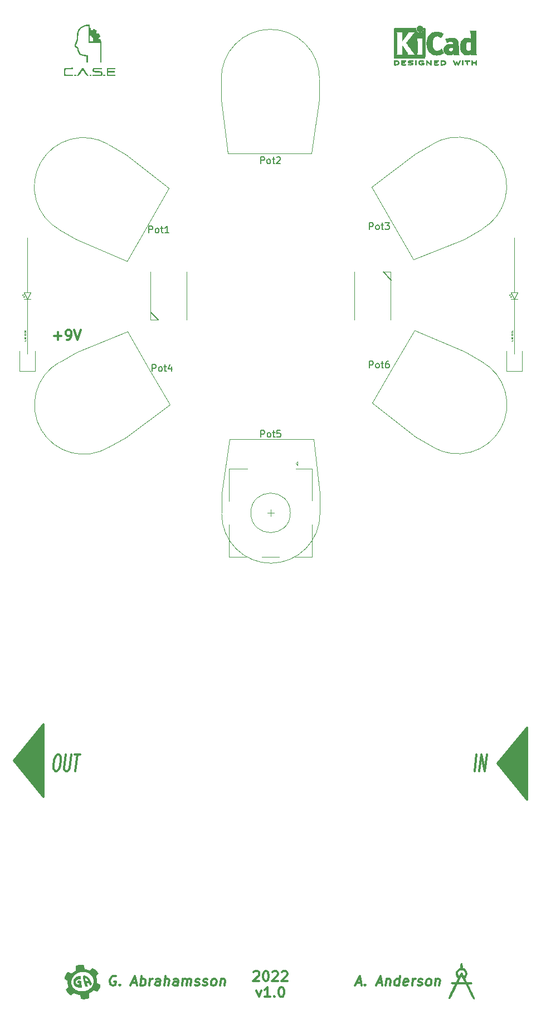
<source format=gbr>
%TF.GenerationSoftware,KiCad,Pcbnew,(6.0.0)*%
%TF.CreationDate,2022-11-04T15:31:47+01:00*%
%TF.ProjectId,Supersonic Quantumbox,53757065-7273-46f6-9e69-63205175616e,rev?*%
%TF.SameCoordinates,Original*%
%TF.FileFunction,Legend,Top*%
%TF.FilePolarity,Positive*%
%FSLAX46Y46*%
G04 Gerber Fmt 4.6, Leading zero omitted, Abs format (unit mm)*
G04 Created by KiCad (PCBNEW (6.0.0)) date 2022-11-04 15:31:47*
%MOMM*%
%LPD*%
G01*
G04 APERTURE LIST*
%ADD10C,0.150000*%
%ADD11C,0.300000*%
%ADD12C,0.350000*%
%ADD13C,0.062500*%
%ADD14C,0.120000*%
%ADD15C,0.010000*%
G04 APERTURE END LIST*
D10*
X111838428Y-68650000D02*
X110734281Y-67547206D01*
D11*
X94438428Y-141000000D02*
X89925552Y-135500000D01*
X89925552Y-135500000D02*
X94438428Y-130000000D01*
X94438428Y-130000000D02*
X94438428Y-141000000D01*
G36*
X94438428Y-141000000D02*
G01*
X89925552Y-135500000D01*
X94438428Y-130000000D01*
X94438428Y-141000000D01*
G37*
X94438428Y-141000000D02*
X89925552Y-135500000D01*
X94438428Y-130000000D01*
X94438428Y-141000000D01*
X167951304Y-141500000D02*
X163438428Y-136000000D01*
X163438428Y-136000000D02*
X167951304Y-130500000D01*
X167951304Y-130500000D02*
X167951304Y-141500000D01*
G36*
X167951304Y-141500000D02*
G01*
X163438428Y-136000000D01*
X167951304Y-130500000D01*
X167951304Y-141500000D01*
G37*
X167951304Y-141500000D02*
X163438428Y-136000000D01*
X167951304Y-130500000D01*
X167951304Y-141500000D01*
D10*
X146038428Y-61350000D02*
X147252602Y-62677549D01*
X127462237Y-86452380D02*
X127462237Y-85452380D01*
X127843189Y-85452380D01*
X127938428Y-85500000D01*
X127986047Y-85547619D01*
X128033666Y-85642857D01*
X128033666Y-85785714D01*
X127986047Y-85880952D01*
X127938428Y-85928571D01*
X127843189Y-85976190D01*
X127462237Y-85976190D01*
X128605094Y-86452380D02*
X128509856Y-86404761D01*
X128462237Y-86357142D01*
X128414618Y-86261904D01*
X128414618Y-85976190D01*
X128462237Y-85880952D01*
X128509856Y-85833333D01*
X128605094Y-85785714D01*
X128747951Y-85785714D01*
X128843189Y-85833333D01*
X128890808Y-85880952D01*
X128938428Y-85976190D01*
X128938428Y-86261904D01*
X128890808Y-86357142D01*
X128843189Y-86404761D01*
X128747951Y-86452380D01*
X128605094Y-86452380D01*
X129224142Y-85785714D02*
X129605094Y-85785714D01*
X129366999Y-85452380D02*
X129366999Y-86309523D01*
X129414618Y-86404761D01*
X129509856Y-86452380D01*
X129605094Y-86452380D01*
X130414618Y-85452380D02*
X129938428Y-85452380D01*
X129890808Y-85928571D01*
X129938428Y-85880952D01*
X130033666Y-85833333D01*
X130271761Y-85833333D01*
X130366999Y-85880952D01*
X130414618Y-85928571D01*
X130462237Y-86023809D01*
X130462237Y-86261904D01*
X130414618Y-86357142D01*
X130366999Y-86404761D01*
X130271761Y-86452380D01*
X130033666Y-86452380D01*
X129938428Y-86404761D01*
X129890808Y-86357142D01*
X143962237Y-75952380D02*
X143962237Y-74952380D01*
X144343189Y-74952380D01*
X144438428Y-75000000D01*
X144486047Y-75047619D01*
X144533666Y-75142857D01*
X144533666Y-75285714D01*
X144486047Y-75380952D01*
X144438428Y-75428571D01*
X144343189Y-75476190D01*
X143962237Y-75476190D01*
X145105094Y-75952380D02*
X145009856Y-75904761D01*
X144962237Y-75857142D01*
X144914618Y-75761904D01*
X144914618Y-75476190D01*
X144962237Y-75380952D01*
X145009856Y-75333333D01*
X145105094Y-75285714D01*
X145247951Y-75285714D01*
X145343189Y-75333333D01*
X145390808Y-75380952D01*
X145438428Y-75476190D01*
X145438428Y-75761904D01*
X145390808Y-75857142D01*
X145343189Y-75904761D01*
X145247951Y-75952380D01*
X145105094Y-75952380D01*
X145724142Y-75285714D02*
X146105094Y-75285714D01*
X145866999Y-74952380D02*
X145866999Y-75809523D01*
X145914618Y-75904761D01*
X146009856Y-75952380D01*
X146105094Y-75952380D01*
X146866999Y-74952380D02*
X146676523Y-74952380D01*
X146581285Y-75000000D01*
X146533666Y-75047619D01*
X146438428Y-75190476D01*
X146390808Y-75380952D01*
X146390808Y-75761904D01*
X146438428Y-75857142D01*
X146486047Y-75904761D01*
X146581285Y-75952380D01*
X146771761Y-75952380D01*
X146866999Y-75904761D01*
X146914618Y-75857142D01*
X146962237Y-75761904D01*
X146962237Y-75523809D01*
X146914618Y-75428571D01*
X146866999Y-75380952D01*
X146771761Y-75333333D01*
X146581285Y-75333333D01*
X146486047Y-75380952D01*
X146438428Y-75428571D01*
X146390808Y-75523809D01*
X127442604Y-44952380D02*
X127442604Y-43952380D01*
X127823556Y-43952380D01*
X127918795Y-44000000D01*
X127966414Y-44047619D01*
X128014033Y-44142857D01*
X128014033Y-44285714D01*
X127966414Y-44380952D01*
X127918795Y-44428571D01*
X127823556Y-44476190D01*
X127442604Y-44476190D01*
X128585461Y-44952380D02*
X128490223Y-44904761D01*
X128442604Y-44857142D01*
X128394985Y-44761904D01*
X128394985Y-44476190D01*
X128442604Y-44380952D01*
X128490223Y-44333333D01*
X128585461Y-44285714D01*
X128728318Y-44285714D01*
X128823556Y-44333333D01*
X128871175Y-44380952D01*
X128918795Y-44476190D01*
X128918795Y-44761904D01*
X128871175Y-44857142D01*
X128823556Y-44904761D01*
X128728318Y-44952380D01*
X128585461Y-44952380D01*
X129204509Y-44285714D02*
X129585461Y-44285714D01*
X129347366Y-43952380D02*
X129347366Y-44809523D01*
X129394985Y-44904761D01*
X129490223Y-44952380D01*
X129585461Y-44952380D01*
X129871175Y-44047619D02*
X129918795Y-44000000D01*
X130014033Y-43952380D01*
X130252128Y-43952380D01*
X130347366Y-44000000D01*
X130394985Y-44047619D01*
X130442604Y-44142857D01*
X130442604Y-44238095D01*
X130394985Y-44380952D01*
X129823556Y-44952380D01*
X130442604Y-44952380D01*
D11*
X126366999Y-167613928D02*
X126438428Y-167542500D01*
X126581285Y-167471071D01*
X126938428Y-167471071D01*
X127081285Y-167542500D01*
X127152713Y-167613928D01*
X127224142Y-167756785D01*
X127224142Y-167899642D01*
X127152713Y-168113928D01*
X126295570Y-168971071D01*
X127224142Y-168971071D01*
X128152713Y-167471071D02*
X128295570Y-167471071D01*
X128438428Y-167542500D01*
X128509856Y-167613928D01*
X128581285Y-167756785D01*
X128652713Y-168042500D01*
X128652713Y-168399642D01*
X128581285Y-168685357D01*
X128509856Y-168828214D01*
X128438428Y-168899642D01*
X128295570Y-168971071D01*
X128152713Y-168971071D01*
X128009856Y-168899642D01*
X127938428Y-168828214D01*
X127866999Y-168685357D01*
X127795570Y-168399642D01*
X127795570Y-168042500D01*
X127866999Y-167756785D01*
X127938428Y-167613928D01*
X128009856Y-167542500D01*
X128152713Y-167471071D01*
X129224142Y-167613928D02*
X129295570Y-167542500D01*
X129438428Y-167471071D01*
X129795570Y-167471071D01*
X129938428Y-167542500D01*
X130009856Y-167613928D01*
X130081285Y-167756785D01*
X130081285Y-167899642D01*
X130009856Y-168113928D01*
X129152713Y-168971071D01*
X130081285Y-168971071D01*
X130652713Y-167613928D02*
X130724142Y-167542500D01*
X130866999Y-167471071D01*
X131224142Y-167471071D01*
X131366999Y-167542500D01*
X131438428Y-167613928D01*
X131509856Y-167756785D01*
X131509856Y-167899642D01*
X131438428Y-168113928D01*
X130581285Y-168971071D01*
X131509856Y-168971071D01*
X126795570Y-170386071D02*
X127152713Y-171386071D01*
X127509856Y-170386071D01*
X128866999Y-171386071D02*
X128009856Y-171386071D01*
X128438428Y-171386071D02*
X128438428Y-169886071D01*
X128295570Y-170100357D01*
X128152713Y-170243214D01*
X128009856Y-170314642D01*
X129509856Y-171243214D02*
X129581285Y-171314642D01*
X129509856Y-171386071D01*
X129438428Y-171314642D01*
X129509856Y-171243214D01*
X129509856Y-171386071D01*
X130509856Y-169886071D02*
X130652713Y-169886071D01*
X130795570Y-169957500D01*
X130866999Y-170028928D01*
X130938428Y-170171785D01*
X131009856Y-170457500D01*
X131009856Y-170814642D01*
X130938428Y-171100357D01*
X130866999Y-171243214D01*
X130795570Y-171314642D01*
X130652713Y-171386071D01*
X130509856Y-171386071D01*
X130366999Y-171314642D01*
X130295570Y-171243214D01*
X130224142Y-171100357D01*
X130152713Y-170814642D01*
X130152713Y-170457500D01*
X130224142Y-170171785D01*
X130295570Y-170028928D01*
X130366999Y-169957500D01*
X130509856Y-169886071D01*
X96009856Y-71107142D02*
X97152713Y-71107142D01*
X96581285Y-71678571D02*
X96581285Y-70535714D01*
X97938428Y-71678571D02*
X98224142Y-71678571D01*
X98366999Y-71607142D01*
X98438428Y-71535714D01*
X98581285Y-71321428D01*
X98652713Y-71035714D01*
X98652713Y-70464285D01*
X98581285Y-70321428D01*
X98509856Y-70250000D01*
X98366999Y-70178571D01*
X98081285Y-70178571D01*
X97938428Y-70250000D01*
X97866999Y-70321428D01*
X97795570Y-70464285D01*
X97795570Y-70821428D01*
X97866999Y-70964285D01*
X97938428Y-71035714D01*
X98081285Y-71107142D01*
X98366999Y-71107142D01*
X98509856Y-71035714D01*
X98581285Y-70964285D01*
X98652713Y-70821428D01*
X99081285Y-70178571D02*
X99581285Y-71678571D01*
X100081285Y-70178571D01*
X141981642Y-169250000D02*
X142695928Y-169250000D01*
X141785213Y-169678571D02*
X142472713Y-168178571D01*
X142785213Y-169678571D01*
X143303070Y-169535714D02*
X143365570Y-169607142D01*
X143285213Y-169678571D01*
X143222713Y-169607142D01*
X143303070Y-169535714D01*
X143285213Y-169678571D01*
X145124499Y-169250000D02*
X145838785Y-169250000D01*
X144928070Y-169678571D02*
X145615570Y-168178571D01*
X145928070Y-169678571D01*
X146553070Y-168678571D02*
X146428070Y-169678571D01*
X146535213Y-168821428D02*
X146615570Y-168750000D01*
X146767356Y-168678571D01*
X146981642Y-168678571D01*
X147115570Y-168750000D01*
X147169142Y-168892857D01*
X147070928Y-169678571D01*
X148428070Y-169678571D02*
X148615570Y-168178571D01*
X148436999Y-169607142D02*
X148285213Y-169678571D01*
X147999499Y-169678571D01*
X147865570Y-169607142D01*
X147803070Y-169535714D01*
X147749499Y-169392857D01*
X147803070Y-168964285D01*
X147892356Y-168821428D01*
X147972713Y-168750000D01*
X148124499Y-168678571D01*
X148410213Y-168678571D01*
X148544142Y-168750000D01*
X149722713Y-169607142D02*
X149570928Y-169678571D01*
X149285213Y-169678571D01*
X149151285Y-169607142D01*
X149097713Y-169464285D01*
X149169142Y-168892857D01*
X149258428Y-168750000D01*
X149410213Y-168678571D01*
X149695928Y-168678571D01*
X149829856Y-168750000D01*
X149883428Y-168892857D01*
X149865570Y-169035714D01*
X149133428Y-169178571D01*
X150428070Y-169678571D02*
X150553070Y-168678571D01*
X150517356Y-168964285D02*
X150606642Y-168821428D01*
X150686999Y-168750000D01*
X150838785Y-168678571D01*
X150981642Y-168678571D01*
X151294142Y-169607142D02*
X151428070Y-169678571D01*
X151713785Y-169678571D01*
X151865570Y-169607142D01*
X151954856Y-169464285D01*
X151963785Y-169392857D01*
X151910213Y-169250000D01*
X151776285Y-169178571D01*
X151561999Y-169178571D01*
X151428070Y-169107142D01*
X151374499Y-168964285D01*
X151383428Y-168892857D01*
X151472713Y-168750000D01*
X151624499Y-168678571D01*
X151838785Y-168678571D01*
X151972713Y-168750000D01*
X152785213Y-169678571D02*
X152651285Y-169607142D01*
X152588785Y-169535714D01*
X152535213Y-169392857D01*
X152588785Y-168964285D01*
X152678070Y-168821428D01*
X152758428Y-168750000D01*
X152910213Y-168678571D01*
X153124499Y-168678571D01*
X153258428Y-168750000D01*
X153320928Y-168821428D01*
X153374499Y-168964285D01*
X153320928Y-169392857D01*
X153231642Y-169535714D01*
X153151285Y-169607142D01*
X152999499Y-169678571D01*
X152785213Y-169678571D01*
X154053070Y-168678571D02*
X153928070Y-169678571D01*
X154035213Y-168821428D02*
X154115570Y-168750000D01*
X154267356Y-168678571D01*
X154481642Y-168678571D01*
X154615570Y-168750000D01*
X154669142Y-168892857D01*
X154570928Y-169678571D01*
D12*
X96514246Y-134630952D02*
X96799960Y-134630952D01*
X96927936Y-134750000D01*
X97041032Y-134988095D01*
X97052936Y-135464285D01*
X96948770Y-136297619D01*
X96817817Y-136773809D01*
X96645198Y-137011904D01*
X96487460Y-137130952D01*
X96201746Y-137130952D01*
X96073770Y-137011904D01*
X95960675Y-136773809D01*
X95948770Y-136297619D01*
X96052936Y-135464285D01*
X96183889Y-134988095D01*
X96356508Y-134750000D01*
X96514246Y-134630952D01*
X97799960Y-134630952D02*
X97546984Y-136654761D01*
X97588651Y-136892857D01*
X97645198Y-137011904D01*
X97773175Y-137130952D01*
X98058889Y-137130952D01*
X98216627Y-137011904D01*
X98302936Y-136892857D01*
X98404127Y-136654761D01*
X98657103Y-134630952D01*
X99157103Y-134630952D02*
X100014246Y-134630952D01*
X99273175Y-137130952D02*
X99585675Y-134630952D01*
D11*
X105463785Y-168250000D02*
X105329856Y-168178571D01*
X105115570Y-168178571D01*
X104892356Y-168250000D01*
X104731642Y-168392857D01*
X104642356Y-168535714D01*
X104535213Y-168821428D01*
X104508428Y-169035714D01*
X104544142Y-169321428D01*
X104597713Y-169464285D01*
X104722713Y-169607142D01*
X104928070Y-169678571D01*
X105070928Y-169678571D01*
X105294142Y-169607142D01*
X105374499Y-169535714D01*
X105436999Y-169035714D01*
X105151285Y-169035714D01*
X106017356Y-169535714D02*
X106079856Y-169607142D01*
X105999499Y-169678571D01*
X105936999Y-169607142D01*
X106017356Y-169535714D01*
X105999499Y-169678571D01*
X107838785Y-169250000D02*
X108553070Y-169250000D01*
X107642356Y-169678571D02*
X108329856Y-168178571D01*
X108642356Y-169678571D01*
X109142356Y-169678571D02*
X109329856Y-168178571D01*
X109258428Y-168750000D02*
X109410213Y-168678571D01*
X109695928Y-168678571D01*
X109829856Y-168750000D01*
X109892356Y-168821428D01*
X109945928Y-168964285D01*
X109892356Y-169392857D01*
X109803070Y-169535714D01*
X109722713Y-169607142D01*
X109570928Y-169678571D01*
X109285213Y-169678571D01*
X109151285Y-169607142D01*
X110499499Y-169678571D02*
X110624499Y-168678571D01*
X110588785Y-168964285D02*
X110678070Y-168821428D01*
X110758428Y-168750000D01*
X110910213Y-168678571D01*
X111053070Y-168678571D01*
X112070928Y-169678571D02*
X112169142Y-168892857D01*
X112115570Y-168750000D01*
X111981642Y-168678571D01*
X111695928Y-168678571D01*
X111544142Y-168750000D01*
X112079856Y-169607142D02*
X111928070Y-169678571D01*
X111570928Y-169678571D01*
X111436999Y-169607142D01*
X111383428Y-169464285D01*
X111401285Y-169321428D01*
X111490570Y-169178571D01*
X111642356Y-169107142D01*
X111999499Y-169107142D01*
X112151285Y-169035714D01*
X112785213Y-169678571D02*
X112972713Y-168178571D01*
X113428070Y-169678571D02*
X113526285Y-168892857D01*
X113472713Y-168750000D01*
X113338785Y-168678571D01*
X113124499Y-168678571D01*
X112972713Y-168750000D01*
X112892356Y-168821428D01*
X114785213Y-169678571D02*
X114883428Y-168892857D01*
X114829856Y-168750000D01*
X114695928Y-168678571D01*
X114410213Y-168678571D01*
X114258428Y-168750000D01*
X114794142Y-169607142D02*
X114642356Y-169678571D01*
X114285213Y-169678571D01*
X114151285Y-169607142D01*
X114097713Y-169464285D01*
X114115570Y-169321428D01*
X114204856Y-169178571D01*
X114356642Y-169107142D01*
X114713785Y-169107142D01*
X114865570Y-169035714D01*
X115499499Y-169678571D02*
X115624499Y-168678571D01*
X115606642Y-168821428D02*
X115686999Y-168750000D01*
X115838785Y-168678571D01*
X116053070Y-168678571D01*
X116186999Y-168750000D01*
X116240570Y-168892857D01*
X116142356Y-169678571D01*
X116240570Y-168892857D02*
X116329856Y-168750000D01*
X116481642Y-168678571D01*
X116695928Y-168678571D01*
X116829856Y-168750000D01*
X116883428Y-168892857D01*
X116785213Y-169678571D01*
X117436999Y-169607142D02*
X117570928Y-169678571D01*
X117856642Y-169678571D01*
X118008428Y-169607142D01*
X118097713Y-169464285D01*
X118106642Y-169392857D01*
X118053070Y-169250000D01*
X117919142Y-169178571D01*
X117704856Y-169178571D01*
X117570928Y-169107142D01*
X117517356Y-168964285D01*
X117526285Y-168892857D01*
X117615570Y-168750000D01*
X117767356Y-168678571D01*
X117981642Y-168678571D01*
X118115570Y-168750000D01*
X118651285Y-169607142D02*
X118785213Y-169678571D01*
X119070928Y-169678571D01*
X119222713Y-169607142D01*
X119311999Y-169464285D01*
X119320928Y-169392857D01*
X119267356Y-169250000D01*
X119133428Y-169178571D01*
X118919142Y-169178571D01*
X118785213Y-169107142D01*
X118731642Y-168964285D01*
X118740570Y-168892857D01*
X118829856Y-168750000D01*
X118981642Y-168678571D01*
X119195928Y-168678571D01*
X119329856Y-168750000D01*
X120142356Y-169678571D02*
X120008428Y-169607142D01*
X119945928Y-169535714D01*
X119892356Y-169392857D01*
X119945928Y-168964285D01*
X120035213Y-168821428D01*
X120115570Y-168750000D01*
X120267356Y-168678571D01*
X120481642Y-168678571D01*
X120615570Y-168750000D01*
X120678070Y-168821428D01*
X120731642Y-168964285D01*
X120678070Y-169392857D01*
X120588785Y-169535714D01*
X120508428Y-169607142D01*
X120356642Y-169678571D01*
X120142356Y-169678571D01*
X121410213Y-168678571D02*
X121285213Y-169678571D01*
X121392356Y-168821428D02*
X121472713Y-168750000D01*
X121624499Y-168678571D01*
X121838785Y-168678571D01*
X121972713Y-168750000D01*
X122026285Y-168892857D01*
X121928070Y-169678571D01*
D10*
X143962237Y-54952380D02*
X143962237Y-53952380D01*
X144343189Y-53952380D01*
X144438428Y-54000000D01*
X144486047Y-54047619D01*
X144533666Y-54142857D01*
X144533666Y-54285714D01*
X144486047Y-54380952D01*
X144438428Y-54428571D01*
X144343189Y-54476190D01*
X143962237Y-54476190D01*
X145105094Y-54952380D02*
X145009856Y-54904761D01*
X144962237Y-54857142D01*
X144914618Y-54761904D01*
X144914618Y-54476190D01*
X144962237Y-54380952D01*
X145009856Y-54333333D01*
X145105094Y-54285714D01*
X145247951Y-54285714D01*
X145343189Y-54333333D01*
X145390808Y-54380952D01*
X145438428Y-54476190D01*
X145438428Y-54761904D01*
X145390808Y-54857142D01*
X145343189Y-54904761D01*
X145247951Y-54952380D01*
X145105094Y-54952380D01*
X145724142Y-54285714D02*
X146105094Y-54285714D01*
X145866999Y-53952380D02*
X145866999Y-54809523D01*
X145914618Y-54904761D01*
X146009856Y-54952380D01*
X146105094Y-54952380D01*
X146343189Y-53952380D02*
X146962237Y-53952380D01*
X146628904Y-54333333D01*
X146771761Y-54333333D01*
X146866999Y-54380952D01*
X146914618Y-54428571D01*
X146962237Y-54523809D01*
X146962237Y-54761904D01*
X146914618Y-54857142D01*
X146866999Y-54904761D01*
X146771761Y-54952380D01*
X146486047Y-54952380D01*
X146390808Y-54904761D01*
X146343189Y-54857142D01*
X110962237Y-76452380D02*
X110962237Y-75452380D01*
X111343189Y-75452380D01*
X111438428Y-75500000D01*
X111486047Y-75547619D01*
X111533666Y-75642857D01*
X111533666Y-75785714D01*
X111486047Y-75880952D01*
X111438428Y-75928571D01*
X111343189Y-75976190D01*
X110962237Y-75976190D01*
X112105094Y-76452380D02*
X112009856Y-76404761D01*
X111962237Y-76357142D01*
X111914618Y-76261904D01*
X111914618Y-75976190D01*
X111962237Y-75880952D01*
X112009856Y-75833333D01*
X112105094Y-75785714D01*
X112247951Y-75785714D01*
X112343189Y-75833333D01*
X112390808Y-75880952D01*
X112438428Y-75976190D01*
X112438428Y-76261904D01*
X112390808Y-76357142D01*
X112343189Y-76404761D01*
X112247951Y-76452380D01*
X112105094Y-76452380D01*
X112724142Y-75785714D02*
X113105094Y-75785714D01*
X112866999Y-75452380D02*
X112866999Y-76309523D01*
X112914618Y-76404761D01*
X113009856Y-76452380D01*
X113105094Y-76452380D01*
X113866999Y-75785714D02*
X113866999Y-76452380D01*
X113628904Y-75404761D02*
X113390808Y-76119047D01*
X114009856Y-76119047D01*
D12*
X159916032Y-137130952D02*
X160228532Y-134630952D01*
X160630317Y-137130952D02*
X160942817Y-134630952D01*
X161487460Y-137130952D01*
X161799960Y-134630952D01*
D10*
X110462237Y-55452380D02*
X110462237Y-54452380D01*
X110843189Y-54452380D01*
X110938428Y-54500000D01*
X110986047Y-54547619D01*
X111033666Y-54642857D01*
X111033666Y-54785714D01*
X110986047Y-54880952D01*
X110938428Y-54928571D01*
X110843189Y-54976190D01*
X110462237Y-54976190D01*
X111605094Y-55452380D02*
X111509856Y-55404761D01*
X111462237Y-55357142D01*
X111414618Y-55261904D01*
X111414618Y-54976190D01*
X111462237Y-54880952D01*
X111509856Y-54833333D01*
X111605094Y-54785714D01*
X111747951Y-54785714D01*
X111843189Y-54833333D01*
X111890808Y-54880952D01*
X111938428Y-54976190D01*
X111938428Y-55261904D01*
X111890808Y-55357142D01*
X111843189Y-55404761D01*
X111747951Y-55452380D01*
X111605094Y-55452380D01*
X112224142Y-54785714D02*
X112605094Y-54785714D01*
X112366999Y-54452380D02*
X112366999Y-55309523D01*
X112414618Y-55404761D01*
X112509856Y-55452380D01*
X112605094Y-55452380D01*
X113462237Y-55452380D02*
X112890808Y-55452380D01*
X113176523Y-55452380D02*
X113176523Y-54452380D01*
X113081285Y-54595238D01*
X112986047Y-54690476D01*
X112890808Y-54738095D01*
D13*
%TO.C,D4*%
X165751523Y-71659523D02*
X165751523Y-71897619D01*
X165501523Y-71897619D01*
X165620570Y-71492857D02*
X165620570Y-71326190D01*
X165751523Y-71254761D02*
X165751523Y-71492857D01*
X165501523Y-71492857D01*
X165501523Y-71254761D01*
X165751523Y-71040476D02*
X165501523Y-71040476D01*
X165501523Y-70921428D01*
X165513428Y-70850000D01*
X165537237Y-70802380D01*
X165561047Y-70778571D01*
X165608666Y-70754761D01*
X165644380Y-70754761D01*
X165691999Y-70778571D01*
X165715808Y-70802380D01*
X165739618Y-70850000D01*
X165751523Y-70921428D01*
X165751523Y-71040476D01*
X165751523Y-70278571D02*
X165751523Y-70564285D01*
X165751523Y-70421428D02*
X165501523Y-70421428D01*
X165537237Y-70469047D01*
X165561047Y-70516666D01*
X165572951Y-70564285D01*
%TO.C,D3*%
X91751523Y-71659523D02*
X91751523Y-71897619D01*
X91501523Y-71897619D01*
X91620570Y-71492857D02*
X91620570Y-71326190D01*
X91751523Y-71254761D02*
X91751523Y-71492857D01*
X91501523Y-71492857D01*
X91501523Y-71254761D01*
X91751523Y-71040476D02*
X91501523Y-71040476D01*
X91501523Y-70921428D01*
X91513428Y-70850000D01*
X91537237Y-70802380D01*
X91561047Y-70778571D01*
X91608666Y-70754761D01*
X91644380Y-70754761D01*
X91691999Y-70778571D01*
X91715808Y-70802380D01*
X91739618Y-70850000D01*
X91751523Y-70921428D01*
X91751523Y-71040476D01*
X91525332Y-70564285D02*
X91513428Y-70540476D01*
X91501523Y-70492857D01*
X91501523Y-70373809D01*
X91513428Y-70326190D01*
X91525332Y-70302380D01*
X91549142Y-70278571D01*
X91572951Y-70278571D01*
X91608666Y-70302380D01*
X91751523Y-70588095D01*
X91751523Y-70278571D01*
%TO.C,G\u002A\u002A\u002A*%
G36*
X101708119Y-31677606D02*
G01*
X101413911Y-31677606D01*
X101413911Y-31456950D01*
X101708119Y-31456950D01*
X101708119Y-31677606D01*
G37*
G36*
X99378968Y-31677606D02*
G01*
X99084760Y-31677606D01*
X99084760Y-31456950D01*
X99378968Y-31456950D01*
X99378968Y-31677606D01*
G37*
G36*
X103816613Y-31677606D02*
G01*
X103522405Y-31677606D01*
X103522405Y-31456950D01*
X103816613Y-31456950D01*
X103816613Y-31677606D01*
G37*
G36*
X103301748Y-30623359D02*
G01*
X102750107Y-30623359D01*
X102571103Y-30623595D01*
X102434618Y-30624657D01*
X102334137Y-30627079D01*
X102263145Y-30631390D01*
X102215129Y-30638123D01*
X102183573Y-30647810D01*
X102161962Y-30660983D01*
X102149432Y-30672394D01*
X102112699Y-30725766D01*
X102100397Y-30770463D01*
X102117037Y-30823836D01*
X102149432Y-30868533D01*
X102170446Y-30886203D01*
X102197830Y-30899068D01*
X102239090Y-30907895D01*
X102301728Y-30913454D01*
X102393251Y-30916514D01*
X102521162Y-30917843D01*
X102633650Y-30918152D01*
X102827561Y-30919760D01*
X102978992Y-30924692D01*
X103094445Y-30933988D01*
X103180422Y-30948690D01*
X103243425Y-30969836D01*
X103289955Y-30998467D01*
X103320136Y-31027979D01*
X103348855Y-31068397D01*
X103365621Y-31116236D01*
X103373435Y-31185510D01*
X103375300Y-31285542D01*
X103373786Y-31389504D01*
X103366056Y-31473259D01*
X103347334Y-31538988D01*
X103312843Y-31588872D01*
X103257806Y-31625094D01*
X103177446Y-31649834D01*
X103066984Y-31665273D01*
X102921644Y-31673594D01*
X102736649Y-31676978D01*
X102516696Y-31677606D01*
X101904258Y-31677606D01*
X101904258Y-31509935D01*
X102482614Y-31501830D01*
X102665466Y-31499152D01*
X102805594Y-31496456D01*
X102909302Y-31493076D01*
X102982897Y-31488347D01*
X103032684Y-31481604D01*
X103064969Y-31472180D01*
X103086057Y-31459411D01*
X103102255Y-31442631D01*
X103107807Y-31435845D01*
X103146045Y-31356699D01*
X103151732Y-31267285D01*
X103125027Y-31187345D01*
X103105609Y-31162741D01*
X103084595Y-31145070D01*
X103057211Y-31132206D01*
X103015951Y-31123379D01*
X102953313Y-31117820D01*
X102861790Y-31114760D01*
X102733880Y-31113431D01*
X102621391Y-31113121D01*
X102427480Y-31111514D01*
X102276049Y-31106582D01*
X102160596Y-31097285D01*
X102074619Y-31082584D01*
X102011616Y-31061438D01*
X101965086Y-31032806D01*
X101934905Y-31003295D01*
X101903808Y-30958055D01*
X101886880Y-30903187D01*
X101880321Y-30822793D01*
X101879741Y-30772402D01*
X101882839Y-30681057D01*
X101895260Y-30607313D01*
X101921694Y-30549308D01*
X101966832Y-30505177D01*
X102035363Y-30473059D01*
X102131979Y-30451090D01*
X102261368Y-30437406D01*
X102428222Y-30430145D01*
X102637230Y-30427444D01*
X102748706Y-30427220D01*
X103301748Y-30427220D01*
X103301748Y-30623359D01*
G37*
G36*
X100875750Y-31017467D02*
G01*
X100977162Y-31169888D01*
X101069828Y-31310116D01*
X101150185Y-31432683D01*
X101214669Y-31532119D01*
X101259717Y-31602957D01*
X101281766Y-31639728D01*
X101283160Y-31642660D01*
X101281165Y-31662652D01*
X101249948Y-31673302D01*
X101180924Y-31676869D01*
X101152972Y-31676903D01*
X101009374Y-31676199D01*
X100706160Y-31198198D01*
X100600608Y-31033673D01*
X100517628Y-30908768D01*
X100455180Y-30820692D01*
X100411220Y-30766656D01*
X100383706Y-30743871D01*
X100373870Y-30744329D01*
X100352523Y-30771294D01*
X100309050Y-30833260D01*
X100247712Y-30923898D01*
X100172770Y-31036880D01*
X100088486Y-31165880D01*
X100051890Y-31222439D01*
X99758988Y-31676417D01*
X99618013Y-31677011D01*
X99542264Y-31675385D01*
X99491091Y-31670562D01*
X99477038Y-31665267D01*
X99490122Y-31642544D01*
X99527149Y-31584182D01*
X99584781Y-31495289D01*
X99659683Y-31380972D01*
X99748517Y-31246340D01*
X99847946Y-31096498D01*
X99885519Y-31040074D01*
X100294001Y-30427220D01*
X100481750Y-30427220D01*
X100875750Y-31017467D01*
G37*
G36*
X98913138Y-30623359D02*
G01*
X98391470Y-30623359D01*
X98211968Y-30623909D01*
X98075049Y-30625844D01*
X97974267Y-30629591D01*
X97903180Y-30635576D01*
X97855343Y-30644227D01*
X97824314Y-30655970D01*
X97815312Y-30661525D01*
X97793885Y-30679035D01*
X97778958Y-30702011D01*
X97769359Y-30738798D01*
X97763919Y-30797739D01*
X97761467Y-30887176D01*
X97760833Y-31015453D01*
X97760822Y-31050003D01*
X97760174Y-31184986D01*
X97761925Y-31289430D01*
X97771620Y-31367326D01*
X97794802Y-31422661D01*
X97837015Y-31459422D01*
X97903802Y-31481600D01*
X98000708Y-31493182D01*
X98133275Y-31498155D01*
X98307047Y-31500510D01*
X98388534Y-31501599D01*
X98913138Y-31509473D01*
X98913138Y-31677606D01*
X98343109Y-31676222D01*
X98118585Y-31674242D01*
X97938228Y-31669539D01*
X97803389Y-31662176D01*
X97715418Y-31652216D01*
X97687270Y-31645575D01*
X97629194Y-31619426D01*
X97585551Y-31581551D01*
X97554400Y-31525351D01*
X97533799Y-31444229D01*
X97521809Y-31331587D01*
X97516488Y-31180826D01*
X97515686Y-31062201D01*
X97515813Y-30892844D01*
X97519522Y-30757460D01*
X97531750Y-30652171D01*
X97557432Y-30573099D01*
X97601504Y-30516367D01*
X97668904Y-30478096D01*
X97764567Y-30454409D01*
X97893429Y-30441427D01*
X98060427Y-30435273D01*
X98270496Y-30432069D01*
X98318592Y-30431434D01*
X98913138Y-30423390D01*
X98913138Y-30623359D01*
G37*
G36*
X101254548Y-24089479D02*
G01*
X101154555Y-24082145D01*
X100989588Y-24089013D01*
X100804850Y-24128610D01*
X100612172Y-24196170D01*
X100423387Y-24286931D01*
X100250324Y-24396126D01*
X100129781Y-24494829D01*
X100016402Y-24613309D01*
X99924174Y-24739870D01*
X99850724Y-24881270D01*
X99793680Y-25044272D01*
X99750667Y-25235633D01*
X99719313Y-25462115D01*
X99697516Y-25726150D01*
X99683270Y-25926119D01*
X99666749Y-26088591D01*
X99645226Y-26225100D01*
X99615971Y-26347182D01*
X99576256Y-26466371D01*
X99523352Y-26594203D01*
X99459686Y-26731446D01*
X99321801Y-27019746D01*
X99379319Y-27080971D01*
X99433492Y-27127668D01*
X99510659Y-27181655D01*
X99563586Y-27213729D01*
X99641641Y-27264919D01*
X99698223Y-27323104D01*
X99738703Y-27398574D01*
X99768452Y-27501615D01*
X99792840Y-27642514D01*
X99794865Y-27656757D01*
X99835038Y-27857486D01*
X99895759Y-28018722D01*
X99981175Y-28147182D01*
X100095435Y-28249583D01*
X100199276Y-28311656D01*
X100307052Y-28354952D01*
X100452139Y-28396073D01*
X100622815Y-28432465D01*
X100807357Y-28461577D01*
X100966468Y-28478700D01*
X101168737Y-28495451D01*
X101168737Y-29618146D01*
X100972598Y-29618146D01*
X100972598Y-29169479D01*
X100971350Y-28988614D01*
X100967473Y-28853415D01*
X100960760Y-28760569D01*
X100951010Y-28706767D01*
X100943177Y-28691390D01*
X100902072Y-28673415D01*
X100833252Y-28662818D01*
X100802202Y-28661647D01*
X100680327Y-28652314D01*
X100531303Y-28627660D01*
X100372988Y-28591820D01*
X100223246Y-28548925D01*
X100099935Y-28503110D01*
X100082332Y-28495065D01*
X99934099Y-28410188D01*
X99817579Y-28308221D01*
X99728533Y-28182405D01*
X99662721Y-28025980D01*
X99615904Y-27832187D01*
X99599021Y-27724556D01*
X99578209Y-27602488D01*
X99548779Y-27515479D01*
X99501380Y-27449558D01*
X99426662Y-27390756D01*
X99341455Y-27339745D01*
X99232125Y-27260731D01*
X99174250Y-27182959D01*
X99145985Y-27109173D01*
X99135114Y-27035472D01*
X99143243Y-26953046D01*
X99171977Y-26853088D01*
X99222922Y-26726790D01*
X99280148Y-26602139D01*
X99342495Y-26467723D01*
X99389951Y-26355368D01*
X99425159Y-26253846D01*
X99450763Y-26151934D01*
X99469406Y-26038405D01*
X99483732Y-25902035D01*
X99496386Y-25731597D01*
X99500648Y-25665910D01*
X99519000Y-25429003D01*
X99542249Y-25231683D01*
X99572310Y-25064593D01*
X99611094Y-24918375D01*
X99660513Y-24783673D01*
X99697959Y-24700532D01*
X99822901Y-24496210D01*
X99988784Y-24315370D01*
X100191601Y-24161887D01*
X100339592Y-24079485D01*
X100498227Y-24007654D01*
X100644429Y-23956187D01*
X100793727Y-23921411D01*
X100961646Y-23899649D01*
X101149386Y-23887816D01*
X101461020Y-23874642D01*
X101468112Y-24103599D01*
X101472105Y-24210764D01*
X101477832Y-24278746D01*
X101488004Y-24317389D01*
X101505329Y-24336534D01*
X101532516Y-24346024D01*
X101534996Y-24346613D01*
X101569920Y-24362099D01*
X101595604Y-24396512D01*
X101618535Y-24461201D01*
X101633674Y-24519283D01*
X101656444Y-24605302D01*
X101677686Y-24674039D01*
X101691787Y-24708542D01*
X101727056Y-24736236D01*
X101778052Y-24726873D01*
X101848562Y-24678879D01*
X101919086Y-24614065D01*
X101991465Y-24546706D01*
X102042231Y-24511381D01*
X102080971Y-24502293D01*
X102098400Y-24505640D01*
X102143419Y-24526750D01*
X102211239Y-24566206D01*
X102291138Y-24616803D01*
X102372398Y-24671337D01*
X102444299Y-24722605D01*
X102496120Y-24763403D01*
X102517142Y-24786525D01*
X102517192Y-24787078D01*
X102509092Y-24818320D01*
X102487756Y-24882073D01*
X102457633Y-24965114D01*
X102454562Y-24973296D01*
X102422797Y-25059550D01*
X102407537Y-25112652D01*
X102407937Y-25145316D01*
X102423150Y-25170253D01*
X102440276Y-25188034D01*
X102475691Y-25216639D01*
X102514941Y-25224489D01*
X102576898Y-25214002D01*
X102599574Y-25208440D01*
X102686004Y-25190936D01*
X102766877Y-25181208D01*
X102786690Y-25180502D01*
X102826432Y-25184002D01*
X102857021Y-25200586D01*
X102886690Y-25239382D01*
X102923672Y-25309515D01*
X102947037Y-25358253D01*
X102989482Y-25453326D01*
X103024216Y-25541061D01*
X103044591Y-25604494D01*
X103046004Y-25610891D01*
X103050293Y-25660118D01*
X103033095Y-25697147D01*
X102985217Y-25737881D01*
X102963881Y-25752934D01*
X102856923Y-25833578D01*
X102794891Y-25899169D01*
X102777771Y-25954269D01*
X102805551Y-26003443D01*
X102878218Y-26051255D01*
X102962899Y-26089264D01*
X103117868Y-26152176D01*
X103130127Y-26285403D01*
X103140040Y-26363766D01*
X103155197Y-26405554D01*
X103181550Y-26423219D01*
X103197550Y-26426464D01*
X103252714Y-26434298D01*
X103252714Y-29618146D01*
X103056954Y-29618146D01*
X103050635Y-28128716D01*
X103044316Y-26639285D01*
X102155782Y-26632851D01*
X101267247Y-26626416D01*
X101263901Y-25958054D01*
X101463262Y-25958054D01*
X101463954Y-26086783D01*
X101465845Y-26206384D01*
X101468922Y-26307166D01*
X101473174Y-26379437D01*
X101478588Y-26413507D01*
X101479290Y-26414543D01*
X101509689Y-26421905D01*
X101576832Y-26427545D01*
X101668440Y-26430591D01*
X101709203Y-26430888D01*
X101820132Y-26428831D01*
X101892276Y-26421554D01*
X101935755Y-26407397D01*
X101956420Y-26390344D01*
X101977423Y-26336413D01*
X101988531Y-26240567D01*
X101990069Y-26175817D01*
X101972855Y-26006787D01*
X101917846Y-25860137D01*
X101819988Y-25723339D01*
X101797919Y-25699307D01*
X101740576Y-25648401D01*
X101668623Y-25597430D01*
X101594187Y-25553320D01*
X101529393Y-25523000D01*
X101486368Y-25513393D01*
X101478190Y-25516673D01*
X101472713Y-25545677D01*
X101468493Y-25614008D01*
X101465520Y-25711975D01*
X101463780Y-25829887D01*
X101463262Y-25958054D01*
X101263901Y-25958054D01*
X101260897Y-25357947D01*
X101254548Y-24089479D01*
G37*
G36*
X105312173Y-30622384D02*
G01*
X104270185Y-30635618D01*
X104262559Y-30755832D01*
X104264324Y-30847119D01*
X104283815Y-30894011D01*
X104287076Y-30896432D01*
X104320713Y-30902805D01*
X104395208Y-30908403D01*
X104502385Y-30912889D01*
X104634069Y-30915928D01*
X104782085Y-30917181D01*
X104791179Y-30917192D01*
X105263138Y-30917567D01*
X105263138Y-31112691D01*
X104766661Y-31119328D01*
X104270185Y-31125965D01*
X104262830Y-31281339D01*
X104263216Y-31378913D01*
X104273608Y-31448289D01*
X104284220Y-31471349D01*
X104303477Y-31483528D01*
X104342195Y-31492629D01*
X104406268Y-31499038D01*
X104501590Y-31503143D01*
X104634057Y-31505330D01*
X104809562Y-31505984D01*
X105312173Y-31505984D01*
X105312173Y-31677606D01*
X104037270Y-31677606D01*
X104037270Y-30427220D01*
X105312173Y-30427220D01*
X105312173Y-30622384D01*
G37*
D14*
%TO.C,RV4*%
X99513900Y-73578785D02*
X107221597Y-70467370D01*
X113605394Y-81524349D02*
X110355394Y-75895184D01*
X96915824Y-75078786D02*
X99513900Y-73578785D01*
X107221597Y-70467370D02*
X110355394Y-75895184D01*
X106956377Y-86495191D02*
X113605394Y-81524349D01*
X104358300Y-87995190D02*
X106956377Y-86495191D01*
X96790279Y-75120747D02*
G75*
G03*
X104358300Y-87995190I3733630J-6466837D01*
G01*
D15*
%TO.C,REF\u002A\u002A*%
X151665385Y-24026571D02*
X151761660Y-24050809D01*
X151761660Y-24050809D02*
X151848244Y-24093641D01*
X151848244Y-24093641D02*
X151923055Y-24153419D01*
X151923055Y-24153419D02*
X151984010Y-24228494D01*
X151984010Y-24228494D02*
X152029029Y-24317220D01*
X152029029Y-24317220D02*
X152055292Y-24413530D01*
X152055292Y-24413530D02*
X152061142Y-24510795D01*
X152061142Y-24510795D02*
X152046288Y-24604654D01*
X152046288Y-24604654D02*
X152012588Y-24692511D01*
X152012588Y-24692511D02*
X151961900Y-24771770D01*
X151961900Y-24771770D02*
X151896083Y-24839836D01*
X151896083Y-24839836D02*
X151816994Y-24894112D01*
X151816994Y-24894112D02*
X151726494Y-24932002D01*
X151726494Y-24932002D02*
X151675228Y-24944426D01*
X151675228Y-24944426D02*
X151630730Y-24951947D01*
X151630730Y-24951947D02*
X151596429Y-24954919D01*
X151596429Y-24954919D02*
X151563468Y-24953094D01*
X151563468Y-24953094D02*
X151522994Y-24946225D01*
X151522994Y-24946225D02*
X151489897Y-24939250D01*
X151489897Y-24939250D02*
X151396481Y-24907741D01*
X151396481Y-24907741D02*
X151312809Y-24856617D01*
X151312809Y-24856617D02*
X151240763Y-24787429D01*
X151240763Y-24787429D02*
X151182228Y-24701728D01*
X151182228Y-24701728D02*
X151168280Y-24674489D01*
X151168280Y-24674489D02*
X151151842Y-24638122D01*
X151151842Y-24638122D02*
X151141534Y-24607582D01*
X151141534Y-24607582D02*
X151135968Y-24575450D01*
X151135968Y-24575450D02*
X151133759Y-24534307D01*
X151133759Y-24534307D02*
X151133480Y-24488222D01*
X151133480Y-24488222D02*
X151137567Y-24403865D01*
X151137567Y-24403865D02*
X151150982Y-24334586D01*
X151150982Y-24334586D02*
X151176172Y-24273961D01*
X151176172Y-24273961D02*
X151215582Y-24215567D01*
X151215582Y-24215567D02*
X151254130Y-24171302D01*
X151254130Y-24171302D02*
X151326022Y-24105484D01*
X151326022Y-24105484D02*
X151401115Y-24060053D01*
X151401115Y-24060053D02*
X151483866Y-24032850D01*
X151483866Y-24032850D02*
X151561500Y-24022576D01*
X151561500Y-24022576D02*
X151665385Y-24026571D01*
X151665385Y-24026571D02*
X151665385Y-24026571D01*
G36*
X151665385Y-24026571D02*
G01*
X151761660Y-24050809D01*
X151848244Y-24093641D01*
X151923055Y-24153419D01*
X151984010Y-24228494D01*
X152029029Y-24317220D01*
X152055292Y-24413530D01*
X152061142Y-24510795D01*
X152046288Y-24604654D01*
X152012588Y-24692511D01*
X151961900Y-24771770D01*
X151896083Y-24839836D01*
X151816994Y-24894112D01*
X151726494Y-24932002D01*
X151675228Y-24944426D01*
X151630730Y-24951947D01*
X151596429Y-24954919D01*
X151563468Y-24953094D01*
X151522994Y-24946225D01*
X151489897Y-24939250D01*
X151396481Y-24907741D01*
X151312809Y-24856617D01*
X151240763Y-24787429D01*
X151182228Y-24701728D01*
X151168280Y-24674489D01*
X151151842Y-24638122D01*
X151141534Y-24607582D01*
X151135968Y-24575450D01*
X151133759Y-24534307D01*
X151133480Y-24488222D01*
X151137567Y-24403865D01*
X151150982Y-24334586D01*
X151176172Y-24273961D01*
X151215582Y-24215567D01*
X151254130Y-24171302D01*
X151326022Y-24105484D01*
X151401115Y-24060053D01*
X151483866Y-24032850D01*
X151561500Y-24022576D01*
X151665385Y-24026571D01*
G37*
X151665385Y-24026571D02*
X151761660Y-24050809D01*
X151848244Y-24093641D01*
X151923055Y-24153419D01*
X151984010Y-24228494D01*
X152029029Y-24317220D01*
X152055292Y-24413530D01*
X152061142Y-24510795D01*
X152046288Y-24604654D01*
X152012588Y-24692511D01*
X151961900Y-24771770D01*
X151896083Y-24839836D01*
X151816994Y-24894112D01*
X151726494Y-24932002D01*
X151675228Y-24944426D01*
X151630730Y-24951947D01*
X151596429Y-24954919D01*
X151563468Y-24953094D01*
X151522994Y-24946225D01*
X151489897Y-24939250D01*
X151396481Y-24907741D01*
X151312809Y-24856617D01*
X151240763Y-24787429D01*
X151182228Y-24701728D01*
X151168280Y-24674489D01*
X151151842Y-24638122D01*
X151141534Y-24607582D01*
X151135968Y-24575450D01*
X151133759Y-24534307D01*
X151133480Y-24488222D01*
X151137567Y-24403865D01*
X151150982Y-24334586D01*
X151176172Y-24273961D01*
X151215582Y-24215567D01*
X151254130Y-24171302D01*
X151326022Y-24105484D01*
X151401115Y-24060053D01*
X151483866Y-24032850D01*
X151561500Y-24022576D01*
X151665385Y-24026571D01*
X149225634Y-29269146D02*
X149295042Y-29269518D01*
X149295042Y-29269518D02*
X149347431Y-29270385D01*
X149347431Y-29270385D02*
X149385581Y-29271946D01*
X149385581Y-29271946D02*
X149412269Y-29274403D01*
X149412269Y-29274403D02*
X149430275Y-29277957D01*
X149430275Y-29277957D02*
X149442379Y-29282810D01*
X149442379Y-29282810D02*
X149451359Y-29289161D01*
X149451359Y-29289161D02*
X149454610Y-29292084D01*
X149454610Y-29292084D02*
X149474385Y-29323142D01*
X149474385Y-29323142D02*
X149477946Y-29358828D01*
X149477946Y-29358828D02*
X149464937Y-29390510D01*
X149464937Y-29390510D02*
X149458922Y-29396913D01*
X149458922Y-29396913D02*
X149449193Y-29403121D01*
X149449193Y-29403121D02*
X149433527Y-29407910D01*
X149433527Y-29407910D02*
X149409020Y-29411514D01*
X149409020Y-29411514D02*
X149372767Y-29414164D01*
X149372767Y-29414164D02*
X149321863Y-29416095D01*
X149321863Y-29416095D02*
X149253402Y-29417539D01*
X149253402Y-29417539D02*
X149190811Y-29418418D01*
X149190811Y-29418418D02*
X148943094Y-29421467D01*
X148943094Y-29421467D02*
X148939709Y-29486378D01*
X148939709Y-29486378D02*
X148936323Y-29551289D01*
X148936323Y-29551289D02*
X149104470Y-29551289D01*
X149104470Y-29551289D02*
X149177469Y-29551919D01*
X149177469Y-29551919D02*
X149230911Y-29554553D01*
X149230911Y-29554553D02*
X149267800Y-29560309D01*
X149267800Y-29560309D02*
X149291140Y-29570304D01*
X149291140Y-29570304D02*
X149303934Y-29585656D01*
X149303934Y-29585656D02*
X149309186Y-29607482D01*
X149309186Y-29607482D02*
X149309983Y-29627738D01*
X149309983Y-29627738D02*
X149307505Y-29652592D01*
X149307505Y-29652592D02*
X149298151Y-29670906D01*
X149298151Y-29670906D02*
X149279045Y-29683637D01*
X149279045Y-29683637D02*
X149247310Y-29691741D01*
X149247310Y-29691741D02*
X149200069Y-29696176D01*
X149200069Y-29696176D02*
X149134445Y-29697899D01*
X149134445Y-29697899D02*
X149098627Y-29698045D01*
X149098627Y-29698045D02*
X148937450Y-29698045D01*
X148937450Y-29698045D02*
X148937450Y-29856089D01*
X148937450Y-29856089D02*
X149185806Y-29856089D01*
X149185806Y-29856089D02*
X149267215Y-29856202D01*
X149267215Y-29856202D02*
X149329086Y-29856712D01*
X149329086Y-29856712D02*
X149374460Y-29857870D01*
X149374460Y-29857870D02*
X149406374Y-29859930D01*
X149406374Y-29859930D02*
X149427869Y-29863146D01*
X149427869Y-29863146D02*
X149441985Y-29867772D01*
X149441985Y-29867772D02*
X149451760Y-29874059D01*
X149451760Y-29874059D02*
X149456739Y-29878667D01*
X149456739Y-29878667D02*
X149473818Y-29905560D01*
X149473818Y-29905560D02*
X149479317Y-29929467D01*
X149479317Y-29929467D02*
X149471465Y-29958667D01*
X149471465Y-29958667D02*
X149456739Y-29980267D01*
X149456739Y-29980267D02*
X149448882Y-29987066D01*
X149448882Y-29987066D02*
X149438740Y-29992346D01*
X149438740Y-29992346D02*
X149423584Y-29996298D01*
X149423584Y-29996298D02*
X149400687Y-29999113D01*
X149400687Y-29999113D02*
X149367319Y-30000982D01*
X149367319Y-30000982D02*
X149320753Y-30002098D01*
X149320753Y-30002098D02*
X149258261Y-30002651D01*
X149258261Y-30002651D02*
X149177114Y-30002833D01*
X149177114Y-30002833D02*
X149135006Y-30002845D01*
X149135006Y-30002845D02*
X149044830Y-30002765D01*
X149044830Y-30002765D02*
X148974504Y-30002398D01*
X148974504Y-30002398D02*
X148921299Y-30001552D01*
X148921299Y-30001552D02*
X148882488Y-30000036D01*
X148882488Y-30000036D02*
X148855341Y-29997659D01*
X148855341Y-29997659D02*
X148837130Y-29994229D01*
X148837130Y-29994229D02*
X148825128Y-29989554D01*
X148825128Y-29989554D02*
X148816606Y-29983444D01*
X148816606Y-29983444D02*
X148813272Y-29980267D01*
X148813272Y-29980267D02*
X148806673Y-29972670D01*
X148806673Y-29972670D02*
X148801501Y-29962870D01*
X148801501Y-29962870D02*
X148797582Y-29948239D01*
X148797582Y-29948239D02*
X148794744Y-29926152D01*
X148794744Y-29926152D02*
X148792813Y-29893982D01*
X148792813Y-29893982D02*
X148791616Y-29849103D01*
X148791616Y-29849103D02*
X148790980Y-29788889D01*
X148790980Y-29788889D02*
X148790731Y-29710713D01*
X148790731Y-29710713D02*
X148790694Y-29637923D01*
X148790694Y-29637923D02*
X148790728Y-29544707D01*
X148790728Y-29544707D02*
X148790963Y-29471431D01*
X148790963Y-29471431D02*
X148791598Y-29415458D01*
X148791598Y-29415458D02*
X148792834Y-29374151D01*
X148792834Y-29374151D02*
X148794872Y-29344872D01*
X148794872Y-29344872D02*
X148797911Y-29324984D01*
X148797911Y-29324984D02*
X148802151Y-29311850D01*
X148802151Y-29311850D02*
X148807793Y-29302832D01*
X148807793Y-29302832D02*
X148815037Y-29295293D01*
X148815037Y-29295293D02*
X148816822Y-29293612D01*
X148816822Y-29293612D02*
X148825483Y-29286172D01*
X148825483Y-29286172D02*
X148835546Y-29280409D01*
X148835546Y-29280409D02*
X148849803Y-29276112D01*
X148849803Y-29276112D02*
X148871045Y-29273064D01*
X148871045Y-29273064D02*
X148902064Y-29271051D01*
X148902064Y-29271051D02*
X148945651Y-29269860D01*
X148945651Y-29269860D02*
X149004597Y-29269275D01*
X149004597Y-29269275D02*
X149081694Y-29269083D01*
X149081694Y-29269083D02*
X149136427Y-29269067D01*
X149136427Y-29269067D02*
X149225634Y-29269146D01*
X149225634Y-29269146D02*
X149225634Y-29269146D01*
G36*
X149225634Y-29269146D02*
G01*
X149295042Y-29269518D01*
X149347431Y-29270385D01*
X149385581Y-29271946D01*
X149412269Y-29274403D01*
X149430275Y-29277957D01*
X149442379Y-29282810D01*
X149451359Y-29289161D01*
X149454610Y-29292084D01*
X149474385Y-29323142D01*
X149477946Y-29358828D01*
X149464937Y-29390510D01*
X149458922Y-29396913D01*
X149449193Y-29403121D01*
X149433527Y-29407910D01*
X149409020Y-29411514D01*
X149372767Y-29414164D01*
X149321863Y-29416095D01*
X149253402Y-29417539D01*
X149190811Y-29418418D01*
X148943094Y-29421467D01*
X148939709Y-29486378D01*
X148936323Y-29551289D01*
X149104470Y-29551289D01*
X149177469Y-29551919D01*
X149230911Y-29554553D01*
X149267800Y-29560309D01*
X149291140Y-29570304D01*
X149303934Y-29585656D01*
X149309186Y-29607482D01*
X149309983Y-29627738D01*
X149307505Y-29652592D01*
X149298151Y-29670906D01*
X149279045Y-29683637D01*
X149247310Y-29691741D01*
X149200069Y-29696176D01*
X149134445Y-29697899D01*
X149098627Y-29698045D01*
X148937450Y-29698045D01*
X148937450Y-29856089D01*
X149185806Y-29856089D01*
X149267215Y-29856202D01*
X149329086Y-29856712D01*
X149374460Y-29857870D01*
X149406374Y-29859930D01*
X149427869Y-29863146D01*
X149441985Y-29867772D01*
X149451760Y-29874059D01*
X149456739Y-29878667D01*
X149473818Y-29905560D01*
X149479317Y-29929467D01*
X149471465Y-29958667D01*
X149456739Y-29980267D01*
X149448882Y-29987066D01*
X149438740Y-29992346D01*
X149423584Y-29996298D01*
X149400687Y-29999113D01*
X149367319Y-30000982D01*
X149320753Y-30002098D01*
X149258261Y-30002651D01*
X149177114Y-30002833D01*
X149135006Y-30002845D01*
X149044830Y-30002765D01*
X148974504Y-30002398D01*
X148921299Y-30001552D01*
X148882488Y-30000036D01*
X148855341Y-29997659D01*
X148837130Y-29994229D01*
X148825128Y-29989554D01*
X148816606Y-29983444D01*
X148813272Y-29980267D01*
X148806673Y-29972670D01*
X148801501Y-29962870D01*
X148797582Y-29948239D01*
X148794744Y-29926152D01*
X148792813Y-29893982D01*
X148791616Y-29849103D01*
X148790980Y-29788889D01*
X148790731Y-29710713D01*
X148790694Y-29637923D01*
X148790728Y-29544707D01*
X148790963Y-29471431D01*
X148791598Y-29415458D01*
X148792834Y-29374151D01*
X148794872Y-29344872D01*
X148797911Y-29324984D01*
X148802151Y-29311850D01*
X148807793Y-29302832D01*
X148815037Y-29295293D01*
X148816822Y-29293612D01*
X148825483Y-29286172D01*
X148835546Y-29280409D01*
X148849803Y-29276112D01*
X148871045Y-29273064D01*
X148902064Y-29271051D01*
X148945651Y-29269860D01*
X149004597Y-29269275D01*
X149081694Y-29269083D01*
X149136427Y-29269067D01*
X149225634Y-29269146D01*
G37*
X149225634Y-29269146D02*
X149295042Y-29269518D01*
X149347431Y-29270385D01*
X149385581Y-29271946D01*
X149412269Y-29274403D01*
X149430275Y-29277957D01*
X149442379Y-29282810D01*
X149451359Y-29289161D01*
X149454610Y-29292084D01*
X149474385Y-29323142D01*
X149477946Y-29358828D01*
X149464937Y-29390510D01*
X149458922Y-29396913D01*
X149449193Y-29403121D01*
X149433527Y-29407910D01*
X149409020Y-29411514D01*
X149372767Y-29414164D01*
X149321863Y-29416095D01*
X149253402Y-29417539D01*
X149190811Y-29418418D01*
X148943094Y-29421467D01*
X148939709Y-29486378D01*
X148936323Y-29551289D01*
X149104470Y-29551289D01*
X149177469Y-29551919D01*
X149230911Y-29554553D01*
X149267800Y-29560309D01*
X149291140Y-29570304D01*
X149303934Y-29585656D01*
X149309186Y-29607482D01*
X149309983Y-29627738D01*
X149307505Y-29652592D01*
X149298151Y-29670906D01*
X149279045Y-29683637D01*
X149247310Y-29691741D01*
X149200069Y-29696176D01*
X149134445Y-29697899D01*
X149098627Y-29698045D01*
X148937450Y-29698045D01*
X148937450Y-29856089D01*
X149185806Y-29856089D01*
X149267215Y-29856202D01*
X149329086Y-29856712D01*
X149374460Y-29857870D01*
X149406374Y-29859930D01*
X149427869Y-29863146D01*
X149441985Y-29867772D01*
X149451760Y-29874059D01*
X149456739Y-29878667D01*
X149473818Y-29905560D01*
X149479317Y-29929467D01*
X149471465Y-29958667D01*
X149456739Y-29980267D01*
X149448882Y-29987066D01*
X149438740Y-29992346D01*
X149423584Y-29996298D01*
X149400687Y-29999113D01*
X149367319Y-30000982D01*
X149320753Y-30002098D01*
X149258261Y-30002651D01*
X149177114Y-30002833D01*
X149135006Y-30002845D01*
X149044830Y-30002765D01*
X148974504Y-30002398D01*
X148921299Y-30001552D01*
X148882488Y-30000036D01*
X148855341Y-29997659D01*
X148837130Y-29994229D01*
X148825128Y-29989554D01*
X148816606Y-29983444D01*
X148813272Y-29980267D01*
X148806673Y-29972670D01*
X148801501Y-29962870D01*
X148797582Y-29948239D01*
X148794744Y-29926152D01*
X148792813Y-29893982D01*
X148791616Y-29849103D01*
X148790980Y-29788889D01*
X148790731Y-29710713D01*
X148790694Y-29637923D01*
X148790728Y-29544707D01*
X148790963Y-29471431D01*
X148791598Y-29415458D01*
X148792834Y-29374151D01*
X148794872Y-29344872D01*
X148797911Y-29324984D01*
X148802151Y-29311850D01*
X148807793Y-29302832D01*
X148815037Y-29295293D01*
X148816822Y-29293612D01*
X148825483Y-29286172D01*
X148835546Y-29280409D01*
X148849803Y-29276112D01*
X148871045Y-29273064D01*
X148902064Y-29271051D01*
X148945651Y-29269860D01*
X149004597Y-29269275D01*
X149081694Y-29269083D01*
X149136427Y-29269067D01*
X149225634Y-29269146D01*
X154168771Y-29269260D02*
X154245129Y-29270174D01*
X154245129Y-29270174D02*
X154303645Y-29272311D01*
X154303645Y-29272311D02*
X154346683Y-29276175D01*
X154346683Y-29276175D02*
X154376611Y-29282267D01*
X154376611Y-29282267D02*
X154395796Y-29291090D01*
X154395796Y-29291090D02*
X154406604Y-29303146D01*
X154406604Y-29303146D02*
X154411401Y-29318939D01*
X154411401Y-29318939D02*
X154412555Y-29338970D01*
X154412555Y-29338970D02*
X154412561Y-29341335D01*
X154412561Y-29341335D02*
X154411559Y-29363992D01*
X154411559Y-29363992D02*
X154406824Y-29381503D01*
X154406824Y-29381503D02*
X154395761Y-29394574D01*
X154395761Y-29394574D02*
X154375776Y-29403913D01*
X154375776Y-29403913D02*
X154344274Y-29410227D01*
X154344274Y-29410227D02*
X154298660Y-29414222D01*
X154298660Y-29414222D02*
X154236341Y-29416606D01*
X154236341Y-29416606D02*
X154154721Y-29418086D01*
X154154721Y-29418086D02*
X154129705Y-29418414D01*
X154129705Y-29418414D02*
X153887628Y-29421467D01*
X153887628Y-29421467D02*
X153884242Y-29486378D01*
X153884242Y-29486378D02*
X153880857Y-29551289D01*
X153880857Y-29551289D02*
X154049004Y-29551289D01*
X154049004Y-29551289D02*
X154114694Y-29551531D01*
X154114694Y-29551531D02*
X154161600Y-29552556D01*
X154161600Y-29552556D02*
X154193511Y-29554811D01*
X154193511Y-29554811D02*
X154214219Y-29558742D01*
X154214219Y-29558742D02*
X154227512Y-29564798D01*
X154227512Y-29564798D02*
X154237183Y-29573424D01*
X154237183Y-29573424D02*
X154237245Y-29573493D01*
X154237245Y-29573493D02*
X154254784Y-29607112D01*
X154254784Y-29607112D02*
X154254150Y-29643448D01*
X154254150Y-29643448D02*
X154235742Y-29674423D01*
X154235742Y-29674423D02*
X154232099Y-29677607D01*
X154232099Y-29677607D02*
X154219169Y-29685812D01*
X154219169Y-29685812D02*
X154201452Y-29691521D01*
X154201452Y-29691521D02*
X154174998Y-29695162D01*
X154174998Y-29695162D02*
X154135860Y-29697167D01*
X154135860Y-29697167D02*
X154080090Y-29697964D01*
X154080090Y-29697964D02*
X154044422Y-29698045D01*
X154044422Y-29698045D02*
X153881983Y-29698045D01*
X153881983Y-29698045D02*
X153881983Y-29856089D01*
X153881983Y-29856089D02*
X154128589Y-29856089D01*
X154128589Y-29856089D02*
X154210008Y-29856231D01*
X154210008Y-29856231D02*
X154271838Y-29856814D01*
X154271838Y-29856814D02*
X154317065Y-29858068D01*
X154317065Y-29858068D02*
X154348676Y-29860227D01*
X154348676Y-29860227D02*
X154369659Y-29863523D01*
X154369659Y-29863523D02*
X154383001Y-29868189D01*
X154383001Y-29868189D02*
X154391689Y-29874457D01*
X154391689Y-29874457D02*
X154393878Y-29876733D01*
X154393878Y-29876733D02*
X154410042Y-29908280D01*
X154410042Y-29908280D02*
X154411225Y-29944168D01*
X154411225Y-29944168D02*
X154397964Y-29975285D01*
X154397964Y-29975285D02*
X154387471Y-29985271D01*
X154387471Y-29985271D02*
X154376557Y-29990769D01*
X154376557Y-29990769D02*
X154359645Y-29995022D01*
X154359645Y-29995022D02*
X154334061Y-29998180D01*
X154334061Y-29998180D02*
X154297129Y-30000392D01*
X154297129Y-30000392D02*
X154246174Y-30001806D01*
X154246174Y-30001806D02*
X154178522Y-30002572D01*
X154178522Y-30002572D02*
X154091497Y-30002838D01*
X154091497Y-30002838D02*
X154071822Y-30002845D01*
X154071822Y-30002845D02*
X153983339Y-30002787D01*
X153983339Y-30002787D02*
X153914655Y-30002467D01*
X153914655Y-30002467D02*
X153862992Y-30001667D01*
X153862992Y-30001667D02*
X153825573Y-30000167D01*
X153825573Y-30000167D02*
X153799618Y-29997749D01*
X153799618Y-29997749D02*
X153782350Y-29994194D01*
X153782350Y-29994194D02*
X153770990Y-29989282D01*
X153770990Y-29989282D02*
X153762760Y-29982795D01*
X153762760Y-29982795D02*
X153758245Y-29978138D01*
X153758245Y-29978138D02*
X153751449Y-29969889D01*
X153751449Y-29969889D02*
X153746140Y-29959669D01*
X153746140Y-29959669D02*
X153742134Y-29944800D01*
X153742134Y-29944800D02*
X153739249Y-29922602D01*
X153739249Y-29922602D02*
X153737302Y-29890393D01*
X153737302Y-29890393D02*
X153736109Y-29845496D01*
X153736109Y-29845496D02*
X153735489Y-29785228D01*
X153735489Y-29785228D02*
X153735257Y-29706911D01*
X153735257Y-29706911D02*
X153735228Y-29640994D01*
X153735228Y-29640994D02*
X153735299Y-29548628D01*
X153735299Y-29548628D02*
X153735636Y-29476117D01*
X153735636Y-29476117D02*
X153736426Y-29420737D01*
X153736426Y-29420737D02*
X153737854Y-29379765D01*
X153737854Y-29379765D02*
X153740107Y-29350478D01*
X153740107Y-29350478D02*
X153743371Y-29330153D01*
X153743371Y-29330153D02*
X153747832Y-29316066D01*
X153747832Y-29316066D02*
X153753676Y-29305495D01*
X153753676Y-29305495D02*
X153758625Y-29298811D01*
X153758625Y-29298811D02*
X153782022Y-29269067D01*
X153782022Y-29269067D02*
X154072202Y-29269067D01*
X154072202Y-29269067D02*
X154168771Y-29269260D01*
X154168771Y-29269260D02*
X154168771Y-29269260D01*
G36*
X154168771Y-29269260D02*
G01*
X154245129Y-29270174D01*
X154303645Y-29272311D01*
X154346683Y-29276175D01*
X154376611Y-29282267D01*
X154395796Y-29291090D01*
X154406604Y-29303146D01*
X154411401Y-29318939D01*
X154412555Y-29338970D01*
X154412561Y-29341335D01*
X154411559Y-29363992D01*
X154406824Y-29381503D01*
X154395761Y-29394574D01*
X154375776Y-29403913D01*
X154344274Y-29410227D01*
X154298660Y-29414222D01*
X154236341Y-29416606D01*
X154154721Y-29418086D01*
X154129705Y-29418414D01*
X153887628Y-29421467D01*
X153884242Y-29486378D01*
X153880857Y-29551289D01*
X154049004Y-29551289D01*
X154114694Y-29551531D01*
X154161600Y-29552556D01*
X154193511Y-29554811D01*
X154214219Y-29558742D01*
X154227512Y-29564798D01*
X154237183Y-29573424D01*
X154237245Y-29573493D01*
X154254784Y-29607112D01*
X154254150Y-29643448D01*
X154235742Y-29674423D01*
X154232099Y-29677607D01*
X154219169Y-29685812D01*
X154201452Y-29691521D01*
X154174998Y-29695162D01*
X154135860Y-29697167D01*
X154080090Y-29697964D01*
X154044422Y-29698045D01*
X153881983Y-29698045D01*
X153881983Y-29856089D01*
X154128589Y-29856089D01*
X154210008Y-29856231D01*
X154271838Y-29856814D01*
X154317065Y-29858068D01*
X154348676Y-29860227D01*
X154369659Y-29863523D01*
X154383001Y-29868189D01*
X154391689Y-29874457D01*
X154393878Y-29876733D01*
X154410042Y-29908280D01*
X154411225Y-29944168D01*
X154397964Y-29975285D01*
X154387471Y-29985271D01*
X154376557Y-29990769D01*
X154359645Y-29995022D01*
X154334061Y-29998180D01*
X154297129Y-30000392D01*
X154246174Y-30001806D01*
X154178522Y-30002572D01*
X154091497Y-30002838D01*
X154071822Y-30002845D01*
X153983339Y-30002787D01*
X153914655Y-30002467D01*
X153862992Y-30001667D01*
X153825573Y-30000167D01*
X153799618Y-29997749D01*
X153782350Y-29994194D01*
X153770990Y-29989282D01*
X153762760Y-29982795D01*
X153758245Y-29978138D01*
X153751449Y-29969889D01*
X153746140Y-29959669D01*
X153742134Y-29944800D01*
X153739249Y-29922602D01*
X153737302Y-29890393D01*
X153736109Y-29845496D01*
X153735489Y-29785228D01*
X153735257Y-29706911D01*
X153735228Y-29640994D01*
X153735299Y-29548628D01*
X153735636Y-29476117D01*
X153736426Y-29420737D01*
X153737854Y-29379765D01*
X153740107Y-29350478D01*
X153743371Y-29330153D01*
X153747832Y-29316066D01*
X153753676Y-29305495D01*
X153758625Y-29298811D01*
X153782022Y-29269067D01*
X154072202Y-29269067D01*
X154168771Y-29269260D01*
G37*
X154168771Y-29269260D02*
X154245129Y-29270174D01*
X154303645Y-29272311D01*
X154346683Y-29276175D01*
X154376611Y-29282267D01*
X154395796Y-29291090D01*
X154406604Y-29303146D01*
X154411401Y-29318939D01*
X154412555Y-29338970D01*
X154412561Y-29341335D01*
X154411559Y-29363992D01*
X154406824Y-29381503D01*
X154395761Y-29394574D01*
X154375776Y-29403913D01*
X154344274Y-29410227D01*
X154298660Y-29414222D01*
X154236341Y-29416606D01*
X154154721Y-29418086D01*
X154129705Y-29418414D01*
X153887628Y-29421467D01*
X153884242Y-29486378D01*
X153880857Y-29551289D01*
X154049004Y-29551289D01*
X154114694Y-29551531D01*
X154161600Y-29552556D01*
X154193511Y-29554811D01*
X154214219Y-29558742D01*
X154227512Y-29564798D01*
X154237183Y-29573424D01*
X154237245Y-29573493D01*
X154254784Y-29607112D01*
X154254150Y-29643448D01*
X154235742Y-29674423D01*
X154232099Y-29677607D01*
X154219169Y-29685812D01*
X154201452Y-29691521D01*
X154174998Y-29695162D01*
X154135860Y-29697167D01*
X154080090Y-29697964D01*
X154044422Y-29698045D01*
X153881983Y-29698045D01*
X153881983Y-29856089D01*
X154128589Y-29856089D01*
X154210008Y-29856231D01*
X154271838Y-29856814D01*
X154317065Y-29858068D01*
X154348676Y-29860227D01*
X154369659Y-29863523D01*
X154383001Y-29868189D01*
X154391689Y-29874457D01*
X154393878Y-29876733D01*
X154410042Y-29908280D01*
X154411225Y-29944168D01*
X154397964Y-29975285D01*
X154387471Y-29985271D01*
X154376557Y-29990769D01*
X154359645Y-29995022D01*
X154334061Y-29998180D01*
X154297129Y-30000392D01*
X154246174Y-30001806D01*
X154178522Y-30002572D01*
X154091497Y-30002838D01*
X154071822Y-30002845D01*
X153983339Y-30002787D01*
X153914655Y-30002467D01*
X153862992Y-30001667D01*
X153825573Y-30000167D01*
X153799618Y-29997749D01*
X153782350Y-29994194D01*
X153770990Y-29989282D01*
X153762760Y-29982795D01*
X153758245Y-29978138D01*
X153751449Y-29969889D01*
X153746140Y-29959669D01*
X153742134Y-29944800D01*
X153739249Y-29922602D01*
X153737302Y-29890393D01*
X153736109Y-29845496D01*
X153735489Y-29785228D01*
X153735257Y-29706911D01*
X153735228Y-29640994D01*
X153735299Y-29548628D01*
X153735636Y-29476117D01*
X153736426Y-29420737D01*
X153737854Y-29379765D01*
X153740107Y-29350478D01*
X153743371Y-29330153D01*
X153747832Y-29316066D01*
X153753676Y-29305495D01*
X153758625Y-29298811D01*
X153782022Y-29269067D01*
X154072202Y-29269067D01*
X154168771Y-29269260D01*
X154956737Y-29269275D02*
X155085716Y-29273636D01*
X155085716Y-29273636D02*
X155195419Y-29286861D01*
X155195419Y-29286861D02*
X155287654Y-29309741D01*
X155287654Y-29309741D02*
X155364230Y-29343070D01*
X155364230Y-29343070D02*
X155426955Y-29387638D01*
X155426955Y-29387638D02*
X155477640Y-29444236D01*
X155477640Y-29444236D02*
X155518091Y-29513658D01*
X155518091Y-29513658D02*
X155518887Y-29515351D01*
X155518887Y-29515351D02*
X155543029Y-29577483D01*
X155543029Y-29577483D02*
X155551631Y-29632509D01*
X155551631Y-29632509D02*
X155544659Y-29687887D01*
X155544659Y-29687887D02*
X155522082Y-29751073D01*
X155522082Y-29751073D02*
X155517800Y-29760689D01*
X155517800Y-29760689D02*
X155488600Y-29816966D01*
X155488600Y-29816966D02*
X155455784Y-29860451D01*
X155455784Y-29860451D02*
X155413430Y-29897417D01*
X155413430Y-29897417D02*
X155355618Y-29934135D01*
X155355618Y-29934135D02*
X155352259Y-29936052D01*
X155352259Y-29936052D02*
X155301932Y-29960227D01*
X155301932Y-29960227D02*
X155245049Y-29978282D01*
X155245049Y-29978282D02*
X155177955Y-29990839D01*
X155177955Y-29990839D02*
X155096993Y-29998522D01*
X155096993Y-29998522D02*
X154998510Y-30001953D01*
X154998510Y-30001953D02*
X154963714Y-30002251D01*
X154963714Y-30002251D02*
X154798022Y-30002845D01*
X154798022Y-30002845D02*
X154774625Y-29973100D01*
X154774625Y-29973100D02*
X154767685Y-29963319D01*
X154767685Y-29963319D02*
X154762270Y-29951897D01*
X154762270Y-29951897D02*
X154758193Y-29936095D01*
X154758193Y-29936095D02*
X154755265Y-29913175D01*
X154755265Y-29913175D02*
X154753295Y-29880396D01*
X154753295Y-29880396D02*
X154752653Y-29856089D01*
X154752653Y-29856089D02*
X154909272Y-29856089D01*
X154909272Y-29856089D02*
X155003154Y-29856089D01*
X155003154Y-29856089D02*
X155058092Y-29854483D01*
X155058092Y-29854483D02*
X155114488Y-29850255D01*
X155114488Y-29850255D02*
X155160773Y-29844292D01*
X155160773Y-29844292D02*
X155163567Y-29843790D01*
X155163567Y-29843790D02*
X155245776Y-29821736D01*
X155245776Y-29821736D02*
X155309542Y-29788600D01*
X155309542Y-29788600D02*
X155356880Y-29742847D01*
X155356880Y-29742847D02*
X155389810Y-29682939D01*
X155389810Y-29682939D02*
X155395536Y-29667061D01*
X155395536Y-29667061D02*
X155401149Y-29642333D01*
X155401149Y-29642333D02*
X155398719Y-29617902D01*
X155398719Y-29617902D02*
X155386895Y-29585400D01*
X155386895Y-29585400D02*
X155379768Y-29569434D01*
X155379768Y-29569434D02*
X155356428Y-29527006D01*
X155356428Y-29527006D02*
X155328308Y-29497240D01*
X155328308Y-29497240D02*
X155297368Y-29476511D01*
X155297368Y-29476511D02*
X155235394Y-29449537D01*
X155235394Y-29449537D02*
X155156079Y-29429998D01*
X155156079Y-29429998D02*
X155063681Y-29418746D01*
X155063681Y-29418746D02*
X154996761Y-29416270D01*
X154996761Y-29416270D02*
X154909272Y-29415822D01*
X154909272Y-29415822D02*
X154909272Y-29856089D01*
X154909272Y-29856089D02*
X154752653Y-29856089D01*
X154752653Y-29856089D02*
X154752096Y-29835021D01*
X154752096Y-29835021D02*
X154751478Y-29774311D01*
X154751478Y-29774311D02*
X154751253Y-29695526D01*
X154751253Y-29695526D02*
X154751228Y-29633920D01*
X154751228Y-29633920D02*
X154751228Y-29324485D01*
X154751228Y-29324485D02*
X154778937Y-29296776D01*
X154778937Y-29296776D02*
X154791234Y-29285544D01*
X154791234Y-29285544D02*
X154804531Y-29277853D01*
X154804531Y-29277853D02*
X154823100Y-29273040D01*
X154823100Y-29273040D02*
X154851214Y-29270446D01*
X154851214Y-29270446D02*
X154893145Y-29269410D01*
X154893145Y-29269410D02*
X154953165Y-29269270D01*
X154953165Y-29269270D02*
X154956737Y-29269275D01*
X154956737Y-29269275D02*
X154956737Y-29269275D01*
G36*
X154751478Y-29774311D02*
G01*
X154751253Y-29695526D01*
X154751228Y-29633920D01*
X154751228Y-29324485D01*
X154778937Y-29296776D01*
X154791234Y-29285544D01*
X154804531Y-29277853D01*
X154823100Y-29273040D01*
X154851214Y-29270446D01*
X154893145Y-29269410D01*
X154953165Y-29269270D01*
X154956737Y-29269275D01*
X155085716Y-29273636D01*
X155195419Y-29286861D01*
X155287654Y-29309741D01*
X155364230Y-29343070D01*
X155426955Y-29387638D01*
X155477640Y-29444236D01*
X155518091Y-29513658D01*
X155518887Y-29515351D01*
X155543029Y-29577483D01*
X155551631Y-29632509D01*
X155544659Y-29687887D01*
X155522082Y-29751073D01*
X155517800Y-29760689D01*
X155488600Y-29816966D01*
X155455784Y-29860451D01*
X155413430Y-29897417D01*
X155355618Y-29934135D01*
X155352259Y-29936052D01*
X155301932Y-29960227D01*
X155245049Y-29978282D01*
X155177955Y-29990839D01*
X155096993Y-29998522D01*
X154998510Y-30001953D01*
X154963714Y-30002251D01*
X154798022Y-30002845D01*
X154774625Y-29973100D01*
X154767685Y-29963319D01*
X154762270Y-29951897D01*
X154758193Y-29936095D01*
X154755265Y-29913175D01*
X154753295Y-29880396D01*
X154752653Y-29856089D01*
X154909272Y-29856089D01*
X155003154Y-29856089D01*
X155058092Y-29854483D01*
X155114488Y-29850255D01*
X155160773Y-29844292D01*
X155163567Y-29843790D01*
X155245776Y-29821736D01*
X155309542Y-29788600D01*
X155356880Y-29742847D01*
X155389810Y-29682939D01*
X155395536Y-29667061D01*
X155401149Y-29642333D01*
X155398719Y-29617902D01*
X155386895Y-29585400D01*
X155379768Y-29569434D01*
X155356428Y-29527006D01*
X155328308Y-29497240D01*
X155297368Y-29476511D01*
X155235394Y-29449537D01*
X155156079Y-29429998D01*
X155063681Y-29418746D01*
X154996761Y-29416270D01*
X154909272Y-29415822D01*
X154909272Y-29856089D01*
X154752653Y-29856089D01*
X154752096Y-29835021D01*
X154751478Y-29774311D01*
G37*
X154751478Y-29774311D02*
X154751253Y-29695526D01*
X154751228Y-29633920D01*
X154751228Y-29324485D01*
X154778937Y-29296776D01*
X154791234Y-29285544D01*
X154804531Y-29277853D01*
X154823100Y-29273040D01*
X154851214Y-29270446D01*
X154893145Y-29269410D01*
X154953165Y-29269270D01*
X154956737Y-29269275D01*
X155085716Y-29273636D01*
X155195419Y-29286861D01*
X155287654Y-29309741D01*
X155364230Y-29343070D01*
X155426955Y-29387638D01*
X155477640Y-29444236D01*
X155518091Y-29513658D01*
X155518887Y-29515351D01*
X155543029Y-29577483D01*
X155551631Y-29632509D01*
X155544659Y-29687887D01*
X155522082Y-29751073D01*
X155517800Y-29760689D01*
X155488600Y-29816966D01*
X155455784Y-29860451D01*
X155413430Y-29897417D01*
X155355618Y-29934135D01*
X155352259Y-29936052D01*
X155301932Y-29960227D01*
X155245049Y-29978282D01*
X155177955Y-29990839D01*
X155096993Y-29998522D01*
X154998510Y-30001953D01*
X154963714Y-30002251D01*
X154798022Y-30002845D01*
X154774625Y-29973100D01*
X154767685Y-29963319D01*
X154762270Y-29951897D01*
X154758193Y-29936095D01*
X154755265Y-29913175D01*
X154753295Y-29880396D01*
X154752653Y-29856089D01*
X154909272Y-29856089D01*
X155003154Y-29856089D01*
X155058092Y-29854483D01*
X155114488Y-29850255D01*
X155160773Y-29844292D01*
X155163567Y-29843790D01*
X155245776Y-29821736D01*
X155309542Y-29788600D01*
X155356880Y-29742847D01*
X155389810Y-29682939D01*
X155395536Y-29667061D01*
X155401149Y-29642333D01*
X155398719Y-29617902D01*
X155386895Y-29585400D01*
X155379768Y-29569434D01*
X155356428Y-29527006D01*
X155328308Y-29497240D01*
X155297368Y-29476511D01*
X155235394Y-29449537D01*
X155156079Y-29429998D01*
X155063681Y-29418746D01*
X154996761Y-29416270D01*
X154909272Y-29415822D01*
X154909272Y-29856089D01*
X154752653Y-29856089D01*
X154752096Y-29835021D01*
X154751478Y-29774311D01*
X156612002Y-25866552D02*
X156763920Y-25886567D01*
X156763920Y-25886567D02*
X156899184Y-25920202D01*
X156899184Y-25920202D02*
X157018667Y-25967725D01*
X157018667Y-25967725D02*
X157123243Y-26029405D01*
X157123243Y-26029405D02*
X157200852Y-26092965D01*
X157200852Y-26092965D02*
X157269693Y-26167099D01*
X157269693Y-26167099D02*
X157323434Y-26246871D01*
X157323434Y-26246871D02*
X157366338Y-26339091D01*
X157366338Y-26339091D02*
X157381812Y-26382161D01*
X157381812Y-26382161D02*
X157394672Y-26421142D01*
X157394672Y-26421142D02*
X157405874Y-26457289D01*
X157405874Y-26457289D02*
X157415548Y-26492434D01*
X157415548Y-26492434D02*
X157423824Y-26528410D01*
X157423824Y-26528410D02*
X157430831Y-26567050D01*
X157430831Y-26567050D02*
X157436700Y-26610185D01*
X157436700Y-26610185D02*
X157441559Y-26659649D01*
X157441559Y-26659649D02*
X157445538Y-26717273D01*
X157445538Y-26717273D02*
X157448768Y-26784891D01*
X157448768Y-26784891D02*
X157451377Y-26864334D01*
X157451377Y-26864334D02*
X157453495Y-26957436D01*
X157453495Y-26957436D02*
X157455252Y-27066027D01*
X157455252Y-27066027D02*
X157456777Y-27191942D01*
X157456777Y-27191942D02*
X157458200Y-27337012D01*
X157458200Y-27337012D02*
X157459453Y-27479778D01*
X157459453Y-27479778D02*
X157460779Y-27635968D01*
X157460779Y-27635968D02*
X157461984Y-27771239D01*
X157461984Y-27771239D02*
X157463194Y-27887246D01*
X157463194Y-27887246D02*
X157464534Y-27985645D01*
X157464534Y-27985645D02*
X157466128Y-28068093D01*
X157466128Y-28068093D02*
X157468103Y-28136246D01*
X157468103Y-28136246D02*
X157470584Y-28191760D01*
X157470584Y-28191760D02*
X157473697Y-28236292D01*
X157473697Y-28236292D02*
X157477566Y-28271498D01*
X157477566Y-28271498D02*
X157482317Y-28299034D01*
X157482317Y-28299034D02*
X157488076Y-28320556D01*
X157488076Y-28320556D02*
X157494967Y-28337722D01*
X157494967Y-28337722D02*
X157503117Y-28352186D01*
X157503117Y-28352186D02*
X157512651Y-28365606D01*
X157512651Y-28365606D02*
X157523694Y-28379638D01*
X157523694Y-28379638D02*
X157527994Y-28385071D01*
X157527994Y-28385071D02*
X157543814Y-28407910D01*
X157543814Y-28407910D02*
X157550850Y-28423463D01*
X157550850Y-28423463D02*
X157550872Y-28423922D01*
X157550872Y-28423922D02*
X157539995Y-28426121D01*
X157539995Y-28426121D02*
X157509010Y-28428147D01*
X157509010Y-28428147D02*
X157460385Y-28429942D01*
X157460385Y-28429942D02*
X157396591Y-28431451D01*
X157396591Y-28431451D02*
X157320097Y-28432616D01*
X157320097Y-28432616D02*
X157233372Y-28433380D01*
X157233372Y-28433380D02*
X157138885Y-28433686D01*
X157138885Y-28433686D02*
X157127978Y-28433689D01*
X157127978Y-28433689D02*
X156705085Y-28433689D01*
X156705085Y-28433689D02*
X156701823Y-28337622D01*
X156701823Y-28337622D02*
X156698561Y-28241556D01*
X156698561Y-28241556D02*
X156636472Y-28292543D01*
X156636472Y-28292543D02*
X156539142Y-28360057D01*
X156539142Y-28360057D02*
X156429241Y-28414749D01*
X156429241Y-28414749D02*
X156342777Y-28444978D01*
X156342777Y-28444978D02*
X156273706Y-28459666D01*
X156273706Y-28459666D02*
X156190353Y-28469659D01*
X156190353Y-28469659D02*
X156100587Y-28474646D01*
X156100587Y-28474646D02*
X156012273Y-28474313D01*
X156012273Y-28474313D02*
X155933279Y-28468351D01*
X155933279Y-28468351D02*
X155897050Y-28462638D01*
X155897050Y-28462638D02*
X155757031Y-28424776D01*
X155757031Y-28424776D02*
X155630606Y-28369932D01*
X155630606Y-28369932D02*
X155518688Y-28298924D01*
X155518688Y-28298924D02*
X155422190Y-28212568D01*
X155422190Y-28212568D02*
X155342028Y-28111679D01*
X155342028Y-28111679D02*
X155279115Y-27997076D01*
X155279115Y-27997076D02*
X155234740Y-27870984D01*
X155234740Y-27870984D02*
X155222406Y-27814401D01*
X155222406Y-27814401D02*
X155214796Y-27752202D01*
X155214796Y-27752202D02*
X155211167Y-27677363D01*
X155211167Y-27677363D02*
X155210673Y-27643467D01*
X155210673Y-27643467D02*
X155210738Y-27640282D01*
X155210738Y-27640282D02*
X155970676Y-27640282D01*
X155970676Y-27640282D02*
X155979969Y-27715333D01*
X155979969Y-27715333D02*
X156008156Y-27779160D01*
X156008156Y-27779160D02*
X156056625Y-27834798D01*
X156056625Y-27834798D02*
X156061682Y-27839211D01*
X156061682Y-27839211D02*
X156109976Y-27874037D01*
X156109976Y-27874037D02*
X156161685Y-27896620D01*
X156161685Y-27896620D02*
X156222417Y-27908540D01*
X156222417Y-27908540D02*
X156297780Y-27911383D01*
X156297780Y-27911383D02*
X156315887Y-27910978D01*
X156315887Y-27910978D02*
X156369706Y-27908325D01*
X156369706Y-27908325D02*
X156409736Y-27902909D01*
X156409736Y-27902909D02*
X156444752Y-27892745D01*
X156444752Y-27892745D02*
X156483531Y-27875850D01*
X156483531Y-27875850D02*
X156494173Y-27870672D01*
X156494173Y-27870672D02*
X156554824Y-27834844D01*
X156554824Y-27834844D02*
X156601643Y-27792212D01*
X156601643Y-27792212D02*
X156614380Y-27776973D01*
X156614380Y-27776973D02*
X156659050Y-27720462D01*
X156659050Y-27720462D02*
X156659050Y-27524586D01*
X156659050Y-27524586D02*
X156658514Y-27445939D01*
X156658514Y-27445939D02*
X156656824Y-27387988D01*
X156656824Y-27387988D02*
X156653856Y-27348875D01*
X156653856Y-27348875D02*
X156649485Y-27326741D01*
X156649485Y-27326741D02*
X156645400Y-27320274D01*
X156645400Y-27320274D02*
X156629475Y-27317111D01*
X156629475Y-27317111D02*
X156595692Y-27314488D01*
X156595692Y-27314488D02*
X156548768Y-27312655D01*
X156548768Y-27312655D02*
X156493421Y-27311857D01*
X156493421Y-27311857D02*
X156484534Y-27311842D01*
X156484534Y-27311842D02*
X156363758Y-27317096D01*
X156363758Y-27317096D02*
X156261088Y-27333263D01*
X156261088Y-27333263D02*
X156174534Y-27360961D01*
X156174534Y-27360961D02*
X156102109Y-27400808D01*
X156102109Y-27400808D02*
X156047179Y-27447758D01*
X156047179Y-27447758D02*
X156002632Y-27505645D01*
X156002632Y-27505645D02*
X155977908Y-27568693D01*
X155977908Y-27568693D02*
X155970676Y-27640282D01*
X155970676Y-27640282D02*
X155210738Y-27640282D01*
X155210738Y-27640282D02*
X155212606Y-27549712D01*
X155212606Y-27549712D02*
X155220950Y-27470812D01*
X155220950Y-27470812D02*
X155237196Y-27399590D01*
X155237196Y-27399590D02*
X155262833Y-27328864D01*
X155262833Y-27328864D02*
X155286829Y-27276493D01*
X155286829Y-27276493D02*
X155345448Y-27181196D01*
X155345448Y-27181196D02*
X155423545Y-27093170D01*
X155423545Y-27093170D02*
X155518743Y-27014017D01*
X155518743Y-27014017D02*
X155628666Y-26945340D01*
X155628666Y-26945340D02*
X155750938Y-26888741D01*
X155750938Y-26888741D02*
X155883183Y-26845821D01*
X155883183Y-26845821D02*
X155947850Y-26830882D01*
X155947850Y-26830882D02*
X156084032Y-26808777D01*
X156084032Y-26808777D02*
X156232477Y-26794194D01*
X156232477Y-26794194D02*
X156383933Y-26787813D01*
X156383933Y-26787813D02*
X156510492Y-26789445D01*
X156510492Y-26789445D02*
X156672378Y-26796224D01*
X156672378Y-26796224D02*
X156664958Y-26737245D01*
X156664958Y-26737245D02*
X156645666Y-26638092D01*
X156645666Y-26638092D02*
X156614532Y-26557372D01*
X156614532Y-26557372D02*
X156570697Y-26494466D01*
X156570697Y-26494466D02*
X156513299Y-26448756D01*
X156513299Y-26448756D02*
X156441476Y-26419622D01*
X156441476Y-26419622D02*
X156354369Y-26406447D01*
X156354369Y-26406447D02*
X156251114Y-26408611D01*
X156251114Y-26408611D02*
X156213139Y-26412612D01*
X156213139Y-26412612D02*
X156071948Y-26437780D01*
X156071948Y-26437780D02*
X155935135Y-26478814D01*
X155935135Y-26478814D02*
X155840606Y-26516815D01*
X155840606Y-26516815D02*
X155795446Y-26536190D01*
X155795446Y-26536190D02*
X155757013Y-26551760D01*
X155757013Y-26551760D02*
X155730662Y-26561405D01*
X155730662Y-26561405D02*
X155722974Y-26563452D01*
X155722974Y-26563452D02*
X155713230Y-26554374D01*
X155713230Y-26554374D02*
X155696511Y-26525405D01*
X155696511Y-26525405D02*
X155672660Y-26476217D01*
X155672660Y-26476217D02*
X155641521Y-26406484D01*
X155641521Y-26406484D02*
X155602935Y-26315879D01*
X155602935Y-26315879D02*
X155596338Y-26300089D01*
X155596338Y-26300089D02*
X155566281Y-26227772D01*
X155566281Y-26227772D02*
X155539302Y-26162425D01*
X155539302Y-26162425D02*
X155516564Y-26106906D01*
X155516564Y-26106906D02*
X155499234Y-26064072D01*
X155499234Y-26064072D02*
X155488476Y-26036781D01*
X155488476Y-26036781D02*
X155485369Y-26027942D01*
X155485369Y-26027942D02*
X155495368Y-26023187D01*
X155495368Y-26023187D02*
X155521645Y-26017910D01*
X155521645Y-26017910D02*
X155549917Y-26014231D01*
X155549917Y-26014231D02*
X155580074Y-26009474D01*
X155580074Y-26009474D02*
X155627861Y-26000028D01*
X155627861Y-26000028D02*
X155689040Y-25986820D01*
X155689040Y-25986820D02*
X155759374Y-25970776D01*
X155759374Y-25970776D02*
X155834622Y-25952820D01*
X155834622Y-25952820D02*
X155863183Y-25945797D01*
X155863183Y-25945797D02*
X155968244Y-25920209D01*
X155968244Y-25920209D02*
X156055908Y-25900147D01*
X156055908Y-25900147D02*
X156130496Y-25884969D01*
X156130496Y-25884969D02*
X156196331Y-25874035D01*
X156196331Y-25874035D02*
X156257735Y-25866704D01*
X156257735Y-25866704D02*
X156319030Y-25862335D01*
X156319030Y-25862335D02*
X156384538Y-25860287D01*
X156384538Y-25860287D02*
X156442556Y-25859889D01*
X156442556Y-25859889D02*
X156612002Y-25866552D01*
X156612002Y-25866552D02*
X156612002Y-25866552D01*
G36*
X155220950Y-27470812D02*
G01*
X155237196Y-27399590D01*
X155262833Y-27328864D01*
X155286829Y-27276493D01*
X155345448Y-27181196D01*
X155423545Y-27093170D01*
X155518743Y-27014017D01*
X155628666Y-26945340D01*
X155750938Y-26888741D01*
X155883183Y-26845821D01*
X155947850Y-26830882D01*
X156084032Y-26808777D01*
X156232477Y-26794194D01*
X156383933Y-26787813D01*
X156510492Y-26789445D01*
X156672378Y-26796224D01*
X156664958Y-26737245D01*
X156645666Y-26638092D01*
X156614532Y-26557372D01*
X156570697Y-26494466D01*
X156513299Y-26448756D01*
X156441476Y-26419622D01*
X156354369Y-26406447D01*
X156251114Y-26408611D01*
X156213139Y-26412612D01*
X156071948Y-26437780D01*
X155935135Y-26478814D01*
X155840606Y-26516815D01*
X155795446Y-26536190D01*
X155757013Y-26551760D01*
X155730662Y-26561405D01*
X155722974Y-26563452D01*
X155713230Y-26554374D01*
X155696511Y-26525405D01*
X155672660Y-26476217D01*
X155641521Y-26406484D01*
X155602935Y-26315879D01*
X155596338Y-26300089D01*
X155566281Y-26227772D01*
X155539302Y-26162425D01*
X155516564Y-26106906D01*
X155499234Y-26064072D01*
X155488476Y-26036781D01*
X155485369Y-26027942D01*
X155495368Y-26023187D01*
X155521645Y-26017910D01*
X155549917Y-26014231D01*
X155580074Y-26009474D01*
X155627861Y-26000028D01*
X155689040Y-25986820D01*
X155759374Y-25970776D01*
X155834622Y-25952820D01*
X155863183Y-25945797D01*
X155968244Y-25920209D01*
X156055908Y-25900147D01*
X156130496Y-25884969D01*
X156196331Y-25874035D01*
X156257735Y-25866704D01*
X156319030Y-25862335D01*
X156384538Y-25860287D01*
X156442556Y-25859889D01*
X156612002Y-25866552D01*
X156763920Y-25886567D01*
X156899184Y-25920202D01*
X157018667Y-25967725D01*
X157123243Y-26029405D01*
X157200852Y-26092965D01*
X157269693Y-26167099D01*
X157323434Y-26246871D01*
X157366338Y-26339091D01*
X157381812Y-26382161D01*
X157394672Y-26421142D01*
X157405874Y-26457289D01*
X157415548Y-26492434D01*
X157423824Y-26528410D01*
X157430831Y-26567050D01*
X157436700Y-26610185D01*
X157441559Y-26659649D01*
X157445538Y-26717273D01*
X157448768Y-26784891D01*
X157451377Y-26864334D01*
X157453495Y-26957436D01*
X157455252Y-27066027D01*
X157456777Y-27191942D01*
X157458200Y-27337012D01*
X157459453Y-27479778D01*
X157460779Y-27635968D01*
X157461984Y-27771239D01*
X157463194Y-27887246D01*
X157464534Y-27985645D01*
X157466128Y-28068093D01*
X157468103Y-28136246D01*
X157470584Y-28191760D01*
X157473697Y-28236292D01*
X157477566Y-28271498D01*
X157482317Y-28299034D01*
X157488076Y-28320556D01*
X157494967Y-28337722D01*
X157503117Y-28352186D01*
X157512651Y-28365606D01*
X157523694Y-28379638D01*
X157527994Y-28385071D01*
X157543814Y-28407910D01*
X157550850Y-28423463D01*
X157550872Y-28423922D01*
X157539995Y-28426121D01*
X157509010Y-28428147D01*
X157460385Y-28429942D01*
X157396591Y-28431451D01*
X157320097Y-28432616D01*
X157233372Y-28433380D01*
X157138885Y-28433686D01*
X157127978Y-28433689D01*
X156705085Y-28433689D01*
X156701823Y-28337622D01*
X156698561Y-28241556D01*
X156636472Y-28292543D01*
X156539142Y-28360057D01*
X156429241Y-28414749D01*
X156342777Y-28444978D01*
X156273706Y-28459666D01*
X156190353Y-28469659D01*
X156100587Y-28474646D01*
X156012273Y-28474313D01*
X155933279Y-28468351D01*
X155897050Y-28462638D01*
X155757031Y-28424776D01*
X155630606Y-28369932D01*
X155518688Y-28298924D01*
X155422190Y-28212568D01*
X155342028Y-28111679D01*
X155279115Y-27997076D01*
X155234740Y-27870984D01*
X155222406Y-27814401D01*
X155214796Y-27752202D01*
X155211167Y-27677363D01*
X155210673Y-27643467D01*
X155210738Y-27640282D01*
X155970676Y-27640282D01*
X155979969Y-27715333D01*
X156008156Y-27779160D01*
X156056625Y-27834798D01*
X156061682Y-27839211D01*
X156109976Y-27874037D01*
X156161685Y-27896620D01*
X156222417Y-27908540D01*
X156297780Y-27911383D01*
X156315887Y-27910978D01*
X156369706Y-27908325D01*
X156409736Y-27902909D01*
X156444752Y-27892745D01*
X156483531Y-27875850D01*
X156494173Y-27870672D01*
X156554824Y-27834844D01*
X156601643Y-27792212D01*
X156614380Y-27776973D01*
X156659050Y-27720462D01*
X156659050Y-27524586D01*
X156658514Y-27445939D01*
X156656824Y-27387988D01*
X156653856Y-27348875D01*
X156649485Y-27326741D01*
X156645400Y-27320274D01*
X156629475Y-27317111D01*
X156595692Y-27314488D01*
X156548768Y-27312655D01*
X156493421Y-27311857D01*
X156484534Y-27311842D01*
X156363758Y-27317096D01*
X156261088Y-27333263D01*
X156174534Y-27360961D01*
X156102109Y-27400808D01*
X156047179Y-27447758D01*
X156002632Y-27505645D01*
X155977908Y-27568693D01*
X155970676Y-27640282D01*
X155210738Y-27640282D01*
X155212606Y-27549712D01*
X155220950Y-27470812D01*
G37*
X155220950Y-27470812D02*
X155237196Y-27399590D01*
X155262833Y-27328864D01*
X155286829Y-27276493D01*
X155345448Y-27181196D01*
X155423545Y-27093170D01*
X155518743Y-27014017D01*
X155628666Y-26945340D01*
X155750938Y-26888741D01*
X155883183Y-26845821D01*
X155947850Y-26830882D01*
X156084032Y-26808777D01*
X156232477Y-26794194D01*
X156383933Y-26787813D01*
X156510492Y-26789445D01*
X156672378Y-26796224D01*
X156664958Y-26737245D01*
X156645666Y-26638092D01*
X156614532Y-26557372D01*
X156570697Y-26494466D01*
X156513299Y-26448756D01*
X156441476Y-26419622D01*
X156354369Y-26406447D01*
X156251114Y-26408611D01*
X156213139Y-26412612D01*
X156071948Y-26437780D01*
X155935135Y-26478814D01*
X155840606Y-26516815D01*
X155795446Y-26536190D01*
X155757013Y-26551760D01*
X155730662Y-26561405D01*
X155722974Y-26563452D01*
X155713230Y-26554374D01*
X155696511Y-26525405D01*
X155672660Y-26476217D01*
X155641521Y-26406484D01*
X155602935Y-26315879D01*
X155596338Y-26300089D01*
X155566281Y-26227772D01*
X155539302Y-26162425D01*
X155516564Y-26106906D01*
X155499234Y-26064072D01*
X155488476Y-26036781D01*
X155485369Y-26027942D01*
X155495368Y-26023187D01*
X155521645Y-26017910D01*
X155549917Y-26014231D01*
X155580074Y-26009474D01*
X155627861Y-26000028D01*
X155689040Y-25986820D01*
X155759374Y-25970776D01*
X155834622Y-25952820D01*
X155863183Y-25945797D01*
X155968244Y-25920209D01*
X156055908Y-25900147D01*
X156130496Y-25884969D01*
X156196331Y-25874035D01*
X156257735Y-25866704D01*
X156319030Y-25862335D01*
X156384538Y-25860287D01*
X156442556Y-25859889D01*
X156612002Y-25866552D01*
X156763920Y-25886567D01*
X156899184Y-25920202D01*
X157018667Y-25967725D01*
X157123243Y-26029405D01*
X157200852Y-26092965D01*
X157269693Y-26167099D01*
X157323434Y-26246871D01*
X157366338Y-26339091D01*
X157381812Y-26382161D01*
X157394672Y-26421142D01*
X157405874Y-26457289D01*
X157415548Y-26492434D01*
X157423824Y-26528410D01*
X157430831Y-26567050D01*
X157436700Y-26610185D01*
X157441559Y-26659649D01*
X157445538Y-26717273D01*
X157448768Y-26784891D01*
X157451377Y-26864334D01*
X157453495Y-26957436D01*
X157455252Y-27066027D01*
X157456777Y-27191942D01*
X157458200Y-27337012D01*
X157459453Y-27479778D01*
X157460779Y-27635968D01*
X157461984Y-27771239D01*
X157463194Y-27887246D01*
X157464534Y-27985645D01*
X157466128Y-28068093D01*
X157468103Y-28136246D01*
X157470584Y-28191760D01*
X157473697Y-28236292D01*
X157477566Y-28271498D01*
X157482317Y-28299034D01*
X157488076Y-28320556D01*
X157494967Y-28337722D01*
X157503117Y-28352186D01*
X157512651Y-28365606D01*
X157523694Y-28379638D01*
X157527994Y-28385071D01*
X157543814Y-28407910D01*
X157550850Y-28423463D01*
X157550872Y-28423922D01*
X157539995Y-28426121D01*
X157509010Y-28428147D01*
X157460385Y-28429942D01*
X157396591Y-28431451D01*
X157320097Y-28432616D01*
X157233372Y-28433380D01*
X157138885Y-28433686D01*
X157127978Y-28433689D01*
X156705085Y-28433689D01*
X156701823Y-28337622D01*
X156698561Y-28241556D01*
X156636472Y-28292543D01*
X156539142Y-28360057D01*
X156429241Y-28414749D01*
X156342777Y-28444978D01*
X156273706Y-28459666D01*
X156190353Y-28469659D01*
X156100587Y-28474646D01*
X156012273Y-28474313D01*
X155933279Y-28468351D01*
X155897050Y-28462638D01*
X155757031Y-28424776D01*
X155630606Y-28369932D01*
X155518688Y-28298924D01*
X155422190Y-28212568D01*
X155342028Y-28111679D01*
X155279115Y-27997076D01*
X155234740Y-27870984D01*
X155222406Y-27814401D01*
X155214796Y-27752202D01*
X155211167Y-27677363D01*
X155210673Y-27643467D01*
X155210738Y-27640282D01*
X155970676Y-27640282D01*
X155979969Y-27715333D01*
X156008156Y-27779160D01*
X156056625Y-27834798D01*
X156061682Y-27839211D01*
X156109976Y-27874037D01*
X156161685Y-27896620D01*
X156222417Y-27908540D01*
X156297780Y-27911383D01*
X156315887Y-27910978D01*
X156369706Y-27908325D01*
X156409736Y-27902909D01*
X156444752Y-27892745D01*
X156483531Y-27875850D01*
X156494173Y-27870672D01*
X156554824Y-27834844D01*
X156601643Y-27792212D01*
X156614380Y-27776973D01*
X156659050Y-27720462D01*
X156659050Y-27524586D01*
X156658514Y-27445939D01*
X156656824Y-27387988D01*
X156653856Y-27348875D01*
X156649485Y-27326741D01*
X156645400Y-27320274D01*
X156629475Y-27317111D01*
X156595692Y-27314488D01*
X156548768Y-27312655D01*
X156493421Y-27311857D01*
X156484534Y-27311842D01*
X156363758Y-27317096D01*
X156261088Y-27333263D01*
X156174534Y-27360961D01*
X156102109Y-27400808D01*
X156047179Y-27447758D01*
X156002632Y-27505645D01*
X155977908Y-27568693D01*
X155970676Y-27640282D01*
X155210738Y-27640282D01*
X155212606Y-27549712D01*
X155220950Y-27470812D01*
X151988347Y-29274599D02*
X152056863Y-29286095D01*
X152056863Y-29286095D02*
X152109485Y-29303967D01*
X152109485Y-29303967D02*
X152143720Y-29327499D01*
X152143720Y-29327499D02*
X152153049Y-29340924D01*
X152153049Y-29340924D02*
X152162535Y-29372148D01*
X152162535Y-29372148D02*
X152156151Y-29400395D01*
X152156151Y-29400395D02*
X152135998Y-29427182D01*
X152135998Y-29427182D02*
X152104683Y-29439713D01*
X152104683Y-29439713D02*
X152059245Y-29438696D01*
X152059245Y-29438696D02*
X152024102Y-29431906D01*
X152024102Y-29431906D02*
X151946009Y-29418971D01*
X151946009Y-29418971D02*
X151866202Y-29417742D01*
X151866202Y-29417742D02*
X151776873Y-29428241D01*
X151776873Y-29428241D02*
X151752199Y-29432690D01*
X151752199Y-29432690D02*
X151669137Y-29456108D01*
X151669137Y-29456108D02*
X151604155Y-29490945D01*
X151604155Y-29490945D02*
X151557967Y-29536604D01*
X151557967Y-29536604D02*
X151531283Y-29592494D01*
X151531283Y-29592494D02*
X151525765Y-29621388D01*
X151525765Y-29621388D02*
X151529377Y-29680012D01*
X151529377Y-29680012D02*
X151552699Y-29731879D01*
X151552699Y-29731879D02*
X151593604Y-29775978D01*
X151593604Y-29775978D02*
X151649969Y-29811299D01*
X151649969Y-29811299D02*
X151719668Y-29836829D01*
X151719668Y-29836829D02*
X151800576Y-29851559D01*
X151800576Y-29851559D02*
X151890568Y-29854478D01*
X151890568Y-29854478D02*
X151987518Y-29844575D01*
X151987518Y-29844575D02*
X151992992Y-29843641D01*
X151992992Y-29843641D02*
X152031553Y-29836459D01*
X152031553Y-29836459D02*
X152052934Y-29829521D01*
X152052934Y-29829521D02*
X152062201Y-29819227D01*
X152062201Y-29819227D02*
X152064422Y-29801976D01*
X152064422Y-29801976D02*
X152064472Y-29792841D01*
X152064472Y-29792841D02*
X152064472Y-29754489D01*
X152064472Y-29754489D02*
X151995997Y-29754489D01*
X151995997Y-29754489D02*
X151935528Y-29750347D01*
X151935528Y-29750347D02*
X151894263Y-29737147D01*
X151894263Y-29737147D02*
X151870253Y-29713730D01*
X151870253Y-29713730D02*
X151861551Y-29678936D01*
X151861551Y-29678936D02*
X151861445Y-29674394D01*
X151861445Y-29674394D02*
X151866536Y-29644654D01*
X151866536Y-29644654D02*
X151883995Y-29623419D01*
X151883995Y-29623419D02*
X151916489Y-29609366D01*
X151916489Y-29609366D02*
X151966685Y-29601173D01*
X151966685Y-29601173D02*
X152015305Y-29598161D01*
X152015305Y-29598161D02*
X152085972Y-29596433D01*
X152085972Y-29596433D02*
X152137230Y-29599070D01*
X152137230Y-29599070D02*
X152172189Y-29608800D01*
X152172189Y-29608800D02*
X152193958Y-29628353D01*
X152193958Y-29628353D02*
X152205648Y-29660456D01*
X152205648Y-29660456D02*
X152210368Y-29707838D01*
X152210368Y-29707838D02*
X152211228Y-29770071D01*
X152211228Y-29770071D02*
X152209819Y-29839535D01*
X152209819Y-29839535D02*
X152205580Y-29886786D01*
X152205580Y-29886786D02*
X152198492Y-29912012D01*
X152198492Y-29912012D02*
X152197117Y-29913988D01*
X152197117Y-29913988D02*
X152158200Y-29945508D01*
X152158200Y-29945508D02*
X152101142Y-29970470D01*
X152101142Y-29970470D02*
X152029559Y-29988340D01*
X152029559Y-29988340D02*
X151947070Y-29998586D01*
X151947070Y-29998586D02*
X151857289Y-30000673D01*
X151857289Y-30000673D02*
X151763836Y-29994068D01*
X151763836Y-29994068D02*
X151708872Y-29985956D01*
X151708872Y-29985956D02*
X151622662Y-29961554D01*
X151622662Y-29961554D02*
X151542536Y-29921662D01*
X151542536Y-29921662D02*
X151475451Y-29869887D01*
X151475451Y-29869887D02*
X151465255Y-29859539D01*
X151465255Y-29859539D02*
X151432126Y-29816035D01*
X151432126Y-29816035D02*
X151402234Y-29762118D01*
X151402234Y-29762118D02*
X151379071Y-29705592D01*
X151379071Y-29705592D02*
X151366130Y-29654259D01*
X151366130Y-29654259D02*
X151364570Y-29634544D01*
X151364570Y-29634544D02*
X151371210Y-29593419D01*
X151371210Y-29593419D02*
X151388860Y-29542252D01*
X151388860Y-29542252D02*
X151414131Y-29488394D01*
X151414131Y-29488394D02*
X151443639Y-29439195D01*
X151443639Y-29439195D02*
X151469709Y-29406334D01*
X151469709Y-29406334D02*
X151530663Y-29357452D01*
X151530663Y-29357452D02*
X151609459Y-29318545D01*
X151609459Y-29318545D02*
X151703271Y-29290494D01*
X151703271Y-29290494D02*
X151809278Y-29274179D01*
X151809278Y-29274179D02*
X151906428Y-29270192D01*
X151906428Y-29270192D02*
X151988347Y-29274599D01*
X151988347Y-29274599D02*
X151988347Y-29274599D01*
G36*
X151988347Y-29274599D02*
G01*
X152056863Y-29286095D01*
X152109485Y-29303967D01*
X152143720Y-29327499D01*
X152153049Y-29340924D01*
X152162535Y-29372148D01*
X152156151Y-29400395D01*
X152135998Y-29427182D01*
X152104683Y-29439713D01*
X152059245Y-29438696D01*
X152024102Y-29431906D01*
X151946009Y-29418971D01*
X151866202Y-29417742D01*
X151776873Y-29428241D01*
X151752199Y-29432690D01*
X151669137Y-29456108D01*
X151604155Y-29490945D01*
X151557967Y-29536604D01*
X151531283Y-29592494D01*
X151525765Y-29621388D01*
X151529377Y-29680012D01*
X151552699Y-29731879D01*
X151593604Y-29775978D01*
X151649969Y-29811299D01*
X151719668Y-29836829D01*
X151800576Y-29851559D01*
X151890568Y-29854478D01*
X151987518Y-29844575D01*
X151992992Y-29843641D01*
X152031553Y-29836459D01*
X152052934Y-29829521D01*
X152062201Y-29819227D01*
X152064422Y-29801976D01*
X152064472Y-29792841D01*
X152064472Y-29754489D01*
X151995997Y-29754489D01*
X151935528Y-29750347D01*
X151894263Y-29737147D01*
X151870253Y-29713730D01*
X151861551Y-29678936D01*
X151861445Y-29674394D01*
X151866536Y-29644654D01*
X151883995Y-29623419D01*
X151916489Y-29609366D01*
X151966685Y-29601173D01*
X152015305Y-29598161D01*
X152085972Y-29596433D01*
X152137230Y-29599070D01*
X152172189Y-29608800D01*
X152193958Y-29628353D01*
X152205648Y-29660456D01*
X152210368Y-29707838D01*
X152211228Y-29770071D01*
X152209819Y-29839535D01*
X152205580Y-29886786D01*
X152198492Y-29912012D01*
X152197117Y-29913988D01*
X152158200Y-29945508D01*
X152101142Y-29970470D01*
X152029559Y-29988340D01*
X151947070Y-29998586D01*
X151857289Y-30000673D01*
X151763836Y-29994068D01*
X151708872Y-29985956D01*
X151622662Y-29961554D01*
X151542536Y-29921662D01*
X151475451Y-29869887D01*
X151465255Y-29859539D01*
X151432126Y-29816035D01*
X151402234Y-29762118D01*
X151379071Y-29705592D01*
X151366130Y-29654259D01*
X151364570Y-29634544D01*
X151371210Y-29593419D01*
X151388860Y-29542252D01*
X151414131Y-29488394D01*
X151443639Y-29439195D01*
X151469709Y-29406334D01*
X151530663Y-29357452D01*
X151609459Y-29318545D01*
X151703271Y-29290494D01*
X151809278Y-29274179D01*
X151906428Y-29270192D01*
X151988347Y-29274599D01*
G37*
X151988347Y-29274599D02*
X152056863Y-29286095D01*
X152109485Y-29303967D01*
X152143720Y-29327499D01*
X152153049Y-29340924D01*
X152162535Y-29372148D01*
X152156151Y-29400395D01*
X152135998Y-29427182D01*
X152104683Y-29439713D01*
X152059245Y-29438696D01*
X152024102Y-29431906D01*
X151946009Y-29418971D01*
X151866202Y-29417742D01*
X151776873Y-29428241D01*
X151752199Y-29432690D01*
X151669137Y-29456108D01*
X151604155Y-29490945D01*
X151557967Y-29536604D01*
X151531283Y-29592494D01*
X151525765Y-29621388D01*
X151529377Y-29680012D01*
X151552699Y-29731879D01*
X151593604Y-29775978D01*
X151649969Y-29811299D01*
X151719668Y-29836829D01*
X151800576Y-29851559D01*
X151890568Y-29854478D01*
X151987518Y-29844575D01*
X151992992Y-29843641D01*
X152031553Y-29836459D01*
X152052934Y-29829521D01*
X152062201Y-29819227D01*
X152064422Y-29801976D01*
X152064472Y-29792841D01*
X152064472Y-29754489D01*
X151995997Y-29754489D01*
X151935528Y-29750347D01*
X151894263Y-29737147D01*
X151870253Y-29713730D01*
X151861551Y-29678936D01*
X151861445Y-29674394D01*
X151866536Y-29644654D01*
X151883995Y-29623419D01*
X151916489Y-29609366D01*
X151966685Y-29601173D01*
X152015305Y-29598161D01*
X152085972Y-29596433D01*
X152137230Y-29599070D01*
X152172189Y-29608800D01*
X152193958Y-29628353D01*
X152205648Y-29660456D01*
X152210368Y-29707838D01*
X152211228Y-29770071D01*
X152209819Y-29839535D01*
X152205580Y-29886786D01*
X152198492Y-29912012D01*
X152197117Y-29913988D01*
X152158200Y-29945508D01*
X152101142Y-29970470D01*
X152029559Y-29988340D01*
X151947070Y-29998586D01*
X151857289Y-30000673D01*
X151763836Y-29994068D01*
X151708872Y-29985956D01*
X151622662Y-29961554D01*
X151542536Y-29921662D01*
X151475451Y-29869887D01*
X151465255Y-29859539D01*
X151432126Y-29816035D01*
X151402234Y-29762118D01*
X151379071Y-29705592D01*
X151366130Y-29654259D01*
X151364570Y-29634544D01*
X151371210Y-29593419D01*
X151388860Y-29542252D01*
X151414131Y-29488394D01*
X151443639Y-29439195D01*
X151469709Y-29406334D01*
X151530663Y-29357452D01*
X151609459Y-29318545D01*
X151703271Y-29290494D01*
X151809278Y-29274179D01*
X151906428Y-29270192D01*
X151988347Y-29274599D01*
X150246725Y-29270351D02*
X150321540Y-29275581D01*
X150321540Y-29275581D02*
X150391122Y-29283750D01*
X150391122Y-29283750D02*
X150451426Y-29294550D01*
X150451426Y-29294550D02*
X150498408Y-29307673D01*
X150498408Y-29307673D02*
X150528022Y-29322813D01*
X150528022Y-29322813D02*
X150532568Y-29327269D01*
X150532568Y-29327269D02*
X150548374Y-29361850D01*
X150548374Y-29361850D02*
X150543581Y-29397351D01*
X150543581Y-29397351D02*
X150519064Y-29427725D01*
X150519064Y-29427725D02*
X150517894Y-29428596D01*
X150517894Y-29428596D02*
X150503474Y-29437954D01*
X150503474Y-29437954D02*
X150488420Y-29442876D01*
X150488420Y-29442876D02*
X150467423Y-29443473D01*
X150467423Y-29443473D02*
X150435171Y-29439861D01*
X150435171Y-29439861D02*
X150386355Y-29432154D01*
X150386355Y-29432154D02*
X150382428Y-29431505D01*
X150382428Y-29431505D02*
X150309689Y-29422569D01*
X150309689Y-29422569D02*
X150231211Y-29418161D01*
X150231211Y-29418161D02*
X150152501Y-29418119D01*
X150152501Y-29418119D02*
X150079067Y-29422279D01*
X150079067Y-29422279D02*
X150016417Y-29430479D01*
X150016417Y-29430479D02*
X149970058Y-29442557D01*
X149970058Y-29442557D02*
X149967012Y-29443771D01*
X149967012Y-29443771D02*
X149933380Y-29462615D01*
X149933380Y-29462615D02*
X149921564Y-29481685D01*
X149921564Y-29481685D02*
X149930814Y-29500439D01*
X149930814Y-29500439D02*
X149960381Y-29518337D01*
X149960381Y-29518337D02*
X150009517Y-29534837D01*
X150009517Y-29534837D02*
X150077471Y-29549396D01*
X150077471Y-29549396D02*
X150122783Y-29556406D01*
X150122783Y-29556406D02*
X150216972Y-29569889D01*
X150216972Y-29569889D02*
X150291884Y-29582214D01*
X150291884Y-29582214D02*
X150350711Y-29594449D01*
X150350711Y-29594449D02*
X150396643Y-29607661D01*
X150396643Y-29607661D02*
X150432873Y-29622917D01*
X150432873Y-29622917D02*
X150462590Y-29641285D01*
X150462590Y-29641285D02*
X150488986Y-29663831D01*
X150488986Y-29663831D02*
X150510198Y-29685971D01*
X150510198Y-29685971D02*
X150535363Y-29716819D01*
X150535363Y-29716819D02*
X150547747Y-29743345D01*
X150547747Y-29743345D02*
X150551620Y-29776026D01*
X150551620Y-29776026D02*
X150551761Y-29787995D01*
X150551761Y-29787995D02*
X150548852Y-29827712D01*
X150548852Y-29827712D02*
X150537226Y-29857259D01*
X150537226Y-29857259D02*
X150517105Y-29883486D01*
X150517105Y-29883486D02*
X150476212Y-29923576D01*
X150476212Y-29923576D02*
X150430611Y-29954149D01*
X150430611Y-29954149D02*
X150376915Y-29976203D01*
X150376915Y-29976203D02*
X150311736Y-29990735D01*
X150311736Y-29990735D02*
X150231684Y-29998741D01*
X150231684Y-29998741D02*
X150133371Y-30001218D01*
X150133371Y-30001218D02*
X150117139Y-30001177D01*
X150117139Y-30001177D02*
X150051579Y-29999818D01*
X150051579Y-29999818D02*
X149986562Y-29996730D01*
X149986562Y-29996730D02*
X149929176Y-29992356D01*
X149929176Y-29992356D02*
X149886506Y-29987140D01*
X149886506Y-29987140D02*
X149883056Y-29986541D01*
X149883056Y-29986541D02*
X149840632Y-29976491D01*
X149840632Y-29976491D02*
X149804648Y-29963796D01*
X149804648Y-29963796D02*
X149784278Y-29952190D01*
X149784278Y-29952190D02*
X149765321Y-29921572D01*
X149765321Y-29921572D02*
X149764001Y-29885918D01*
X149764001Y-29885918D02*
X149780343Y-29854144D01*
X149780343Y-29854144D02*
X149783999Y-29850551D01*
X149783999Y-29850551D02*
X149799113Y-29839876D01*
X149799113Y-29839876D02*
X149818013Y-29835276D01*
X149818013Y-29835276D02*
X149847266Y-29836059D01*
X149847266Y-29836059D02*
X149882777Y-29840127D01*
X149882777Y-29840127D02*
X149922458Y-29843762D01*
X149922458Y-29843762D02*
X149978083Y-29846828D01*
X149978083Y-29846828D02*
X150043022Y-29849053D01*
X150043022Y-29849053D02*
X150110643Y-29850164D01*
X150110643Y-29850164D02*
X150128428Y-29850237D01*
X150128428Y-29850237D02*
X150196300Y-29849964D01*
X150196300Y-29849964D02*
X150245974Y-29848646D01*
X150245974Y-29848646D02*
X150281818Y-29845827D01*
X150281818Y-29845827D02*
X150308204Y-29841050D01*
X150308204Y-29841050D02*
X150329502Y-29833857D01*
X150329502Y-29833857D02*
X150342302Y-29827867D01*
X150342302Y-29827867D02*
X150370428Y-29811233D01*
X150370428Y-29811233D02*
X150388360Y-29796168D01*
X150388360Y-29796168D02*
X150390981Y-29791897D01*
X150390981Y-29791897D02*
X150385452Y-29774263D01*
X150385452Y-29774263D02*
X150359168Y-29757192D01*
X150359168Y-29757192D02*
X150313950Y-29741458D01*
X150313950Y-29741458D02*
X150251620Y-29727838D01*
X150251620Y-29727838D02*
X150233257Y-29724804D01*
X150233257Y-29724804D02*
X150137338Y-29709738D01*
X150137338Y-29709738D02*
X150060787Y-29697146D01*
X150060787Y-29697146D02*
X150000648Y-29686111D01*
X150000648Y-29686111D02*
X149953968Y-29675720D01*
X149953968Y-29675720D02*
X149917791Y-29665056D01*
X149917791Y-29665056D02*
X149889163Y-29653205D01*
X149889163Y-29653205D02*
X149865130Y-29639251D01*
X149865130Y-29639251D02*
X149842736Y-29622281D01*
X149842736Y-29622281D02*
X149819026Y-29601378D01*
X149819026Y-29601378D02*
X149811048Y-29594049D01*
X149811048Y-29594049D02*
X149783075Y-29566699D01*
X149783075Y-29566699D02*
X149768268Y-29545029D01*
X149768268Y-29545029D02*
X149762476Y-29520232D01*
X149762476Y-29520232D02*
X149761539Y-29488983D01*
X149761539Y-29488983D02*
X149771853Y-29427705D01*
X149771853Y-29427705D02*
X149802676Y-29375640D01*
X149802676Y-29375640D02*
X149853833Y-29332958D01*
X149853833Y-29332958D02*
X149925145Y-29299825D01*
X149925145Y-29299825D02*
X149976028Y-29284964D01*
X149976028Y-29284964D02*
X150031328Y-29275366D01*
X150031328Y-29275366D02*
X150097575Y-29269936D01*
X150097575Y-29269936D02*
X150170722Y-29268367D01*
X150170722Y-29268367D02*
X150246725Y-29270351D01*
X150246725Y-29270351D02*
X150246725Y-29270351D01*
G36*
X150246725Y-29270351D02*
G01*
X150321540Y-29275581D01*
X150391122Y-29283750D01*
X150451426Y-29294550D01*
X150498408Y-29307673D01*
X150528022Y-29322813D01*
X150532568Y-29327269D01*
X150548374Y-29361850D01*
X150543581Y-29397351D01*
X150519064Y-29427725D01*
X150517894Y-29428596D01*
X150503474Y-29437954D01*
X150488420Y-29442876D01*
X150467423Y-29443473D01*
X150435171Y-29439861D01*
X150386355Y-29432154D01*
X150382428Y-29431505D01*
X150309689Y-29422569D01*
X150231211Y-29418161D01*
X150152501Y-29418119D01*
X150079067Y-29422279D01*
X150016417Y-29430479D01*
X149970058Y-29442557D01*
X149967012Y-29443771D01*
X149933380Y-29462615D01*
X149921564Y-29481685D01*
X149930814Y-29500439D01*
X149960381Y-29518337D01*
X150009517Y-29534837D01*
X150077471Y-29549396D01*
X150122783Y-29556406D01*
X150216972Y-29569889D01*
X150291884Y-29582214D01*
X150350711Y-29594449D01*
X150396643Y-29607661D01*
X150432873Y-29622917D01*
X150462590Y-29641285D01*
X150488986Y-29663831D01*
X150510198Y-29685971D01*
X150535363Y-29716819D01*
X150547747Y-29743345D01*
X150551620Y-29776026D01*
X150551761Y-29787995D01*
X150548852Y-29827712D01*
X150537226Y-29857259D01*
X150517105Y-29883486D01*
X150476212Y-29923576D01*
X150430611Y-29954149D01*
X150376915Y-29976203D01*
X150311736Y-29990735D01*
X150231684Y-29998741D01*
X150133371Y-30001218D01*
X150117139Y-30001177D01*
X150051579Y-29999818D01*
X149986562Y-29996730D01*
X149929176Y-29992356D01*
X149886506Y-29987140D01*
X149883056Y-29986541D01*
X149840632Y-29976491D01*
X149804648Y-29963796D01*
X149784278Y-29952190D01*
X149765321Y-29921572D01*
X149764001Y-29885918D01*
X149780343Y-29854144D01*
X149783999Y-29850551D01*
X149799113Y-29839876D01*
X149818013Y-29835276D01*
X149847266Y-29836059D01*
X149882777Y-29840127D01*
X149922458Y-29843762D01*
X149978083Y-29846828D01*
X150043022Y-29849053D01*
X150110643Y-29850164D01*
X150128428Y-29850237D01*
X150196300Y-29849964D01*
X150245974Y-29848646D01*
X150281818Y-29845827D01*
X150308204Y-29841050D01*
X150329502Y-29833857D01*
X150342302Y-29827867D01*
X150370428Y-29811233D01*
X150388360Y-29796168D01*
X150390981Y-29791897D01*
X150385452Y-29774263D01*
X150359168Y-29757192D01*
X150313950Y-29741458D01*
X150251620Y-29727838D01*
X150233257Y-29724804D01*
X150137338Y-29709738D01*
X150060787Y-29697146D01*
X150000648Y-29686111D01*
X149953968Y-29675720D01*
X149917791Y-29665056D01*
X149889163Y-29653205D01*
X149865130Y-29639251D01*
X149842736Y-29622281D01*
X149819026Y-29601378D01*
X149811048Y-29594049D01*
X149783075Y-29566699D01*
X149768268Y-29545029D01*
X149762476Y-29520232D01*
X149761539Y-29488983D01*
X149771853Y-29427705D01*
X149802676Y-29375640D01*
X149853833Y-29332958D01*
X149925145Y-29299825D01*
X149976028Y-29284964D01*
X150031328Y-29275366D01*
X150097575Y-29269936D01*
X150170722Y-29268367D01*
X150246725Y-29270351D01*
G37*
X150246725Y-29270351D02*
X150321540Y-29275581D01*
X150391122Y-29283750D01*
X150451426Y-29294550D01*
X150498408Y-29307673D01*
X150528022Y-29322813D01*
X150532568Y-29327269D01*
X150548374Y-29361850D01*
X150543581Y-29397351D01*
X150519064Y-29427725D01*
X150517894Y-29428596D01*
X150503474Y-29437954D01*
X150488420Y-29442876D01*
X150467423Y-29443473D01*
X150435171Y-29439861D01*
X150386355Y-29432154D01*
X150382428Y-29431505D01*
X150309689Y-29422569D01*
X150231211Y-29418161D01*
X150152501Y-29418119D01*
X150079067Y-29422279D01*
X150016417Y-29430479D01*
X149970058Y-29442557D01*
X149967012Y-29443771D01*
X149933380Y-29462615D01*
X149921564Y-29481685D01*
X149930814Y-29500439D01*
X149960381Y-29518337D01*
X150009517Y-29534837D01*
X150077471Y-29549396D01*
X150122783Y-29556406D01*
X150216972Y-29569889D01*
X150291884Y-29582214D01*
X150350711Y-29594449D01*
X150396643Y-29607661D01*
X150432873Y-29622917D01*
X150462590Y-29641285D01*
X150488986Y-29663831D01*
X150510198Y-29685971D01*
X150535363Y-29716819D01*
X150547747Y-29743345D01*
X150551620Y-29776026D01*
X150551761Y-29787995D01*
X150548852Y-29827712D01*
X150537226Y-29857259D01*
X150517105Y-29883486D01*
X150476212Y-29923576D01*
X150430611Y-29954149D01*
X150376915Y-29976203D01*
X150311736Y-29990735D01*
X150231684Y-29998741D01*
X150133371Y-30001218D01*
X150117139Y-30001177D01*
X150051579Y-29999818D01*
X149986562Y-29996730D01*
X149929176Y-29992356D01*
X149886506Y-29987140D01*
X149883056Y-29986541D01*
X149840632Y-29976491D01*
X149804648Y-29963796D01*
X149784278Y-29952190D01*
X149765321Y-29921572D01*
X149764001Y-29885918D01*
X149780343Y-29854144D01*
X149783999Y-29850551D01*
X149799113Y-29839876D01*
X149818013Y-29835276D01*
X149847266Y-29836059D01*
X149882777Y-29840127D01*
X149922458Y-29843762D01*
X149978083Y-29846828D01*
X150043022Y-29849053D01*
X150110643Y-29850164D01*
X150128428Y-29850237D01*
X150196300Y-29849964D01*
X150245974Y-29848646D01*
X150281818Y-29845827D01*
X150308204Y-29841050D01*
X150329502Y-29833857D01*
X150342302Y-29827867D01*
X150370428Y-29811233D01*
X150388360Y-29796168D01*
X150390981Y-29791897D01*
X150385452Y-29774263D01*
X150359168Y-29757192D01*
X150313950Y-29741458D01*
X150251620Y-29727838D01*
X150233257Y-29724804D01*
X150137338Y-29709738D01*
X150060787Y-29697146D01*
X150000648Y-29686111D01*
X149953968Y-29675720D01*
X149917791Y-29665056D01*
X149889163Y-29653205D01*
X149865130Y-29639251D01*
X149842736Y-29622281D01*
X149819026Y-29601378D01*
X149811048Y-29594049D01*
X149783075Y-29566699D01*
X149768268Y-29545029D01*
X149762476Y-29520232D01*
X149761539Y-29488983D01*
X149771853Y-29427705D01*
X149802676Y-29375640D01*
X149853833Y-29332958D01*
X149925145Y-29299825D01*
X149976028Y-29284964D01*
X150031328Y-29275366D01*
X150097575Y-29269936D01*
X150170722Y-29268367D01*
X150246725Y-29270351D01*
X152638314Y-29273448D02*
X152661880Y-29287273D01*
X152661880Y-29287273D02*
X152692693Y-29309881D01*
X152692693Y-29309881D02*
X152732350Y-29342338D01*
X152732350Y-29342338D02*
X152782448Y-29385708D01*
X152782448Y-29385708D02*
X152844585Y-29441058D01*
X152844585Y-29441058D02*
X152920356Y-29509451D01*
X152920356Y-29509451D02*
X153007094Y-29588084D01*
X153007094Y-29588084D02*
X153187717Y-29751878D01*
X153187717Y-29751878D02*
X153193361Y-29532029D01*
X153193361Y-29532029D02*
X153195399Y-29456351D01*
X153195399Y-29456351D02*
X153197365Y-29399994D01*
X153197365Y-29399994D02*
X153199694Y-29359706D01*
X153199694Y-29359706D02*
X153202822Y-29332235D01*
X153202822Y-29332235D02*
X153207183Y-29314329D01*
X153207183Y-29314329D02*
X153213212Y-29302737D01*
X153213212Y-29302737D02*
X153221344Y-29294208D01*
X153221344Y-29294208D02*
X153225656Y-29290623D01*
X153225656Y-29290623D02*
X153260187Y-29271670D01*
X153260187Y-29271670D02*
X153293045Y-29274441D01*
X153293045Y-29274441D02*
X153319110Y-29290633D01*
X153319110Y-29290633D02*
X153345761Y-29312199D01*
X153345761Y-29312199D02*
X153349076Y-29627151D01*
X153349076Y-29627151D02*
X153349993Y-29719779D01*
X153349993Y-29719779D02*
X153350460Y-29792544D01*
X153350460Y-29792544D02*
X153350315Y-29848161D01*
X153350315Y-29848161D02*
X153349396Y-29889342D01*
X153349396Y-29889342D02*
X153347541Y-29918803D01*
X153347541Y-29918803D02*
X153344589Y-29939255D01*
X153344589Y-29939255D02*
X153340378Y-29953413D01*
X153340378Y-29953413D02*
X153334746Y-29963991D01*
X153334746Y-29963991D02*
X153328501Y-29972474D01*
X153328501Y-29972474D02*
X153314989Y-29988207D01*
X153314989Y-29988207D02*
X153301545Y-29998636D01*
X153301545Y-29998636D02*
X153286304Y-30002639D01*
X153286304Y-30002639D02*
X153267402Y-29999094D01*
X153267402Y-29999094D02*
X153242973Y-29986879D01*
X153242973Y-29986879D02*
X153211155Y-29964871D01*
X153211155Y-29964871D02*
X153170080Y-29931949D01*
X153170080Y-29931949D02*
X153117886Y-29886991D01*
X153117886Y-29886991D02*
X153052706Y-29828875D01*
X153052706Y-29828875D02*
X152978872Y-29762099D01*
X152978872Y-29762099D02*
X152713583Y-29521458D01*
X152713583Y-29521458D02*
X152707939Y-29740589D01*
X152707939Y-29740589D02*
X152705897Y-29816128D01*
X152705897Y-29816128D02*
X152703926Y-29872354D01*
X152703926Y-29872354D02*
X152701589Y-29912524D01*
X152701589Y-29912524D02*
X152698447Y-29939896D01*
X152698447Y-29939896D02*
X152694064Y-29957728D01*
X152694064Y-29957728D02*
X152688004Y-29969279D01*
X152688004Y-29969279D02*
X152679828Y-29977807D01*
X152679828Y-29977807D02*
X152675644Y-29981282D01*
X152675644Y-29981282D02*
X152638663Y-30000372D01*
X152638663Y-30000372D02*
X152603720Y-29997493D01*
X152603720Y-29997493D02*
X152573292Y-29973100D01*
X152573292Y-29973100D02*
X152566331Y-29963286D01*
X152566331Y-29963286D02*
X152560905Y-29951826D01*
X152560905Y-29951826D02*
X152556825Y-29935968D01*
X152556825Y-29935968D02*
X152553899Y-29912963D01*
X152553899Y-29912963D02*
X152551936Y-29880062D01*
X152551936Y-29880062D02*
X152550745Y-29834516D01*
X152550745Y-29834516D02*
X152550136Y-29773573D01*
X152550136Y-29773573D02*
X152549917Y-29694486D01*
X152549917Y-29694486D02*
X152549894Y-29635956D01*
X152549894Y-29635956D02*
X152549968Y-29544407D01*
X152549968Y-29544407D02*
X152550315Y-29472687D01*
X152550315Y-29472687D02*
X152551127Y-29418045D01*
X152551127Y-29418045D02*
X152552595Y-29377732D01*
X152552595Y-29377732D02*
X152554909Y-29348998D01*
X152554909Y-29348998D02*
X152558261Y-29329093D01*
X152558261Y-29329093D02*
X152562840Y-29315268D01*
X152562840Y-29315268D02*
X152568839Y-29304772D01*
X152568839Y-29304772D02*
X152573292Y-29298811D01*
X152573292Y-29298811D02*
X152584578Y-29284691D01*
X152584578Y-29284691D02*
X152595127Y-29274029D01*
X152595127Y-29274029D02*
X152606535Y-29267892D01*
X152606535Y-29267892D02*
X152620398Y-29267343D01*
X152620398Y-29267343D02*
X152638314Y-29273448D01*
X152638314Y-29273448D02*
X152638314Y-29273448D01*
G36*
X152638314Y-29273448D02*
G01*
X152661880Y-29287273D01*
X152692693Y-29309881D01*
X152732350Y-29342338D01*
X152782448Y-29385708D01*
X152844585Y-29441058D01*
X152920356Y-29509451D01*
X153007094Y-29588084D01*
X153187717Y-29751878D01*
X153193361Y-29532029D01*
X153195399Y-29456351D01*
X153197365Y-29399994D01*
X153199694Y-29359706D01*
X153202822Y-29332235D01*
X153207183Y-29314329D01*
X153213212Y-29302737D01*
X153221344Y-29294208D01*
X153225656Y-29290623D01*
X153260187Y-29271670D01*
X153293045Y-29274441D01*
X153319110Y-29290633D01*
X153345761Y-29312199D01*
X153349076Y-29627151D01*
X153349993Y-29719779D01*
X153350460Y-29792544D01*
X153350315Y-29848161D01*
X153349396Y-29889342D01*
X153347541Y-29918803D01*
X153344589Y-29939255D01*
X153340378Y-29953413D01*
X153334746Y-29963991D01*
X153328501Y-29972474D01*
X153314989Y-29988207D01*
X153301545Y-29998636D01*
X153286304Y-30002639D01*
X153267402Y-29999094D01*
X153242973Y-29986879D01*
X153211155Y-29964871D01*
X153170080Y-29931949D01*
X153117886Y-29886991D01*
X153052706Y-29828875D01*
X152978872Y-29762099D01*
X152713583Y-29521458D01*
X152707939Y-29740589D01*
X152705897Y-29816128D01*
X152703926Y-29872354D01*
X152701589Y-29912524D01*
X152698447Y-29939896D01*
X152694064Y-29957728D01*
X152688004Y-29969279D01*
X152679828Y-29977807D01*
X152675644Y-29981282D01*
X152638663Y-30000372D01*
X152603720Y-29997493D01*
X152573292Y-29973100D01*
X152566331Y-29963286D01*
X152560905Y-29951826D01*
X152556825Y-29935968D01*
X152553899Y-29912963D01*
X152551936Y-29880062D01*
X152550745Y-29834516D01*
X152550136Y-29773573D01*
X152549917Y-29694486D01*
X152549894Y-29635956D01*
X152549968Y-29544407D01*
X152550315Y-29472687D01*
X152551127Y-29418045D01*
X152552595Y-29377732D01*
X152554909Y-29348998D01*
X152558261Y-29329093D01*
X152562840Y-29315268D01*
X152568839Y-29304772D01*
X152573292Y-29298811D01*
X152584578Y-29284691D01*
X152595127Y-29274029D01*
X152606535Y-29267892D01*
X152620398Y-29267343D01*
X152638314Y-29273448D01*
G37*
X152638314Y-29273448D02*
X152661880Y-29287273D01*
X152692693Y-29309881D01*
X152732350Y-29342338D01*
X152782448Y-29385708D01*
X152844585Y-29441058D01*
X152920356Y-29509451D01*
X153007094Y-29588084D01*
X153187717Y-29751878D01*
X153193361Y-29532029D01*
X153195399Y-29456351D01*
X153197365Y-29399994D01*
X153199694Y-29359706D01*
X153202822Y-29332235D01*
X153207183Y-29314329D01*
X153213212Y-29302737D01*
X153221344Y-29294208D01*
X153225656Y-29290623D01*
X153260187Y-29271670D01*
X153293045Y-29274441D01*
X153319110Y-29290633D01*
X153345761Y-29312199D01*
X153349076Y-29627151D01*
X153349993Y-29719779D01*
X153350460Y-29792544D01*
X153350315Y-29848161D01*
X153349396Y-29889342D01*
X153347541Y-29918803D01*
X153344589Y-29939255D01*
X153340378Y-29953413D01*
X153334746Y-29963991D01*
X153328501Y-29972474D01*
X153314989Y-29988207D01*
X153301545Y-29998636D01*
X153286304Y-30002639D01*
X153267402Y-29999094D01*
X153242973Y-29986879D01*
X153211155Y-29964871D01*
X153170080Y-29931949D01*
X153117886Y-29886991D01*
X153052706Y-29828875D01*
X152978872Y-29762099D01*
X152713583Y-29521458D01*
X152707939Y-29740589D01*
X152705897Y-29816128D01*
X152703926Y-29872354D01*
X152701589Y-29912524D01*
X152698447Y-29939896D01*
X152694064Y-29957728D01*
X152688004Y-29969279D01*
X152679828Y-29977807D01*
X152675644Y-29981282D01*
X152638663Y-30000372D01*
X152603720Y-29997493D01*
X152573292Y-29973100D01*
X152566331Y-29963286D01*
X152560905Y-29951826D01*
X152556825Y-29935968D01*
X152553899Y-29912963D01*
X152551936Y-29880062D01*
X152550745Y-29834516D01*
X152550136Y-29773573D01*
X152549917Y-29694486D01*
X152549894Y-29635956D01*
X152549968Y-29544407D01*
X152550315Y-29472687D01*
X152551127Y-29418045D01*
X152552595Y-29377732D01*
X152554909Y-29348998D01*
X152558261Y-29329093D01*
X152562840Y-29315268D01*
X152568839Y-29304772D01*
X152573292Y-29298811D01*
X152584578Y-29284691D01*
X152595127Y-29274029D01*
X152606535Y-29267892D01*
X152620398Y-29267343D01*
X152638314Y-29273448D01*
X160167251Y-29274533D02*
X160198630Y-29296776D01*
X160198630Y-29296776D02*
X160226339Y-29324485D01*
X160226339Y-29324485D02*
X160226339Y-29633920D01*
X160226339Y-29633920D02*
X160226266Y-29725799D01*
X160226266Y-29725799D02*
X160225923Y-29797840D01*
X160225923Y-29797840D02*
X160225120Y-29852780D01*
X160225120Y-29852780D02*
X160223669Y-29893360D01*
X160223669Y-29893360D02*
X160221380Y-29922317D01*
X160221380Y-29922317D02*
X160218064Y-29942391D01*
X160218064Y-29942391D02*
X160213533Y-29956321D01*
X160213533Y-29956321D02*
X160207597Y-29966845D01*
X160207597Y-29966845D02*
X160202942Y-29973100D01*
X160202942Y-29973100D02*
X160172211Y-29997673D01*
X160172211Y-29997673D02*
X160136924Y-30000341D01*
X160136924Y-30000341D02*
X160104673Y-29985271D01*
X160104673Y-29985271D02*
X160094016Y-29976374D01*
X160094016Y-29976374D02*
X160086892Y-29964557D01*
X160086892Y-29964557D02*
X160082595Y-29945526D01*
X160082595Y-29945526D02*
X160080419Y-29914992D01*
X160080419Y-29914992D02*
X160079656Y-29868662D01*
X160079656Y-29868662D02*
X160079583Y-29832871D01*
X160079583Y-29832871D02*
X160079583Y-29698045D01*
X160079583Y-29698045D02*
X159582872Y-29698045D01*
X159582872Y-29698045D02*
X159582872Y-29820700D01*
X159582872Y-29820700D02*
X159582359Y-29876787D01*
X159582359Y-29876787D02*
X159580304Y-29915333D01*
X159580304Y-29915333D02*
X159575936Y-29941361D01*
X159575936Y-29941361D02*
X159568484Y-29959897D01*
X159568484Y-29959897D02*
X159559475Y-29973100D01*
X159559475Y-29973100D02*
X159528572Y-29997604D01*
X159528572Y-29997604D02*
X159493624Y-30000506D01*
X159493624Y-30000506D02*
X159460166Y-29983089D01*
X159460166Y-29983089D02*
X159451032Y-29973959D01*
X159451032Y-29973959D02*
X159444580Y-29961855D01*
X159444580Y-29961855D02*
X159440325Y-29943001D01*
X159440325Y-29943001D02*
X159437780Y-29913620D01*
X159437780Y-29913620D02*
X159436457Y-29869937D01*
X159436457Y-29869937D02*
X159435871Y-29808175D01*
X159435871Y-29808175D02*
X159435803Y-29794000D01*
X159435803Y-29794000D02*
X159435319Y-29677631D01*
X159435319Y-29677631D02*
X159435069Y-29581727D01*
X159435069Y-29581727D02*
X159435151Y-29504177D01*
X159435151Y-29504177D02*
X159435659Y-29442869D01*
X159435659Y-29442869D02*
X159436690Y-29395690D01*
X159436690Y-29395690D02*
X159438341Y-29360530D01*
X159438341Y-29360530D02*
X159440707Y-29335276D01*
X159440707Y-29335276D02*
X159443885Y-29317817D01*
X159443885Y-29317817D02*
X159447972Y-29306041D01*
X159447972Y-29306041D02*
X159453062Y-29297835D01*
X159453062Y-29297835D02*
X159458694Y-29291645D01*
X159458694Y-29291645D02*
X159490556Y-29271844D01*
X159490556Y-29271844D02*
X159523785Y-29274533D01*
X159523785Y-29274533D02*
X159555163Y-29296776D01*
X159555163Y-29296776D02*
X159567861Y-29311126D01*
X159567861Y-29311126D02*
X159575954Y-29326978D01*
X159575954Y-29326978D02*
X159580470Y-29349554D01*
X159580470Y-29349554D02*
X159582434Y-29384078D01*
X159582434Y-29384078D02*
X159582872Y-29435776D01*
X159582872Y-29435776D02*
X159582872Y-29551289D01*
X159582872Y-29551289D02*
X160079583Y-29551289D01*
X160079583Y-29551289D02*
X160079583Y-29432756D01*
X160079583Y-29432756D02*
X160080090Y-29378148D01*
X160080090Y-29378148D02*
X160082126Y-29341275D01*
X160082126Y-29341275D02*
X160086463Y-29317307D01*
X160086463Y-29317307D02*
X160093875Y-29301415D01*
X160093875Y-29301415D02*
X160102161Y-29291645D01*
X160102161Y-29291645D02*
X160134022Y-29271844D01*
X160134022Y-29271844D02*
X160167251Y-29274533D01*
X160167251Y-29274533D02*
X160167251Y-29274533D01*
G36*
X160167251Y-29274533D02*
G01*
X160198630Y-29296776D01*
X160226339Y-29324485D01*
X160226339Y-29633920D01*
X160226266Y-29725799D01*
X160225923Y-29797840D01*
X160225120Y-29852780D01*
X160223669Y-29893360D01*
X160221380Y-29922317D01*
X160218064Y-29942391D01*
X160213533Y-29956321D01*
X160207597Y-29966845D01*
X160202942Y-29973100D01*
X160172211Y-29997673D01*
X160136924Y-30000341D01*
X160104673Y-29985271D01*
X160094016Y-29976374D01*
X160086892Y-29964557D01*
X160082595Y-29945526D01*
X160080419Y-29914992D01*
X160079656Y-29868662D01*
X160079583Y-29832871D01*
X160079583Y-29698045D01*
X159582872Y-29698045D01*
X159582872Y-29820700D01*
X159582359Y-29876787D01*
X159580304Y-29915333D01*
X159575936Y-29941361D01*
X159568484Y-29959897D01*
X159559475Y-29973100D01*
X159528572Y-29997604D01*
X159493624Y-30000506D01*
X159460166Y-29983089D01*
X159451032Y-29973959D01*
X159444580Y-29961855D01*
X159440325Y-29943001D01*
X159437780Y-29913620D01*
X159436457Y-29869937D01*
X159435871Y-29808175D01*
X159435803Y-29794000D01*
X159435319Y-29677631D01*
X159435069Y-29581727D01*
X159435151Y-29504177D01*
X159435659Y-29442869D01*
X159436690Y-29395690D01*
X159438341Y-29360530D01*
X159440707Y-29335276D01*
X159443885Y-29317817D01*
X159447972Y-29306041D01*
X159453062Y-29297835D01*
X159458694Y-29291645D01*
X159490556Y-29271844D01*
X159523785Y-29274533D01*
X159555163Y-29296776D01*
X159567861Y-29311126D01*
X159575954Y-29326978D01*
X159580470Y-29349554D01*
X159582434Y-29384078D01*
X159582872Y-29435776D01*
X159582872Y-29551289D01*
X160079583Y-29551289D01*
X160079583Y-29432756D01*
X160080090Y-29378148D01*
X160082126Y-29341275D01*
X160086463Y-29317307D01*
X160093875Y-29301415D01*
X160102161Y-29291645D01*
X160134022Y-29271844D01*
X160167251Y-29274533D01*
G37*
X160167251Y-29274533D02*
X160198630Y-29296776D01*
X160226339Y-29324485D01*
X160226339Y-29633920D01*
X160226266Y-29725799D01*
X160225923Y-29797840D01*
X160225120Y-29852780D01*
X160223669Y-29893360D01*
X160221380Y-29922317D01*
X160218064Y-29942391D01*
X160213533Y-29956321D01*
X160207597Y-29966845D01*
X160202942Y-29973100D01*
X160172211Y-29997673D01*
X160136924Y-30000341D01*
X160104673Y-29985271D01*
X160094016Y-29976374D01*
X160086892Y-29964557D01*
X160082595Y-29945526D01*
X160080419Y-29914992D01*
X160079656Y-29868662D01*
X160079583Y-29832871D01*
X160079583Y-29698045D01*
X159582872Y-29698045D01*
X159582872Y-29820700D01*
X159582359Y-29876787D01*
X159580304Y-29915333D01*
X159575936Y-29941361D01*
X159568484Y-29959897D01*
X159559475Y-29973100D01*
X159528572Y-29997604D01*
X159493624Y-30000506D01*
X159460166Y-29983089D01*
X159451032Y-29973959D01*
X159444580Y-29961855D01*
X159440325Y-29943001D01*
X159437780Y-29913620D01*
X159436457Y-29869937D01*
X159435871Y-29808175D01*
X159435803Y-29794000D01*
X159435319Y-29677631D01*
X159435069Y-29581727D01*
X159435151Y-29504177D01*
X159435659Y-29442869D01*
X159436690Y-29395690D01*
X159438341Y-29360530D01*
X159440707Y-29335276D01*
X159443885Y-29317817D01*
X159447972Y-29306041D01*
X159453062Y-29297835D01*
X159458694Y-29291645D01*
X159490556Y-29271844D01*
X159523785Y-29274533D01*
X159555163Y-29296776D01*
X159567861Y-29311126D01*
X159575954Y-29326978D01*
X159580470Y-29349554D01*
X159582434Y-29384078D01*
X159582872Y-29435776D01*
X159582872Y-29551289D01*
X160079583Y-29551289D01*
X160079583Y-29432756D01*
X160080090Y-29378148D01*
X160082126Y-29341275D01*
X160086463Y-29317307D01*
X160093875Y-29301415D01*
X160102161Y-29291645D01*
X160134022Y-29271844D01*
X160167251Y-29274533D01*
X157683093Y-29271034D02*
X157702683Y-29278035D01*
X157702683Y-29278035D02*
X157703438Y-29278377D01*
X157703438Y-29278377D02*
X157730041Y-29298678D01*
X157730041Y-29298678D02*
X157744698Y-29319561D01*
X157744698Y-29319561D02*
X157747566Y-29329352D01*
X157747566Y-29329352D02*
X157747424Y-29342361D01*
X157747424Y-29342361D02*
X157743389Y-29360895D01*
X157743389Y-29360895D02*
X157734574Y-29387257D01*
X157734574Y-29387257D02*
X157720097Y-29423752D01*
X157720097Y-29423752D02*
X157699073Y-29472687D01*
X157699073Y-29472687D02*
X157670616Y-29536365D01*
X157670616Y-29536365D02*
X157633843Y-29617093D01*
X157633843Y-29617093D02*
X157613603Y-29661216D01*
X157613603Y-29661216D02*
X157577053Y-29739985D01*
X157577053Y-29739985D02*
X157542743Y-29812423D01*
X157542743Y-29812423D02*
X157511980Y-29875880D01*
X157511980Y-29875880D02*
X157486076Y-29927708D01*
X157486076Y-29927708D02*
X157466338Y-29965259D01*
X157466338Y-29965259D02*
X157454078Y-29985884D01*
X157454078Y-29985884D02*
X157451652Y-29988733D01*
X157451652Y-29988733D02*
X157420611Y-30001302D01*
X157420611Y-30001302D02*
X157385549Y-29999619D01*
X157385549Y-29999619D02*
X157357428Y-29984332D01*
X157357428Y-29984332D02*
X157356282Y-29983089D01*
X157356282Y-29983089D02*
X157345096Y-29966154D01*
X157345096Y-29966154D02*
X157326332Y-29933170D01*
X157326332Y-29933170D02*
X157302303Y-29888380D01*
X157302303Y-29888380D02*
X157275325Y-29836032D01*
X157275325Y-29836032D02*
X157265629Y-29816742D01*
X157265629Y-29816742D02*
X157192442Y-29670150D01*
X157192442Y-29670150D02*
X157112668Y-29829393D01*
X157112668Y-29829393D02*
X157084195Y-29884415D01*
X157084195Y-29884415D02*
X157057778Y-29932132D01*
X157057778Y-29932132D02*
X157035576Y-29968893D01*
X157035576Y-29968893D02*
X157019747Y-29991044D01*
X157019747Y-29991044D02*
X157014382Y-29995741D01*
X157014382Y-29995741D02*
X156972685Y-30002102D01*
X156972685Y-30002102D02*
X156938277Y-29988733D01*
X156938277Y-29988733D02*
X156928156Y-29974446D01*
X156928156Y-29974446D02*
X156910642Y-29942692D01*
X156910642Y-29942692D02*
X156887163Y-29896597D01*
X156887163Y-29896597D02*
X156859148Y-29839285D01*
X156859148Y-29839285D02*
X156828027Y-29773880D01*
X156828027Y-29773880D02*
X156795227Y-29703507D01*
X156795227Y-29703507D02*
X156762178Y-29631291D01*
X156762178Y-29631291D02*
X156730309Y-29560355D01*
X156730309Y-29560355D02*
X156701047Y-29493825D01*
X156701047Y-29493825D02*
X156675823Y-29434826D01*
X156675823Y-29434826D02*
X156656064Y-29386481D01*
X156656064Y-29386481D02*
X156643200Y-29351915D01*
X156643200Y-29351915D02*
X156638659Y-29334253D01*
X156638659Y-29334253D02*
X156638705Y-29333613D01*
X156638705Y-29333613D02*
X156649754Y-29311388D01*
X156649754Y-29311388D02*
X156671838Y-29288753D01*
X156671838Y-29288753D02*
X156673138Y-29287768D01*
X156673138Y-29287768D02*
X156700281Y-29272425D01*
X156700281Y-29272425D02*
X156725386Y-29272574D01*
X156725386Y-29272574D02*
X156734796Y-29275466D01*
X156734796Y-29275466D02*
X156746262Y-29281718D01*
X156746262Y-29281718D02*
X156758438Y-29294014D01*
X156758438Y-29294014D02*
X156772785Y-29314908D01*
X156772785Y-29314908D02*
X156790764Y-29346949D01*
X156790764Y-29346949D02*
X156813835Y-29392688D01*
X156813835Y-29392688D02*
X156843458Y-29454677D01*
X156843458Y-29454677D02*
X156870173Y-29511898D01*
X156870173Y-29511898D02*
X156900908Y-29578226D01*
X156900908Y-29578226D02*
X156928449Y-29637874D01*
X156928449Y-29637874D02*
X156951366Y-29687725D01*
X156951366Y-29687725D02*
X156968226Y-29724664D01*
X156968226Y-29724664D02*
X156977601Y-29745573D01*
X156977601Y-29745573D02*
X156978968Y-29748845D01*
X156978968Y-29748845D02*
X156985117Y-29743497D01*
X156985117Y-29743497D02*
X156999250Y-29721109D01*
X156999250Y-29721109D02*
X157019485Y-29684946D01*
X157019485Y-29684946D02*
X157043943Y-29638277D01*
X157043943Y-29638277D02*
X157053676Y-29619022D01*
X157053676Y-29619022D02*
X157086645Y-29554004D01*
X157086645Y-29554004D02*
X157112071Y-29506654D01*
X157112071Y-29506654D02*
X157132040Y-29474219D01*
X157132040Y-29474219D02*
X157148638Y-29453946D01*
X157148638Y-29453946D02*
X157163952Y-29443082D01*
X157163952Y-29443082D02*
X157180068Y-29438875D01*
X157180068Y-29438875D02*
X157190571Y-29438400D01*
X157190571Y-29438400D02*
X157209098Y-29440042D01*
X157209098Y-29440042D02*
X157225332Y-29446831D01*
X157225332Y-29446831D02*
X157241463Y-29461566D01*
X157241463Y-29461566D02*
X157259679Y-29487044D01*
X157259679Y-29487044D02*
X157282167Y-29526061D01*
X157282167Y-29526061D02*
X157311117Y-29581414D01*
X157311117Y-29581414D02*
X157327090Y-29612903D01*
X157327090Y-29612903D02*
X157352998Y-29663087D01*
X157352998Y-29663087D02*
X157375595Y-29704704D01*
X157375595Y-29704704D02*
X157392886Y-29734242D01*
X157392886Y-29734242D02*
X157402878Y-29748189D01*
X157402878Y-29748189D02*
X157404237Y-29748770D01*
X157404237Y-29748770D02*
X157410689Y-29737793D01*
X157410689Y-29737793D02*
X157425136Y-29709290D01*
X157425136Y-29709290D02*
X157446131Y-29666244D01*
X157446131Y-29666244D02*
X157472225Y-29611638D01*
X157472225Y-29611638D02*
X157501974Y-29548454D01*
X157501974Y-29548454D02*
X157516608Y-29517071D01*
X157516608Y-29517071D02*
X157554678Y-29436078D01*
X157554678Y-29436078D02*
X157585333Y-29373756D01*
X157585333Y-29373756D02*
X157610165Y-29328071D01*
X157610165Y-29328071D02*
X157630765Y-29296989D01*
X157630765Y-29296989D02*
X157648726Y-29278478D01*
X157648726Y-29278478D02*
X157665638Y-29270504D01*
X157665638Y-29270504D02*
X157683093Y-29271034D01*
X157683093Y-29271034D02*
X157683093Y-29271034D01*
G36*
X157683093Y-29271034D02*
G01*
X157702683Y-29278035D01*
X157703438Y-29278377D01*
X157730041Y-29298678D01*
X157744698Y-29319561D01*
X157747566Y-29329352D01*
X157747424Y-29342361D01*
X157743389Y-29360895D01*
X157734574Y-29387257D01*
X157720097Y-29423752D01*
X157699073Y-29472687D01*
X157670616Y-29536365D01*
X157633843Y-29617093D01*
X157613603Y-29661216D01*
X157577053Y-29739985D01*
X157542743Y-29812423D01*
X157511980Y-29875880D01*
X157486076Y-29927708D01*
X157466338Y-29965259D01*
X157454078Y-29985884D01*
X157451652Y-29988733D01*
X157420611Y-30001302D01*
X157385549Y-29999619D01*
X157357428Y-29984332D01*
X157356282Y-29983089D01*
X157345096Y-29966154D01*
X157326332Y-29933170D01*
X157302303Y-29888380D01*
X157275325Y-29836032D01*
X157265629Y-29816742D01*
X157192442Y-29670150D01*
X157112668Y-29829393D01*
X157084195Y-29884415D01*
X157057778Y-29932132D01*
X157035576Y-29968893D01*
X157019747Y-29991044D01*
X157014382Y-29995741D01*
X156972685Y-30002102D01*
X156938277Y-29988733D01*
X156928156Y-29974446D01*
X156910642Y-29942692D01*
X156887163Y-29896597D01*
X156859148Y-29839285D01*
X156828027Y-29773880D01*
X156795227Y-29703507D01*
X156762178Y-29631291D01*
X156730309Y-29560355D01*
X156701047Y-29493825D01*
X156675823Y-29434826D01*
X156656064Y-29386481D01*
X156643200Y-29351915D01*
X156638659Y-29334253D01*
X156638705Y-29333613D01*
X156649754Y-29311388D01*
X156671838Y-29288753D01*
X156673138Y-29287768D01*
X156700281Y-29272425D01*
X156725386Y-29272574D01*
X156734796Y-29275466D01*
X156746262Y-29281718D01*
X156758438Y-29294014D01*
X156772785Y-29314908D01*
X156790764Y-29346949D01*
X156813835Y-29392688D01*
X156843458Y-29454677D01*
X156870173Y-29511898D01*
X156900908Y-29578226D01*
X156928449Y-29637874D01*
X156951366Y-29687725D01*
X156968226Y-29724664D01*
X156977601Y-29745573D01*
X156978968Y-29748845D01*
X156985117Y-29743497D01*
X156999250Y-29721109D01*
X157019485Y-29684946D01*
X157043943Y-29638277D01*
X157053676Y-29619022D01*
X157086645Y-29554004D01*
X157112071Y-29506654D01*
X157132040Y-29474219D01*
X157148638Y-29453946D01*
X157163952Y-29443082D01*
X157180068Y-29438875D01*
X157190571Y-29438400D01*
X157209098Y-29440042D01*
X157225332Y-29446831D01*
X157241463Y-29461566D01*
X157259679Y-29487044D01*
X157282167Y-29526061D01*
X157311117Y-29581414D01*
X157327090Y-29612903D01*
X157352998Y-29663087D01*
X157375595Y-29704704D01*
X157392886Y-29734242D01*
X157402878Y-29748189D01*
X157404237Y-29748770D01*
X157410689Y-29737793D01*
X157425136Y-29709290D01*
X157446131Y-29666244D01*
X157472225Y-29611638D01*
X157501974Y-29548454D01*
X157516608Y-29517071D01*
X157554678Y-29436078D01*
X157585333Y-29373756D01*
X157610165Y-29328071D01*
X157630765Y-29296989D01*
X157648726Y-29278478D01*
X157665638Y-29270504D01*
X157683093Y-29271034D01*
G37*
X157683093Y-29271034D02*
X157702683Y-29278035D01*
X157703438Y-29278377D01*
X157730041Y-29298678D01*
X157744698Y-29319561D01*
X157747566Y-29329352D01*
X157747424Y-29342361D01*
X157743389Y-29360895D01*
X157734574Y-29387257D01*
X157720097Y-29423752D01*
X157699073Y-29472687D01*
X157670616Y-29536365D01*
X157633843Y-29617093D01*
X157613603Y-29661216D01*
X157577053Y-29739985D01*
X157542743Y-29812423D01*
X157511980Y-29875880D01*
X157486076Y-29927708D01*
X157466338Y-29965259D01*
X157454078Y-29985884D01*
X157451652Y-29988733D01*
X157420611Y-30001302D01*
X157385549Y-29999619D01*
X157357428Y-29984332D01*
X157356282Y-29983089D01*
X157345096Y-29966154D01*
X157326332Y-29933170D01*
X157302303Y-29888380D01*
X157275325Y-29836032D01*
X157265629Y-29816742D01*
X157192442Y-29670150D01*
X157112668Y-29829393D01*
X157084195Y-29884415D01*
X157057778Y-29932132D01*
X157035576Y-29968893D01*
X157019747Y-29991044D01*
X157014382Y-29995741D01*
X156972685Y-30002102D01*
X156938277Y-29988733D01*
X156928156Y-29974446D01*
X156910642Y-29942692D01*
X156887163Y-29896597D01*
X156859148Y-29839285D01*
X156828027Y-29773880D01*
X156795227Y-29703507D01*
X156762178Y-29631291D01*
X156730309Y-29560355D01*
X156701047Y-29493825D01*
X156675823Y-29434826D01*
X156656064Y-29386481D01*
X156643200Y-29351915D01*
X156638659Y-29334253D01*
X156638705Y-29333613D01*
X156649754Y-29311388D01*
X156671838Y-29288753D01*
X156673138Y-29287768D01*
X156700281Y-29272425D01*
X156725386Y-29272574D01*
X156734796Y-29275466D01*
X156746262Y-29281718D01*
X156758438Y-29294014D01*
X156772785Y-29314908D01*
X156790764Y-29346949D01*
X156813835Y-29392688D01*
X156843458Y-29454677D01*
X156870173Y-29511898D01*
X156900908Y-29578226D01*
X156928449Y-29637874D01*
X156951366Y-29687725D01*
X156968226Y-29724664D01*
X156977601Y-29745573D01*
X156978968Y-29748845D01*
X156985117Y-29743497D01*
X156999250Y-29721109D01*
X157019485Y-29684946D01*
X157043943Y-29638277D01*
X157053676Y-29619022D01*
X157086645Y-29554004D01*
X157112071Y-29506654D01*
X157132040Y-29474219D01*
X157148638Y-29453946D01*
X157163952Y-29443082D01*
X157180068Y-29438875D01*
X157190571Y-29438400D01*
X157209098Y-29440042D01*
X157225332Y-29446831D01*
X157241463Y-29461566D01*
X157259679Y-29487044D01*
X157282167Y-29526061D01*
X157311117Y-29581414D01*
X157327090Y-29612903D01*
X157352998Y-29663087D01*
X157375595Y-29704704D01*
X157392886Y-29734242D01*
X157402878Y-29748189D01*
X157404237Y-29748770D01*
X157410689Y-29737793D01*
X157425136Y-29709290D01*
X157446131Y-29666244D01*
X157472225Y-29611638D01*
X157501974Y-29548454D01*
X157516608Y-29517071D01*
X157554678Y-29436078D01*
X157585333Y-29373756D01*
X157610165Y-29328071D01*
X157630765Y-29296989D01*
X157648726Y-29278478D01*
X157665638Y-29270504D01*
X157683093Y-29271034D01*
X147817057Y-29269066D02*
X147856539Y-29269467D01*
X147856539Y-29269467D02*
X147972228Y-29272259D01*
X147972228Y-29272259D02*
X148069117Y-29280550D01*
X148069117Y-29280550D02*
X148150509Y-29295232D01*
X148150509Y-29295232D02*
X148219705Y-29317193D01*
X148219705Y-29317193D02*
X148280008Y-29347322D01*
X148280008Y-29347322D02*
X148334720Y-29386510D01*
X148334720Y-29386510D02*
X148354261Y-29403532D01*
X148354261Y-29403532D02*
X148386678Y-29443363D01*
X148386678Y-29443363D02*
X148415908Y-29497413D01*
X148415908Y-29497413D02*
X148438437Y-29557323D01*
X148438437Y-29557323D02*
X148450749Y-29614739D01*
X148450749Y-29614739D02*
X148452028Y-29635956D01*
X148452028Y-29635956D02*
X148444011Y-29694769D01*
X148444011Y-29694769D02*
X148422529Y-29759013D01*
X148422529Y-29759013D02*
X148391429Y-29819821D01*
X148391429Y-29819821D02*
X148354562Y-29868330D01*
X148354562Y-29868330D02*
X148348574Y-29874182D01*
X148348574Y-29874182D02*
X148297849Y-29915321D01*
X148297849Y-29915321D02*
X148242303Y-29947435D01*
X148242303Y-29947435D02*
X148178732Y-29971365D01*
X148178732Y-29971365D02*
X148103934Y-29987953D01*
X148103934Y-29987953D02*
X148014706Y-29998041D01*
X148014706Y-29998041D02*
X147907846Y-30002469D01*
X147907846Y-30002469D02*
X147858900Y-30002845D01*
X147858900Y-30002845D02*
X147796666Y-30002545D01*
X147796666Y-30002545D02*
X147752900Y-30001292D01*
X147752900Y-30001292D02*
X147723497Y-29998554D01*
X147723497Y-29998554D02*
X147704349Y-29993801D01*
X147704349Y-29993801D02*
X147691351Y-29986501D01*
X147691351Y-29986501D02*
X147684383Y-29980267D01*
X147684383Y-29980267D02*
X147677802Y-29972694D01*
X147677802Y-29972694D02*
X147672640Y-29962924D01*
X147672640Y-29962924D02*
X147668725Y-29948340D01*
X147668725Y-29948340D02*
X147665885Y-29926326D01*
X147665885Y-29926326D02*
X147663948Y-29894264D01*
X147663948Y-29894264D02*
X147662744Y-29849536D01*
X147662744Y-29849536D02*
X147662100Y-29789526D01*
X147662100Y-29789526D02*
X147661845Y-29711617D01*
X147661845Y-29711617D02*
X147661806Y-29635956D01*
X147661806Y-29635956D02*
X147661558Y-29535041D01*
X147661558Y-29535041D02*
X147661611Y-29454427D01*
X147661611Y-29454427D02*
X147662571Y-29415822D01*
X147662571Y-29415822D02*
X147808561Y-29415822D01*
X147808561Y-29415822D02*
X147808561Y-29856089D01*
X147808561Y-29856089D02*
X147901694Y-29856004D01*
X147901694Y-29856004D02*
X147957735Y-29854396D01*
X147957735Y-29854396D02*
X148016429Y-29850256D01*
X148016429Y-29850256D02*
X148065400Y-29844464D01*
X148065400Y-29844464D02*
X148066890Y-29844226D01*
X148066890Y-29844226D02*
X148146036Y-29825090D01*
X148146036Y-29825090D02*
X148207426Y-29795287D01*
X148207426Y-29795287D02*
X148254123Y-29752878D01*
X148254123Y-29752878D02*
X148283793Y-29706961D01*
X148283793Y-29706961D02*
X148302075Y-29656026D01*
X148302075Y-29656026D02*
X148300657Y-29608200D01*
X148300657Y-29608200D02*
X148279440Y-29556933D01*
X148279440Y-29556933D02*
X148237939Y-29503899D01*
X148237939Y-29503899D02*
X148180430Y-29464600D01*
X148180430Y-29464600D02*
X148105678Y-29438331D01*
X148105678Y-29438331D02*
X148055720Y-29429035D01*
X148055720Y-29429035D02*
X147999012Y-29422507D01*
X147999012Y-29422507D02*
X147938909Y-29417782D01*
X147938909Y-29417782D02*
X147887789Y-29415817D01*
X147887789Y-29415817D02*
X147884761Y-29415808D01*
X147884761Y-29415808D02*
X147808561Y-29415822D01*
X147808561Y-29415822D02*
X147662571Y-29415822D01*
X147662571Y-29415822D02*
X147663168Y-29391851D01*
X147663168Y-29391851D02*
X147667430Y-29345055D01*
X147667430Y-29345055D02*
X147675598Y-29311778D01*
X147675598Y-29311778D02*
X147688872Y-29289759D01*
X147688872Y-29289759D02*
X147708454Y-29276739D01*
X147708454Y-29276739D02*
X147735545Y-29270457D01*
X147735545Y-29270457D02*
X147771346Y-29268653D01*
X147771346Y-29268653D02*
X147817057Y-29269066D01*
X147817057Y-29269066D02*
X147817057Y-29269066D01*
G36*
X147667430Y-29345055D02*
G01*
X147675598Y-29311778D01*
X147688872Y-29289759D01*
X147708454Y-29276739D01*
X147735545Y-29270457D01*
X147771346Y-29268653D01*
X147817057Y-29269066D01*
X147856539Y-29269467D01*
X147972228Y-29272259D01*
X148069117Y-29280550D01*
X148150509Y-29295232D01*
X148219705Y-29317193D01*
X148280008Y-29347322D01*
X148334720Y-29386510D01*
X148354261Y-29403532D01*
X148386678Y-29443363D01*
X148415908Y-29497413D01*
X148438437Y-29557323D01*
X148450749Y-29614739D01*
X148452028Y-29635956D01*
X148444011Y-29694769D01*
X148422529Y-29759013D01*
X148391429Y-29819821D01*
X148354562Y-29868330D01*
X148348574Y-29874182D01*
X148297849Y-29915321D01*
X148242303Y-29947435D01*
X148178732Y-29971365D01*
X148103934Y-29987953D01*
X148014706Y-29998041D01*
X147907846Y-30002469D01*
X147858900Y-30002845D01*
X147796666Y-30002545D01*
X147752900Y-30001292D01*
X147723497Y-29998554D01*
X147704349Y-29993801D01*
X147691351Y-29986501D01*
X147684383Y-29980267D01*
X147677802Y-29972694D01*
X147672640Y-29962924D01*
X147668725Y-29948340D01*
X147665885Y-29926326D01*
X147663948Y-29894264D01*
X147662920Y-29856089D01*
X147808561Y-29856089D01*
X147901694Y-29856004D01*
X147957735Y-29854396D01*
X148016429Y-29850256D01*
X148065400Y-29844464D01*
X148066890Y-29844226D01*
X148146036Y-29825090D01*
X148207426Y-29795287D01*
X148254123Y-29752878D01*
X148283793Y-29706961D01*
X148302075Y-29656026D01*
X148300657Y-29608200D01*
X148279440Y-29556933D01*
X148237939Y-29503899D01*
X148180430Y-29464600D01*
X148105678Y-29438331D01*
X148055720Y-29429035D01*
X147999012Y-29422507D01*
X147938909Y-29417782D01*
X147887789Y-29415817D01*
X147884761Y-29415808D01*
X147808561Y-29415822D01*
X147808561Y-29856089D01*
X147662920Y-29856089D01*
X147662744Y-29849536D01*
X147662100Y-29789526D01*
X147661845Y-29711617D01*
X147661806Y-29635956D01*
X147661558Y-29535041D01*
X147661611Y-29454427D01*
X147662571Y-29415822D01*
X147663168Y-29391851D01*
X147667430Y-29345055D01*
G37*
X147667430Y-29345055D02*
X147675598Y-29311778D01*
X147688872Y-29289759D01*
X147708454Y-29276739D01*
X147735545Y-29270457D01*
X147771346Y-29268653D01*
X147817057Y-29269066D01*
X147856539Y-29269467D01*
X147972228Y-29272259D01*
X148069117Y-29280550D01*
X148150509Y-29295232D01*
X148219705Y-29317193D01*
X148280008Y-29347322D01*
X148334720Y-29386510D01*
X148354261Y-29403532D01*
X148386678Y-29443363D01*
X148415908Y-29497413D01*
X148438437Y-29557323D01*
X148450749Y-29614739D01*
X148452028Y-29635956D01*
X148444011Y-29694769D01*
X148422529Y-29759013D01*
X148391429Y-29819821D01*
X148354562Y-29868330D01*
X148348574Y-29874182D01*
X148297849Y-29915321D01*
X148242303Y-29947435D01*
X148178732Y-29971365D01*
X148103934Y-29987953D01*
X148014706Y-29998041D01*
X147907846Y-30002469D01*
X147858900Y-30002845D01*
X147796666Y-30002545D01*
X147752900Y-30001292D01*
X147723497Y-29998554D01*
X147704349Y-29993801D01*
X147691351Y-29986501D01*
X147684383Y-29980267D01*
X147677802Y-29972694D01*
X147672640Y-29962924D01*
X147668725Y-29948340D01*
X147665885Y-29926326D01*
X147663948Y-29894264D01*
X147662920Y-29856089D01*
X147808561Y-29856089D01*
X147901694Y-29856004D01*
X147957735Y-29854396D01*
X148016429Y-29850256D01*
X148065400Y-29844464D01*
X148066890Y-29844226D01*
X148146036Y-29825090D01*
X148207426Y-29795287D01*
X148254123Y-29752878D01*
X148283793Y-29706961D01*
X148302075Y-29656026D01*
X148300657Y-29608200D01*
X148279440Y-29556933D01*
X148237939Y-29503899D01*
X148180430Y-29464600D01*
X148105678Y-29438331D01*
X148055720Y-29429035D01*
X147999012Y-29422507D01*
X147938909Y-29417782D01*
X147887789Y-29415817D01*
X147884761Y-29415808D01*
X147808561Y-29415822D01*
X147808561Y-29856089D01*
X147662920Y-29856089D01*
X147662744Y-29849536D01*
X147662100Y-29789526D01*
X147661845Y-29711617D01*
X147661806Y-29635956D01*
X147661558Y-29535041D01*
X147661611Y-29454427D01*
X147662571Y-29415822D01*
X147663168Y-29391851D01*
X147667430Y-29345055D01*
X160124935Y-26472245D02*
X160124954Y-26706662D01*
X160124954Y-26706662D02*
X160124980Y-26919603D01*
X160124980Y-26919603D02*
X160125053Y-27112168D01*
X160125053Y-27112168D02*
X160125210Y-27285459D01*
X160125210Y-27285459D02*
X160125492Y-27440576D01*
X160125492Y-27440576D02*
X160125937Y-27578620D01*
X160125937Y-27578620D02*
X160126584Y-27700692D01*
X160126584Y-27700692D02*
X160127473Y-27807894D01*
X160127473Y-27807894D02*
X160128641Y-27901326D01*
X160128641Y-27901326D02*
X160130129Y-27982090D01*
X160130129Y-27982090D02*
X160131974Y-28051286D01*
X160131974Y-28051286D02*
X160134217Y-28110015D01*
X160134217Y-28110015D02*
X160136897Y-28159379D01*
X160136897Y-28159379D02*
X160140051Y-28200478D01*
X160140051Y-28200478D02*
X160143720Y-28234413D01*
X160143720Y-28234413D02*
X160147941Y-28262286D01*
X160147941Y-28262286D02*
X160152755Y-28285198D01*
X160152755Y-28285198D02*
X160158201Y-28304249D01*
X160158201Y-28304249D02*
X160164316Y-28320540D01*
X160164316Y-28320540D02*
X160171140Y-28335173D01*
X160171140Y-28335173D02*
X160178713Y-28349249D01*
X160178713Y-28349249D02*
X160187073Y-28363868D01*
X160187073Y-28363868D02*
X160192267Y-28372974D01*
X160192267Y-28372974D02*
X160226532Y-28433689D01*
X160226532Y-28433689D02*
X159368383Y-28433689D01*
X159368383Y-28433689D02*
X159368383Y-28337733D01*
X159368383Y-28337733D02*
X159367652Y-28294370D01*
X159367652Y-28294370D02*
X159365700Y-28261205D01*
X159365700Y-28261205D02*
X159362891Y-28243424D01*
X159362891Y-28243424D02*
X159361649Y-28241778D01*
X159361649Y-28241778D02*
X159350227Y-28248662D01*
X159350227Y-28248662D02*
X159327512Y-28266505D01*
X159327512Y-28266505D02*
X159304813Y-28285879D01*
X159304813Y-28285879D02*
X159250228Y-28326614D01*
X159250228Y-28326614D02*
X159180749Y-28367617D01*
X159180749Y-28367617D02*
X159103698Y-28405123D01*
X159103698Y-28405123D02*
X159026393Y-28435364D01*
X159026393Y-28435364D02*
X158995541Y-28445012D01*
X158995541Y-28445012D02*
X158927044Y-28459578D01*
X158927044Y-28459578D02*
X158844192Y-28469539D01*
X158844192Y-28469539D02*
X158754799Y-28474583D01*
X158754799Y-28474583D02*
X158666676Y-28474396D01*
X158666676Y-28474396D02*
X158587635Y-28468666D01*
X158587635Y-28468666D02*
X158549939Y-28462858D01*
X158549939Y-28462858D02*
X158411842Y-28424797D01*
X158411842Y-28424797D02*
X158284541Y-28367073D01*
X158284541Y-28367073D02*
X158168720Y-28290211D01*
X158168720Y-28290211D02*
X158065065Y-28194739D01*
X158065065Y-28194739D02*
X157974261Y-28081179D01*
X157974261Y-28081179D02*
X157907459Y-27970381D01*
X157907459Y-27970381D02*
X157852592Y-27853625D01*
X157852592Y-27853625D02*
X157810591Y-27734276D01*
X157810591Y-27734276D02*
X157780595Y-27608283D01*
X157780595Y-27608283D02*
X157761739Y-27471594D01*
X157761739Y-27471594D02*
X157753160Y-27320158D01*
X157753160Y-27320158D02*
X157752434Y-27242711D01*
X157752434Y-27242711D02*
X157754528Y-27185934D01*
X157754528Y-27185934D02*
X158583645Y-27185934D01*
X158583645Y-27185934D02*
X158583852Y-27279002D01*
X158583852Y-27279002D02*
X158586765Y-27366692D01*
X158586765Y-27366692D02*
X158592428Y-27443772D01*
X158592428Y-27443772D02*
X158600883Y-27505009D01*
X158600883Y-27505009D02*
X158603466Y-27517350D01*
X158603466Y-27517350D02*
X158635268Y-27624633D01*
X158635268Y-27624633D02*
X158676926Y-27711658D01*
X158676926Y-27711658D02*
X158728791Y-27778642D01*
X158728791Y-27778642D02*
X158791209Y-27825805D01*
X158791209Y-27825805D02*
X158864528Y-27853365D01*
X158864528Y-27853365D02*
X158949097Y-27861541D01*
X158949097Y-27861541D02*
X159045263Y-27850551D01*
X159045263Y-27850551D02*
X159108739Y-27834829D01*
X159108739Y-27834829D02*
X159157882Y-27816639D01*
X159157882Y-27816639D02*
X159212011Y-27790791D01*
X159212011Y-27790791D02*
X159252672Y-27767089D01*
X159252672Y-27767089D02*
X159323228Y-27720721D01*
X159323228Y-27720721D02*
X159323228Y-26570530D01*
X159323228Y-26570530D02*
X159255820Y-26526962D01*
X159255820Y-26526962D02*
X159177295Y-26486040D01*
X159177295Y-26486040D02*
X159093109Y-26459389D01*
X159093109Y-26459389D02*
X159007985Y-26447465D01*
X159007985Y-26447465D02*
X158926644Y-26450722D01*
X158926644Y-26450722D02*
X158853808Y-26469615D01*
X158853808Y-26469615D02*
X158821854Y-26485184D01*
X158821854Y-26485184D02*
X158763929Y-26528181D01*
X158763929Y-26528181D02*
X158714972Y-26584953D01*
X158714972Y-26584953D02*
X158673818Y-26657575D01*
X158673818Y-26657575D02*
X158639302Y-26748121D01*
X158639302Y-26748121D02*
X158610261Y-26858666D01*
X158610261Y-26858666D02*
X158608980Y-26864533D01*
X158608980Y-26864533D02*
X158598809Y-26926788D01*
X158598809Y-26926788D02*
X158591167Y-27004594D01*
X158591167Y-27004594D02*
X158586098Y-27092720D01*
X158586098Y-27092720D02*
X158583645Y-27185934D01*
X158583645Y-27185934D02*
X157754528Y-27185934D01*
X157754528Y-27185934D02*
X157760285Y-27029895D01*
X157760285Y-27029895D02*
X157782230Y-26834059D01*
X157782230Y-26834059D02*
X157818214Y-26655332D01*
X157818214Y-26655332D02*
X157868187Y-26493845D01*
X157868187Y-26493845D02*
X157932096Y-26349726D01*
X157932096Y-26349726D02*
X158009890Y-26223106D01*
X158009890Y-26223106D02*
X158101517Y-26114115D01*
X158101517Y-26114115D02*
X158206925Y-26022883D01*
X158206925Y-26022883D02*
X158252090Y-25991932D01*
X158252090Y-25991932D02*
X158353039Y-25935785D01*
X158353039Y-25935785D02*
X158456329Y-25896174D01*
X158456329Y-25896174D02*
X158566417Y-25872014D01*
X158566417Y-25872014D02*
X158687758Y-25862219D01*
X158687758Y-25862219D02*
X158780264Y-25863265D01*
X158780264Y-25863265D02*
X158909918Y-25874231D01*
X158909918Y-25874231D02*
X159022512Y-25896046D01*
X159022512Y-25896046D02*
X159121303Y-25929714D01*
X159121303Y-25929714D02*
X159209549Y-25976236D01*
X159209549Y-25976236D02*
X159258414Y-26010448D01*
X159258414Y-26010448D02*
X159287781Y-26032362D01*
X159287781Y-26032362D02*
X159309471Y-26047333D01*
X159309471Y-26047333D02*
X159317681Y-26051733D01*
X159317681Y-26051733D02*
X159319296Y-26040904D01*
X159319296Y-26040904D02*
X159320587Y-26010251D01*
X159320587Y-26010251D02*
X159321566Y-25962526D01*
X159321566Y-25962526D02*
X159322245Y-25900479D01*
X159322245Y-25900479D02*
X159322638Y-25826862D01*
X159322638Y-25826862D02*
X159322758Y-25744427D01*
X159322758Y-25744427D02*
X159322616Y-25655925D01*
X159322616Y-25655925D02*
X159322225Y-25564107D01*
X159322225Y-25564107D02*
X159321599Y-25471724D01*
X159321599Y-25471724D02*
X159320748Y-25381528D01*
X159320748Y-25381528D02*
X159319688Y-25296271D01*
X159319688Y-25296271D02*
X159318429Y-25218703D01*
X159318429Y-25218703D02*
X159316984Y-25151576D01*
X159316984Y-25151576D02*
X159315366Y-25097641D01*
X159315366Y-25097641D02*
X159313589Y-25059650D01*
X159313589Y-25059650D02*
X159313097Y-25052667D01*
X159313097Y-25052667D02*
X159305520Y-24982251D01*
X159305520Y-24982251D02*
X159293959Y-24927102D01*
X159293959Y-24927102D02*
X159276220Y-24879981D01*
X159276220Y-24879981D02*
X159250110Y-24833647D01*
X159250110Y-24833647D02*
X159243843Y-24824067D01*
X159243843Y-24824067D02*
X159219411Y-24787378D01*
X159219411Y-24787378D02*
X160124739Y-24787378D01*
X160124739Y-24787378D02*
X160124935Y-26472245D01*
X160124935Y-26472245D02*
X160124935Y-26472245D01*
G36*
X157782230Y-26834059D02*
G01*
X157818214Y-26655332D01*
X157868187Y-26493845D01*
X157932096Y-26349726D01*
X158009890Y-26223106D01*
X158101517Y-26114115D01*
X158206925Y-26022883D01*
X158252090Y-25991932D01*
X158353039Y-25935785D01*
X158456329Y-25896174D01*
X158566417Y-25872014D01*
X158687758Y-25862219D01*
X158780264Y-25863265D01*
X158909918Y-25874231D01*
X159022512Y-25896046D01*
X159121303Y-25929714D01*
X159209549Y-25976236D01*
X159258414Y-26010448D01*
X159287781Y-26032362D01*
X159309471Y-26047333D01*
X159317681Y-26051733D01*
X159319296Y-26040904D01*
X159320587Y-26010251D01*
X159321566Y-25962526D01*
X159322245Y-25900479D01*
X159322638Y-25826862D01*
X159322758Y-25744427D01*
X159322616Y-25655925D01*
X159322225Y-25564107D01*
X159321599Y-25471724D01*
X159320748Y-25381528D01*
X159319688Y-25296271D01*
X159318429Y-25218703D01*
X159316984Y-25151576D01*
X159315366Y-25097641D01*
X159313589Y-25059650D01*
X159313097Y-25052667D01*
X159305520Y-24982251D01*
X159293959Y-24927102D01*
X159276220Y-24879981D01*
X159250110Y-24833647D01*
X159243843Y-24824067D01*
X159219411Y-24787378D01*
X160124739Y-24787378D01*
X160124935Y-26472245D01*
X160124954Y-26706662D01*
X160124980Y-26919603D01*
X160125053Y-27112168D01*
X160125210Y-27285459D01*
X160125492Y-27440576D01*
X160125937Y-27578620D01*
X160126584Y-27700692D01*
X160127473Y-27807894D01*
X160128641Y-27901326D01*
X160130129Y-27982090D01*
X160131974Y-28051286D01*
X160134217Y-28110015D01*
X160136897Y-28159379D01*
X160140051Y-28200478D01*
X160143720Y-28234413D01*
X160147941Y-28262286D01*
X160152755Y-28285198D01*
X160158201Y-28304249D01*
X160164316Y-28320540D01*
X160171140Y-28335173D01*
X160178713Y-28349249D01*
X160187073Y-28363868D01*
X160192267Y-28372974D01*
X160226532Y-28433689D01*
X159368383Y-28433689D01*
X159368383Y-28337733D01*
X159367652Y-28294370D01*
X159365700Y-28261205D01*
X159362891Y-28243424D01*
X159361649Y-28241778D01*
X159350227Y-28248662D01*
X159327512Y-28266505D01*
X159304813Y-28285879D01*
X159250228Y-28326614D01*
X159180749Y-28367617D01*
X159103698Y-28405123D01*
X159026393Y-28435364D01*
X158995541Y-28445012D01*
X158927044Y-28459578D01*
X158844192Y-28469539D01*
X158754799Y-28474583D01*
X158666676Y-28474396D01*
X158587635Y-28468666D01*
X158549939Y-28462858D01*
X158411842Y-28424797D01*
X158284541Y-28367073D01*
X158168720Y-28290211D01*
X158065065Y-28194739D01*
X157974261Y-28081179D01*
X157907459Y-27970381D01*
X157852592Y-27853625D01*
X157810591Y-27734276D01*
X157780595Y-27608283D01*
X157761739Y-27471594D01*
X157753160Y-27320158D01*
X157752434Y-27242711D01*
X157754528Y-27185934D01*
X158583645Y-27185934D01*
X158583852Y-27279002D01*
X158586765Y-27366692D01*
X158592428Y-27443772D01*
X158600883Y-27505009D01*
X158603466Y-27517350D01*
X158635268Y-27624633D01*
X158676926Y-27711658D01*
X158728791Y-27778642D01*
X158791209Y-27825805D01*
X158864528Y-27853365D01*
X158949097Y-27861541D01*
X159045263Y-27850551D01*
X159108739Y-27834829D01*
X159157882Y-27816639D01*
X159212011Y-27790791D01*
X159252672Y-27767089D01*
X159323228Y-27720721D01*
X159323228Y-26570530D01*
X159255820Y-26526962D01*
X159177295Y-26486040D01*
X159093109Y-26459389D01*
X159007985Y-26447465D01*
X158926644Y-26450722D01*
X158853808Y-26469615D01*
X158821854Y-26485184D01*
X158763929Y-26528181D01*
X158714972Y-26584953D01*
X158673818Y-26657575D01*
X158639302Y-26748121D01*
X158610261Y-26858666D01*
X158608980Y-26864533D01*
X158598809Y-26926788D01*
X158591167Y-27004594D01*
X158586098Y-27092720D01*
X158583645Y-27185934D01*
X157754528Y-27185934D01*
X157760285Y-27029895D01*
X157782230Y-26834059D01*
G37*
X157782230Y-26834059D02*
X157818214Y-26655332D01*
X157868187Y-26493845D01*
X157932096Y-26349726D01*
X158009890Y-26223106D01*
X158101517Y-26114115D01*
X158206925Y-26022883D01*
X158252090Y-25991932D01*
X158353039Y-25935785D01*
X158456329Y-25896174D01*
X158566417Y-25872014D01*
X158687758Y-25862219D01*
X158780264Y-25863265D01*
X158909918Y-25874231D01*
X159022512Y-25896046D01*
X159121303Y-25929714D01*
X159209549Y-25976236D01*
X159258414Y-26010448D01*
X159287781Y-26032362D01*
X159309471Y-26047333D01*
X159317681Y-26051733D01*
X159319296Y-26040904D01*
X159320587Y-26010251D01*
X159321566Y-25962526D01*
X159322245Y-25900479D01*
X159322638Y-25826862D01*
X159322758Y-25744427D01*
X159322616Y-25655925D01*
X159322225Y-25564107D01*
X159321599Y-25471724D01*
X159320748Y-25381528D01*
X159319688Y-25296271D01*
X159318429Y-25218703D01*
X159316984Y-25151576D01*
X159315366Y-25097641D01*
X159313589Y-25059650D01*
X159313097Y-25052667D01*
X159305520Y-24982251D01*
X159293959Y-24927102D01*
X159276220Y-24879981D01*
X159250110Y-24833647D01*
X159243843Y-24824067D01*
X159219411Y-24787378D01*
X160124739Y-24787378D01*
X160124935Y-26472245D01*
X160124954Y-26706662D01*
X160124980Y-26919603D01*
X160125053Y-27112168D01*
X160125210Y-27285459D01*
X160125492Y-27440576D01*
X160125937Y-27578620D01*
X160126584Y-27700692D01*
X160127473Y-27807894D01*
X160128641Y-27901326D01*
X160130129Y-27982090D01*
X160131974Y-28051286D01*
X160134217Y-28110015D01*
X160136897Y-28159379D01*
X160140051Y-28200478D01*
X160143720Y-28234413D01*
X160147941Y-28262286D01*
X160152755Y-28285198D01*
X160158201Y-28304249D01*
X160164316Y-28320540D01*
X160171140Y-28335173D01*
X160178713Y-28349249D01*
X160187073Y-28363868D01*
X160192267Y-28372974D01*
X160226532Y-28433689D01*
X159368383Y-28433689D01*
X159368383Y-28337733D01*
X159367652Y-28294370D01*
X159365700Y-28261205D01*
X159362891Y-28243424D01*
X159361649Y-28241778D01*
X159350227Y-28248662D01*
X159327512Y-28266505D01*
X159304813Y-28285879D01*
X159250228Y-28326614D01*
X159180749Y-28367617D01*
X159103698Y-28405123D01*
X159026393Y-28435364D01*
X158995541Y-28445012D01*
X158927044Y-28459578D01*
X158844192Y-28469539D01*
X158754799Y-28474583D01*
X158666676Y-28474396D01*
X158587635Y-28468666D01*
X158549939Y-28462858D01*
X158411842Y-28424797D01*
X158284541Y-28367073D01*
X158168720Y-28290211D01*
X158065065Y-28194739D01*
X157974261Y-28081179D01*
X157907459Y-27970381D01*
X157852592Y-27853625D01*
X157810591Y-27734276D01*
X157780595Y-27608283D01*
X157761739Y-27471594D01*
X157753160Y-27320158D01*
X157752434Y-27242711D01*
X157754528Y-27185934D01*
X158583645Y-27185934D01*
X158583852Y-27279002D01*
X158586765Y-27366692D01*
X158592428Y-27443772D01*
X158600883Y-27505009D01*
X158603466Y-27517350D01*
X158635268Y-27624633D01*
X158676926Y-27711658D01*
X158728791Y-27778642D01*
X158791209Y-27825805D01*
X158864528Y-27853365D01*
X158949097Y-27861541D01*
X159045263Y-27850551D01*
X159108739Y-27834829D01*
X159157882Y-27816639D01*
X159212011Y-27790791D01*
X159252672Y-27767089D01*
X159323228Y-27720721D01*
X159323228Y-26570530D01*
X159255820Y-26526962D01*
X159177295Y-26486040D01*
X159093109Y-26459389D01*
X159007985Y-26447465D01*
X158926644Y-26450722D01*
X158853808Y-26469615D01*
X158821854Y-26485184D01*
X158763929Y-26528181D01*
X158714972Y-26584953D01*
X158673818Y-26657575D01*
X158639302Y-26748121D01*
X158610261Y-26858666D01*
X158608980Y-26864533D01*
X158598809Y-26926788D01*
X158591167Y-27004594D01*
X158586098Y-27092720D01*
X158583645Y-27185934D01*
X157754528Y-27185934D01*
X157760285Y-27029895D01*
X157782230Y-26834059D01*
X154266857Y-24949071D02*
X154426998Y-24970245D01*
X154426998Y-24970245D02*
X154590938Y-25010385D01*
X154590938Y-25010385D02*
X154760741Y-25069889D01*
X154760741Y-25069889D02*
X154938471Y-25149154D01*
X154938471Y-25149154D02*
X154949738Y-25154699D01*
X154949738Y-25154699D02*
X155007433Y-25182725D01*
X155007433Y-25182725D02*
X155058980Y-25206802D01*
X155058980Y-25206802D02*
X155100619Y-25225249D01*
X155100619Y-25225249D02*
X155128590Y-25236386D01*
X155128590Y-25236386D02*
X155138161Y-25238933D01*
X155138161Y-25238933D02*
X155157378Y-25243941D01*
X155157378Y-25243941D02*
X155161989Y-25248147D01*
X155161989Y-25248147D02*
X155156886Y-25258580D01*
X155156886Y-25258580D02*
X155140846Y-25284868D01*
X155140846Y-25284868D02*
X155115716Y-25324257D01*
X155115716Y-25324257D02*
X155083342Y-25373991D01*
X155083342Y-25373991D02*
X155045571Y-25431315D01*
X155045571Y-25431315D02*
X155004250Y-25493476D01*
X155004250Y-25493476D02*
X154961226Y-25557718D01*
X154961226Y-25557718D02*
X154918345Y-25621285D01*
X154918345Y-25621285D02*
X154877454Y-25681425D01*
X154877454Y-25681425D02*
X154840399Y-25735380D01*
X154840399Y-25735380D02*
X154809028Y-25780397D01*
X154809028Y-25780397D02*
X154785187Y-25813721D01*
X154785187Y-25813721D02*
X154770722Y-25832597D01*
X154770722Y-25832597D02*
X154768737Y-25834787D01*
X154768737Y-25834787D02*
X154758619Y-25830138D01*
X154758619Y-25830138D02*
X154736278Y-25812962D01*
X154736278Y-25812962D02*
X154705708Y-25786440D01*
X154705708Y-25786440D02*
X154689964Y-25771964D01*
X154689964Y-25771964D02*
X154593475Y-25696682D01*
X154593475Y-25696682D02*
X154486764Y-25641241D01*
X154486764Y-25641241D02*
X154371260Y-25606141D01*
X154371260Y-25606141D02*
X154248390Y-25591880D01*
X154248390Y-25591880D02*
X154178989Y-25593051D01*
X154178989Y-25593051D02*
X154057851Y-25610212D01*
X154057851Y-25610212D02*
X153948633Y-25646094D01*
X153948633Y-25646094D02*
X153851010Y-25700959D01*
X153851010Y-25700959D02*
X153764656Y-25775070D01*
X153764656Y-25775070D02*
X153689243Y-25868688D01*
X153689243Y-25868688D02*
X153624446Y-25982076D01*
X153624446Y-25982076D02*
X153587029Y-26068667D01*
X153587029Y-26068667D02*
X153543176Y-26204366D01*
X153543176Y-26204366D02*
X153510856Y-26351850D01*
X153510856Y-26351850D02*
X153489985Y-26507314D01*
X153489985Y-26507314D02*
X153480479Y-26666956D01*
X153480479Y-26666956D02*
X153482255Y-26826973D01*
X153482255Y-26826973D02*
X153495231Y-26983561D01*
X153495231Y-26983561D02*
X153519322Y-27132918D01*
X153519322Y-27132918D02*
X153554446Y-27271240D01*
X153554446Y-27271240D02*
X153600520Y-27394724D01*
X153600520Y-27394724D02*
X153616801Y-27428978D01*
X153616801Y-27428978D02*
X153685048Y-27543064D01*
X153685048Y-27543064D02*
X153765507Y-27639557D01*
X153765507Y-27639557D02*
X153856998Y-27717670D01*
X153856998Y-27717670D02*
X153958339Y-27776617D01*
X153958339Y-27776617D02*
X154068348Y-27815612D01*
X154068348Y-27815612D02*
X154185843Y-27833868D01*
X154185843Y-27833868D02*
X154227311Y-27835211D01*
X154227311Y-27835211D02*
X154348869Y-27824290D01*
X154348869Y-27824290D02*
X154469306Y-27791474D01*
X154469306Y-27791474D02*
X154587094Y-27737439D01*
X154587094Y-27737439D02*
X154700705Y-27662865D01*
X154700705Y-27662865D02*
X154792113Y-27584539D01*
X154792113Y-27584539D02*
X154838643Y-27540008D01*
X154838643Y-27540008D02*
X155019911Y-27837271D01*
X155019911Y-27837271D02*
X155065008Y-27911433D01*
X155065008Y-27911433D02*
X155106247Y-27979646D01*
X155106247Y-27979646D02*
X155142163Y-28039459D01*
X155142163Y-28039459D02*
X155171294Y-28088420D01*
X155171294Y-28088420D02*
X155192178Y-28124079D01*
X155192178Y-28124079D02*
X155203352Y-28143984D01*
X155203352Y-28143984D02*
X155204803Y-28147079D01*
X155204803Y-28147079D02*
X155196574Y-28156718D01*
X155196574Y-28156718D02*
X155170995Y-28173999D01*
X155170995Y-28173999D02*
X155131301Y-28197283D01*
X155131301Y-28197283D02*
X155080725Y-28224934D01*
X155080725Y-28224934D02*
X155022502Y-28255315D01*
X155022502Y-28255315D02*
X154959865Y-28286790D01*
X154959865Y-28286790D02*
X154896049Y-28317722D01*
X154896049Y-28317722D02*
X154834288Y-28346473D01*
X154834288Y-28346473D02*
X154777816Y-28371408D01*
X154777816Y-28371408D02*
X154729866Y-28390889D01*
X154729866Y-28390889D02*
X154706414Y-28399318D01*
X154706414Y-28399318D02*
X154572649Y-28437133D01*
X154572649Y-28437133D02*
X154434755Y-28462136D01*
X154434755Y-28462136D02*
X154287050Y-28475140D01*
X154287050Y-28475140D02*
X154160261Y-28477468D01*
X154160261Y-28477468D02*
X154092306Y-28476373D01*
X154092306Y-28476373D02*
X154026705Y-28474275D01*
X154026705Y-28474275D02*
X153969275Y-28471434D01*
X153969275Y-28471434D02*
X153925831Y-28468106D01*
X153925831Y-28468106D02*
X153911726Y-28466422D01*
X153911726Y-28466422D02*
X153772712Y-28437587D01*
X153772712Y-28437587D02*
X153631185Y-28392468D01*
X153631185Y-28392468D02*
X153493703Y-28333750D01*
X153493703Y-28333750D02*
X153366822Y-28264120D01*
X153366822Y-28264120D02*
X153289317Y-28211441D01*
X153289317Y-28211441D02*
X153161909Y-28103239D01*
X153161909Y-28103239D02*
X153043606Y-27976671D01*
X153043606Y-27976671D02*
X152936600Y-27834866D01*
X152936600Y-27834866D02*
X152843080Y-27680951D01*
X152843080Y-27680951D02*
X152765238Y-27518053D01*
X152765238Y-27518053D02*
X152721384Y-27400756D01*
X152721384Y-27400756D02*
X152671136Y-27217128D01*
X152671136Y-27217128D02*
X152637637Y-27022581D01*
X152637637Y-27022581D02*
X152620877Y-26821325D01*
X152620877Y-26821325D02*
X152620844Y-26617568D01*
X152620844Y-26617568D02*
X152637529Y-26415521D01*
X152637529Y-26415521D02*
X152670921Y-26219392D01*
X152670921Y-26219392D02*
X152721008Y-26033391D01*
X152721008Y-26033391D02*
X152724825Y-26021803D01*
X152724825Y-26021803D02*
X152787709Y-25859750D01*
X152787709Y-25859750D02*
X152864456Y-25711832D01*
X152864456Y-25711832D02*
X152957670Y-25573865D01*
X152957670Y-25573865D02*
X153069955Y-25441661D01*
X153069955Y-25441661D02*
X153113820Y-25396399D01*
X153113820Y-25396399D02*
X153249962Y-25272457D01*
X153249962Y-25272457D02*
X153389919Y-25169915D01*
X153389919Y-25169915D02*
X153535839Y-25087656D01*
X153535839Y-25087656D02*
X153689870Y-25024564D01*
X153689870Y-25024564D02*
X153854160Y-24979523D01*
X153854160Y-24979523D02*
X153949717Y-24962033D01*
X153949717Y-24962033D02*
X154108451Y-24946466D01*
X154108451Y-24946466D02*
X154266857Y-24949071D01*
X154266857Y-24949071D02*
X154266857Y-24949071D01*
G36*
X154266857Y-24949071D02*
G01*
X154426998Y-24970245D01*
X154590938Y-25010385D01*
X154760741Y-25069889D01*
X154938471Y-25149154D01*
X154949738Y-25154699D01*
X155007433Y-25182725D01*
X155058980Y-25206802D01*
X155100619Y-25225249D01*
X155128590Y-25236386D01*
X155138161Y-25238933D01*
X155157378Y-25243941D01*
X155161989Y-25248147D01*
X155156886Y-25258580D01*
X155140846Y-25284868D01*
X155115716Y-25324257D01*
X155083342Y-25373991D01*
X155045571Y-25431315D01*
X155004250Y-25493476D01*
X154961226Y-25557718D01*
X154918345Y-25621285D01*
X154877454Y-25681425D01*
X154840399Y-25735380D01*
X154809028Y-25780397D01*
X154785187Y-25813721D01*
X154770722Y-25832597D01*
X154768737Y-25834787D01*
X154758619Y-25830138D01*
X154736278Y-25812962D01*
X154705708Y-25786440D01*
X154689964Y-25771964D01*
X154593475Y-25696682D01*
X154486764Y-25641241D01*
X154371260Y-25606141D01*
X154248390Y-25591880D01*
X154178989Y-25593051D01*
X154057851Y-25610212D01*
X153948633Y-25646094D01*
X153851010Y-25700959D01*
X153764656Y-25775070D01*
X153689243Y-25868688D01*
X153624446Y-25982076D01*
X153587029Y-26068667D01*
X153543176Y-26204366D01*
X153510856Y-26351850D01*
X153489985Y-26507314D01*
X153480479Y-26666956D01*
X153482255Y-26826973D01*
X153495231Y-26983561D01*
X153519322Y-27132918D01*
X153554446Y-27271240D01*
X153600520Y-27394724D01*
X153616801Y-27428978D01*
X153685048Y-27543064D01*
X153765507Y-27639557D01*
X153856998Y-27717670D01*
X153958339Y-27776617D01*
X154068348Y-27815612D01*
X154185843Y-27833868D01*
X154227311Y-27835211D01*
X154348869Y-27824290D01*
X154469306Y-27791474D01*
X154587094Y-27737439D01*
X154700705Y-27662865D01*
X154792113Y-27584539D01*
X154838643Y-27540008D01*
X155019911Y-27837271D01*
X155065008Y-27911433D01*
X155106247Y-27979646D01*
X155142163Y-28039459D01*
X155171294Y-28088420D01*
X155192178Y-28124079D01*
X155203352Y-28143984D01*
X155204803Y-28147079D01*
X155196574Y-28156718D01*
X155170995Y-28173999D01*
X155131301Y-28197283D01*
X155080725Y-28224934D01*
X155022502Y-28255315D01*
X154959865Y-28286790D01*
X154896049Y-28317722D01*
X154834288Y-28346473D01*
X154777816Y-28371408D01*
X154729866Y-28390889D01*
X154706414Y-28399318D01*
X154572649Y-28437133D01*
X154434755Y-28462136D01*
X154287050Y-28475140D01*
X154160261Y-28477468D01*
X154092306Y-28476373D01*
X154026705Y-28474275D01*
X153969275Y-28471434D01*
X153925831Y-28468106D01*
X153911726Y-28466422D01*
X153772712Y-28437587D01*
X153631185Y-28392468D01*
X153493703Y-28333750D01*
X153366822Y-28264120D01*
X153289317Y-28211441D01*
X153161909Y-28103239D01*
X153043606Y-27976671D01*
X152936600Y-27834866D01*
X152843080Y-27680951D01*
X152765238Y-27518053D01*
X152721384Y-27400756D01*
X152671136Y-27217128D01*
X152637637Y-27022581D01*
X152620877Y-26821325D01*
X152620844Y-26617568D01*
X152637529Y-26415521D01*
X152670921Y-26219392D01*
X152721008Y-26033391D01*
X152724825Y-26021803D01*
X152787709Y-25859750D01*
X152864456Y-25711832D01*
X152957670Y-25573865D01*
X153069955Y-25441661D01*
X153113820Y-25396399D01*
X153249962Y-25272457D01*
X153389919Y-25169915D01*
X153535839Y-25087656D01*
X153689870Y-25024564D01*
X153854160Y-24979523D01*
X153949717Y-24962033D01*
X154108451Y-24946466D01*
X154266857Y-24949071D01*
G37*
X154266857Y-24949071D02*
X154426998Y-24970245D01*
X154590938Y-25010385D01*
X154760741Y-25069889D01*
X154938471Y-25149154D01*
X154949738Y-25154699D01*
X155007433Y-25182725D01*
X155058980Y-25206802D01*
X155100619Y-25225249D01*
X155128590Y-25236386D01*
X155138161Y-25238933D01*
X155157378Y-25243941D01*
X155161989Y-25248147D01*
X155156886Y-25258580D01*
X155140846Y-25284868D01*
X155115716Y-25324257D01*
X155083342Y-25373991D01*
X155045571Y-25431315D01*
X155004250Y-25493476D01*
X154961226Y-25557718D01*
X154918345Y-25621285D01*
X154877454Y-25681425D01*
X154840399Y-25735380D01*
X154809028Y-25780397D01*
X154785187Y-25813721D01*
X154770722Y-25832597D01*
X154768737Y-25834787D01*
X154758619Y-25830138D01*
X154736278Y-25812962D01*
X154705708Y-25786440D01*
X154689964Y-25771964D01*
X154593475Y-25696682D01*
X154486764Y-25641241D01*
X154371260Y-25606141D01*
X154248390Y-25591880D01*
X154178989Y-25593051D01*
X154057851Y-25610212D01*
X153948633Y-25646094D01*
X153851010Y-25700959D01*
X153764656Y-25775070D01*
X153689243Y-25868688D01*
X153624446Y-25982076D01*
X153587029Y-26068667D01*
X153543176Y-26204366D01*
X153510856Y-26351850D01*
X153489985Y-26507314D01*
X153480479Y-26666956D01*
X153482255Y-26826973D01*
X153495231Y-26983561D01*
X153519322Y-27132918D01*
X153554446Y-27271240D01*
X153600520Y-27394724D01*
X153616801Y-27428978D01*
X153685048Y-27543064D01*
X153765507Y-27639557D01*
X153856998Y-27717670D01*
X153958339Y-27776617D01*
X154068348Y-27815612D01*
X154185843Y-27833868D01*
X154227311Y-27835211D01*
X154348869Y-27824290D01*
X154469306Y-27791474D01*
X154587094Y-27737439D01*
X154700705Y-27662865D01*
X154792113Y-27584539D01*
X154838643Y-27540008D01*
X155019911Y-27837271D01*
X155065008Y-27911433D01*
X155106247Y-27979646D01*
X155142163Y-28039459D01*
X155171294Y-28088420D01*
X155192178Y-28124079D01*
X155203352Y-28143984D01*
X155204803Y-28147079D01*
X155196574Y-28156718D01*
X155170995Y-28173999D01*
X155131301Y-28197283D01*
X155080725Y-28224934D01*
X155022502Y-28255315D01*
X154959865Y-28286790D01*
X154896049Y-28317722D01*
X154834288Y-28346473D01*
X154777816Y-28371408D01*
X154729866Y-28390889D01*
X154706414Y-28399318D01*
X154572649Y-28437133D01*
X154434755Y-28462136D01*
X154287050Y-28475140D01*
X154160261Y-28477468D01*
X154092306Y-28476373D01*
X154026705Y-28474275D01*
X153969275Y-28471434D01*
X153925831Y-28468106D01*
X153911726Y-28466422D01*
X153772712Y-28437587D01*
X153631185Y-28392468D01*
X153493703Y-28333750D01*
X153366822Y-28264120D01*
X153289317Y-28211441D01*
X153161909Y-28103239D01*
X153043606Y-27976671D01*
X152936600Y-27834866D01*
X152843080Y-27680951D01*
X152765238Y-27518053D01*
X152721384Y-27400756D01*
X152671136Y-27217128D01*
X152637637Y-27022581D01*
X152620877Y-26821325D01*
X152620844Y-26617568D01*
X152637529Y-26415521D01*
X152670921Y-26219392D01*
X152721008Y-26033391D01*
X152724825Y-26021803D01*
X152787709Y-25859750D01*
X152864456Y-25711832D01*
X152957670Y-25573865D01*
X153069955Y-25441661D01*
X153113820Y-25396399D01*
X153249962Y-25272457D01*
X153389919Y-25169915D01*
X153535839Y-25087656D01*
X153689870Y-25024564D01*
X153854160Y-24979523D01*
X153949717Y-24962033D01*
X154108451Y-24946466D01*
X154266857Y-24949071D01*
X150992028Y-24489054D02*
X151002893Y-24602993D01*
X151002893Y-24602993D02*
X151034510Y-24710616D01*
X151034510Y-24710616D02*
X151085413Y-24809615D01*
X151085413Y-24809615D02*
X151154135Y-24897684D01*
X151154135Y-24897684D02*
X151239209Y-24972516D01*
X151239209Y-24972516D02*
X151336196Y-25030384D01*
X151336196Y-25030384D02*
X151442464Y-25070005D01*
X151442464Y-25070005D02*
X151549478Y-25088573D01*
X151549478Y-25088573D02*
X151655128Y-25087434D01*
X151655128Y-25087434D02*
X151757303Y-25067930D01*
X151757303Y-25067930D02*
X151853894Y-25031406D01*
X151853894Y-25031406D02*
X151942790Y-24979205D01*
X151942790Y-24979205D02*
X152021882Y-24912673D01*
X152021882Y-24912673D02*
X152089059Y-24833152D01*
X152089059Y-24833152D02*
X152142211Y-24741987D01*
X152142211Y-24741987D02*
X152179229Y-24640523D01*
X152179229Y-24640523D02*
X152198001Y-24530102D01*
X152198001Y-24530102D02*
X152199939Y-24480206D01*
X152199939Y-24480206D02*
X152199939Y-24392267D01*
X152199939Y-24392267D02*
X152251868Y-24392267D01*
X152251868Y-24392267D02*
X152288175Y-24395111D01*
X152288175Y-24395111D02*
X152315073Y-24406911D01*
X152315073Y-24406911D02*
X152342179Y-24430649D01*
X152342179Y-24430649D02*
X152380561Y-24469031D01*
X152380561Y-24469031D02*
X152380561Y-26660602D01*
X152380561Y-26660602D02*
X152380552Y-26922739D01*
X152380552Y-26922739D02*
X152380520Y-27163241D01*
X152380520Y-27163241D02*
X152380456Y-27383048D01*
X152380456Y-27383048D02*
X152380352Y-27583101D01*
X152380352Y-27583101D02*
X152380201Y-27764344D01*
X152380201Y-27764344D02*
X152379994Y-27927716D01*
X152379994Y-27927716D02*
X152379722Y-28074160D01*
X152379722Y-28074160D02*
X152379378Y-28204617D01*
X152379378Y-28204617D02*
X152378954Y-28320029D01*
X152378954Y-28320029D02*
X152378441Y-28421338D01*
X152378441Y-28421338D02*
X152377831Y-28509484D01*
X152377831Y-28509484D02*
X152377116Y-28585410D01*
X152377116Y-28585410D02*
X152376288Y-28650057D01*
X152376288Y-28650057D02*
X152375339Y-28704367D01*
X152375339Y-28704367D02*
X152374261Y-28749280D01*
X152374261Y-28749280D02*
X152373045Y-28785740D01*
X152373045Y-28785740D02*
X152371683Y-28814687D01*
X152371683Y-28814687D02*
X152370167Y-28837063D01*
X152370167Y-28837063D02*
X152368490Y-28853809D01*
X152368490Y-28853809D02*
X152366642Y-28865868D01*
X152366642Y-28865868D02*
X152364615Y-28874180D01*
X152364615Y-28874180D02*
X152362403Y-28879687D01*
X152362403Y-28879687D02*
X152361320Y-28881537D01*
X152361320Y-28881537D02*
X152357157Y-28888549D01*
X152357157Y-28888549D02*
X152353623Y-28894996D01*
X152353623Y-28894996D02*
X152349793Y-28900900D01*
X152349793Y-28900900D02*
X152344746Y-28906286D01*
X152344746Y-28906286D02*
X152337557Y-28911178D01*
X152337557Y-28911178D02*
X152327305Y-28915598D01*
X152327305Y-28915598D02*
X152313064Y-28919572D01*
X152313064Y-28919572D02*
X152293914Y-28923121D01*
X152293914Y-28923121D02*
X152268929Y-28926270D01*
X152268929Y-28926270D02*
X152237188Y-28929042D01*
X152237188Y-28929042D02*
X152197766Y-28931461D01*
X152197766Y-28931461D02*
X152149742Y-28933551D01*
X152149742Y-28933551D02*
X152092191Y-28935335D01*
X152092191Y-28935335D02*
X152024191Y-28936837D01*
X152024191Y-28936837D02*
X151944818Y-28938080D01*
X151944818Y-28938080D02*
X151853149Y-28939089D01*
X151853149Y-28939089D02*
X151748262Y-28939885D01*
X151748262Y-28939885D02*
X151629232Y-28940494D01*
X151629232Y-28940494D02*
X151495138Y-28940939D01*
X151495138Y-28940939D02*
X151345055Y-28941243D01*
X151345055Y-28941243D02*
X151178061Y-28941430D01*
X151178061Y-28941430D02*
X150993232Y-28941524D01*
X150993232Y-28941524D02*
X150789645Y-28941548D01*
X150789645Y-28941548D02*
X150566378Y-28941525D01*
X150566378Y-28941525D02*
X150322506Y-28941480D01*
X150322506Y-28941480D02*
X150057107Y-28941437D01*
X150057107Y-28941437D02*
X150018724Y-28941432D01*
X150018724Y-28941432D02*
X149751746Y-28941389D01*
X149751746Y-28941389D02*
X149506426Y-28941318D01*
X149506426Y-28941318D02*
X149281845Y-28941213D01*
X149281845Y-28941213D02*
X149077083Y-28941066D01*
X149077083Y-28941066D02*
X148891222Y-28940869D01*
X148891222Y-28940869D02*
X148723340Y-28940616D01*
X148723340Y-28940616D02*
X148572520Y-28940300D01*
X148572520Y-28940300D02*
X148437841Y-28939913D01*
X148437841Y-28939913D02*
X148318384Y-28939447D01*
X148318384Y-28939447D02*
X148213229Y-28938897D01*
X148213229Y-28938897D02*
X148121457Y-28938253D01*
X148121457Y-28938253D02*
X148042149Y-28937511D01*
X148042149Y-28937511D02*
X147974385Y-28936661D01*
X147974385Y-28936661D02*
X147917246Y-28935697D01*
X147917246Y-28935697D02*
X147869811Y-28934611D01*
X147869811Y-28934611D02*
X147831162Y-28933397D01*
X147831162Y-28933397D02*
X147800379Y-28932047D01*
X147800379Y-28932047D02*
X147776543Y-28930555D01*
X147776543Y-28930555D02*
X147758734Y-28928911D01*
X147758734Y-28928911D02*
X147746033Y-28927111D01*
X147746033Y-28927111D02*
X147737520Y-28925145D01*
X147737520Y-28925145D02*
X147733162Y-28923477D01*
X147733162Y-28923477D02*
X147724700Y-28919906D01*
X147724700Y-28919906D02*
X147716931Y-28917270D01*
X147716931Y-28917270D02*
X147709826Y-28914634D01*
X147709826Y-28914634D02*
X147703355Y-28911062D01*
X147703355Y-28911062D02*
X147697489Y-28905621D01*
X147697489Y-28905621D02*
X147692199Y-28897375D01*
X147692199Y-28897375D02*
X147687454Y-28885390D01*
X147687454Y-28885390D02*
X147683226Y-28868731D01*
X147683226Y-28868731D02*
X147679485Y-28846463D01*
X147679485Y-28846463D02*
X147676201Y-28817652D01*
X147676201Y-28817652D02*
X147673345Y-28781363D01*
X147673345Y-28781363D02*
X147670888Y-28736661D01*
X147670888Y-28736661D02*
X147668799Y-28682611D01*
X147668799Y-28682611D02*
X147667050Y-28618279D01*
X147667050Y-28618279D02*
X147665611Y-28542730D01*
X147665611Y-28542730D02*
X147664452Y-28455030D01*
X147664452Y-28455030D02*
X147663545Y-28354243D01*
X147663545Y-28354243D02*
X147662859Y-28239434D01*
X147662859Y-28239434D02*
X147662365Y-28109670D01*
X147662365Y-28109670D02*
X147662033Y-27964015D01*
X147662033Y-27964015D02*
X147661835Y-27801535D01*
X147661835Y-27801535D02*
X147661741Y-27621295D01*
X147661741Y-27621295D02*
X147661720Y-27422360D01*
X147661720Y-27422360D02*
X147661743Y-27203796D01*
X147661743Y-27203796D02*
X147661782Y-26964668D01*
X147661782Y-26964668D02*
X147661806Y-26704040D01*
X147661806Y-26704040D02*
X147661806Y-26661889D01*
X147661806Y-26661889D02*
X147661792Y-26398992D01*
X147661792Y-26398992D02*
X147661767Y-26157732D01*
X147661767Y-26157732D02*
X147661757Y-25937165D01*
X147661757Y-25937165D02*
X147661786Y-25736352D01*
X147661786Y-25736352D02*
X147661880Y-25554349D01*
X147661880Y-25554349D02*
X147662066Y-25390216D01*
X147662066Y-25390216D02*
X147662369Y-25243011D01*
X147662369Y-25243011D02*
X147662814Y-25111792D01*
X147662814Y-25111792D02*
X147663394Y-25001867D01*
X147663394Y-25001867D02*
X147966231Y-25001867D01*
X147966231Y-25001867D02*
X148006021Y-25059711D01*
X148006021Y-25059711D02*
X148017192Y-25075479D01*
X148017192Y-25075479D02*
X148027262Y-25089441D01*
X148027262Y-25089441D02*
X148036290Y-25102784D01*
X148036290Y-25102784D02*
X148044331Y-25116693D01*
X148044331Y-25116693D02*
X148051442Y-25132356D01*
X148051442Y-25132356D02*
X148057681Y-25150958D01*
X148057681Y-25150958D02*
X148063103Y-25173686D01*
X148063103Y-25173686D02*
X148067766Y-25201727D01*
X148067766Y-25201727D02*
X148071727Y-25236267D01*
X148071727Y-25236267D02*
X148075043Y-25278492D01*
X148075043Y-25278492D02*
X148077769Y-25329589D01*
X148077769Y-25329589D02*
X148079964Y-25390744D01*
X148079964Y-25390744D02*
X148081683Y-25463144D01*
X148081683Y-25463144D02*
X148082984Y-25547975D01*
X148082984Y-25547975D02*
X148083923Y-25646422D01*
X148083923Y-25646422D02*
X148084558Y-25759674D01*
X148084558Y-25759674D02*
X148084944Y-25888916D01*
X148084944Y-25888916D02*
X148085140Y-26035334D01*
X148085140Y-26035334D02*
X148085201Y-26200116D01*
X148085201Y-26200116D02*
X148085185Y-26384447D01*
X148085185Y-26384447D02*
X148085148Y-26589513D01*
X148085148Y-26589513D02*
X148085139Y-26712133D01*
X148085139Y-26712133D02*
X148085163Y-26929082D01*
X148085163Y-26929082D02*
X148085197Y-27124642D01*
X148085197Y-27124642D02*
X148085185Y-27299999D01*
X148085185Y-27299999D02*
X148085070Y-27456341D01*
X148085070Y-27456341D02*
X148084798Y-27594857D01*
X148084798Y-27594857D02*
X148084310Y-27716734D01*
X148084310Y-27716734D02*
X148083552Y-27823160D01*
X148083552Y-27823160D02*
X148082466Y-27915322D01*
X148082466Y-27915322D02*
X148080997Y-27994409D01*
X148080997Y-27994409D02*
X148079088Y-28061608D01*
X148079088Y-28061608D02*
X148076684Y-28118107D01*
X148076684Y-28118107D02*
X148073727Y-28165093D01*
X148073727Y-28165093D02*
X148070162Y-28203755D01*
X148070162Y-28203755D02*
X148065933Y-28235280D01*
X148065933Y-28235280D02*
X148060982Y-28260855D01*
X148060982Y-28260855D02*
X148055255Y-28281670D01*
X148055255Y-28281670D02*
X148048695Y-28298911D01*
X148048695Y-28298911D02*
X148041245Y-28313765D01*
X148041245Y-28313765D02*
X148032849Y-28327422D01*
X148032849Y-28327422D02*
X148023452Y-28341069D01*
X148023452Y-28341069D02*
X148012996Y-28355893D01*
X148012996Y-28355893D02*
X148006905Y-28364783D01*
X148006905Y-28364783D02*
X147968132Y-28422400D01*
X147968132Y-28422400D02*
X148499696Y-28422400D01*
X148499696Y-28422400D02*
X148622945Y-28422365D01*
X148622945Y-28422365D02*
X148725441Y-28422215D01*
X148725441Y-28422215D02*
X148809008Y-28421878D01*
X148809008Y-28421878D02*
X148875472Y-28421286D01*
X148875472Y-28421286D02*
X148926657Y-28420367D01*
X148926657Y-28420367D02*
X148964387Y-28419051D01*
X148964387Y-28419051D02*
X148990488Y-28417269D01*
X148990488Y-28417269D02*
X149006784Y-28414951D01*
X149006784Y-28414951D02*
X149015100Y-28412026D01*
X149015100Y-28412026D02*
X149017260Y-28408424D01*
X149017260Y-28408424D02*
X149015089Y-28404075D01*
X149015089Y-28404075D02*
X149013893Y-28402645D01*
X149013893Y-28402645D02*
X148988743Y-28365573D01*
X148988743Y-28365573D02*
X148962845Y-28312772D01*
X148962845Y-28312772D02*
X148939236Y-28250770D01*
X148939236Y-28250770D02*
X148930967Y-28224357D01*
X148930967Y-28224357D02*
X148926350Y-28206416D01*
X148926350Y-28206416D02*
X148922449Y-28185355D01*
X148922449Y-28185355D02*
X148919180Y-28159089D01*
X148919180Y-28159089D02*
X148916462Y-28125532D01*
X148916462Y-28125532D02*
X148914213Y-28082599D01*
X148914213Y-28082599D02*
X148912351Y-28028204D01*
X148912351Y-28028204D02*
X148910792Y-27960262D01*
X148910792Y-27960262D02*
X148909456Y-27876688D01*
X148909456Y-27876688D02*
X148908259Y-27775395D01*
X148908259Y-27775395D02*
X148907120Y-27654300D01*
X148907120Y-27654300D02*
X148906743Y-27609600D01*
X148906743Y-27609600D02*
X148905726Y-27484449D01*
X148905726Y-27484449D02*
X148904968Y-27380082D01*
X148904968Y-27380082D02*
X148904525Y-27294707D01*
X148904525Y-27294707D02*
X148904458Y-27226533D01*
X148904458Y-27226533D02*
X148904823Y-27173765D01*
X148904823Y-27173765D02*
X148905680Y-27134614D01*
X148905680Y-27134614D02*
X148907087Y-27107285D01*
X148907087Y-27107285D02*
X148909103Y-27089986D01*
X148909103Y-27089986D02*
X148911785Y-27080926D01*
X148911785Y-27080926D02*
X148915192Y-27078312D01*
X148915192Y-27078312D02*
X148919384Y-27080351D01*
X148919384Y-27080351D02*
X148923857Y-27084667D01*
X148923857Y-27084667D02*
X148934212Y-27097602D01*
X148934212Y-27097602D02*
X148956270Y-27126676D01*
X148956270Y-27126676D02*
X148988471Y-27169759D01*
X148988471Y-27169759D02*
X149029254Y-27224718D01*
X149029254Y-27224718D02*
X149077058Y-27289423D01*
X149077058Y-27289423D02*
X149130323Y-27361742D01*
X149130323Y-27361742D02*
X149187488Y-27439544D01*
X149187488Y-27439544D02*
X149246991Y-27520698D01*
X149246991Y-27520698D02*
X149307273Y-27603072D01*
X149307273Y-27603072D02*
X149366773Y-27684536D01*
X149366773Y-27684536D02*
X149423930Y-27762957D01*
X149423930Y-27762957D02*
X149477183Y-27836204D01*
X149477183Y-27836204D02*
X149524971Y-27902147D01*
X149524971Y-27902147D02*
X149565735Y-27958654D01*
X149565735Y-27958654D02*
X149597912Y-28003593D01*
X149597912Y-28003593D02*
X149619943Y-28034834D01*
X149619943Y-28034834D02*
X149624511Y-28041466D01*
X149624511Y-28041466D02*
X149647432Y-28078369D01*
X149647432Y-28078369D02*
X149674240Y-28126359D01*
X149674240Y-28126359D02*
X149699639Y-28175897D01*
X149699639Y-28175897D02*
X149702860Y-28182577D01*
X149702860Y-28182577D02*
X149724538Y-28230772D01*
X149724538Y-28230772D02*
X149737124Y-28268334D01*
X149737124Y-28268334D02*
X149742854Y-28304160D01*
X149742854Y-28304160D02*
X149743972Y-28346200D01*
X149743972Y-28346200D02*
X149743338Y-28422400D01*
X149743338Y-28422400D02*
X150897777Y-28422400D01*
X150897777Y-28422400D02*
X150806613Y-28328669D01*
X150806613Y-28328669D02*
X150759816Y-28278775D01*
X150759816Y-28278775D02*
X150709529Y-28222295D01*
X150709529Y-28222295D02*
X150663484Y-28168026D01*
X150663484Y-28168026D02*
X150643059Y-28142673D01*
X150643059Y-28142673D02*
X150612621Y-28103128D01*
X150612621Y-28103128D02*
X150572566Y-28049916D01*
X150572566Y-28049916D02*
X150524067Y-27984667D01*
X150524067Y-27984667D02*
X150468293Y-27909011D01*
X150468293Y-27909011D02*
X150406417Y-27824577D01*
X150406417Y-27824577D02*
X150339609Y-27732994D01*
X150339609Y-27732994D02*
X150269041Y-27635892D01*
X150269041Y-27635892D02*
X150195883Y-27534901D01*
X150195883Y-27534901D02*
X150121307Y-27431650D01*
X150121307Y-27431650D02*
X150046484Y-27327768D01*
X150046484Y-27327768D02*
X149972585Y-27224885D01*
X149972585Y-27224885D02*
X149900782Y-27124631D01*
X149900782Y-27124631D02*
X149832244Y-27028636D01*
X149832244Y-27028636D02*
X149768144Y-26938527D01*
X149768144Y-26938527D02*
X149709653Y-26855936D01*
X149709653Y-26855936D02*
X149657942Y-26782492D01*
X149657942Y-26782492D02*
X149614181Y-26719824D01*
X149614181Y-26719824D02*
X149579543Y-26669561D01*
X149579543Y-26669561D02*
X149555198Y-26633334D01*
X149555198Y-26633334D02*
X149542317Y-26612771D01*
X149542317Y-26612771D02*
X149540559Y-26608668D01*
X149540559Y-26608668D02*
X149548518Y-26597342D01*
X149548518Y-26597342D02*
X149569313Y-26570162D01*
X149569313Y-26570162D02*
X149601581Y-26528829D01*
X149601581Y-26528829D02*
X149643958Y-26475044D01*
X149643958Y-26475044D02*
X149695081Y-26410506D01*
X149695081Y-26410506D02*
X149753587Y-26336918D01*
X149753587Y-26336918D02*
X149818114Y-26255978D01*
X149818114Y-26255978D02*
X149887297Y-26169388D01*
X149887297Y-26169388D02*
X149959775Y-26078848D01*
X149959775Y-26078848D02*
X150034182Y-25986060D01*
X150034182Y-25986060D02*
X150093911Y-25911702D01*
X150093911Y-25911702D02*
X151104917Y-25911702D01*
X151104917Y-25911702D02*
X151110826Y-25924659D01*
X151110826Y-25924659D02*
X151125156Y-25946908D01*
X151125156Y-25946908D02*
X151126203Y-25948391D01*
X151126203Y-25948391D02*
X151144990Y-25978544D01*
X151144990Y-25978544D02*
X151164637Y-26015375D01*
X151164637Y-26015375D02*
X151168536Y-26023511D01*
X151168536Y-26023511D02*
X151172072Y-26031940D01*
X151172072Y-26031940D02*
X151175198Y-26042059D01*
X151175198Y-26042059D02*
X151177942Y-26055260D01*
X151177942Y-26055260D02*
X151180336Y-26072938D01*
X151180336Y-26072938D02*
X151182409Y-26096484D01*
X151182409Y-26096484D02*
X151184193Y-26127293D01*
X151184193Y-26127293D02*
X151185716Y-26166757D01*
X151185716Y-26166757D02*
X151187009Y-26216269D01*
X151187009Y-26216269D02*
X151188102Y-26277223D01*
X151188102Y-26277223D02*
X151189025Y-26351011D01*
X151189025Y-26351011D02*
X151189809Y-26439028D01*
X151189809Y-26439028D02*
X151190483Y-26542665D01*
X151190483Y-26542665D02*
X151191078Y-26663316D01*
X151191078Y-26663316D02*
X151191623Y-26802374D01*
X151191623Y-26802374D02*
X151192149Y-26961232D01*
X151192149Y-26961232D02*
X151192683Y-27140089D01*
X151192683Y-27140089D02*
X151193222Y-27325207D01*
X151193222Y-27325207D02*
X151193656Y-27489145D01*
X151193656Y-27489145D02*
X151193919Y-27633303D01*
X151193919Y-27633303D02*
X151193944Y-27759079D01*
X151193944Y-27759079D02*
X151193663Y-27867871D01*
X151193663Y-27867871D02*
X151193009Y-27961077D01*
X151193009Y-27961077D02*
X151191914Y-28040097D01*
X151191914Y-28040097D02*
X151190310Y-28106328D01*
X151190310Y-28106328D02*
X151188131Y-28161170D01*
X151188131Y-28161170D02*
X151185309Y-28206021D01*
X151185309Y-28206021D02*
X151181777Y-28242278D01*
X151181777Y-28242278D02*
X151177467Y-28271341D01*
X151177467Y-28271341D02*
X151172311Y-28294609D01*
X151172311Y-28294609D02*
X151166243Y-28313479D01*
X151166243Y-28313479D02*
X151159195Y-28329351D01*
X151159195Y-28329351D02*
X151151099Y-28343622D01*
X151151099Y-28343622D02*
X151141888Y-28357691D01*
X151141888Y-28357691D02*
X151133388Y-28370158D01*
X151133388Y-28370158D02*
X151116252Y-28396452D01*
X151116252Y-28396452D02*
X151106106Y-28414037D01*
X151106106Y-28414037D02*
X151104917Y-28417257D01*
X151104917Y-28417257D02*
X151115824Y-28418334D01*
X151115824Y-28418334D02*
X151147017Y-28419335D01*
X151147017Y-28419335D02*
X151196205Y-28420235D01*
X151196205Y-28420235D02*
X151261095Y-28421010D01*
X151261095Y-28421010D02*
X151339398Y-28421637D01*
X151339398Y-28421637D02*
X151428821Y-28422091D01*
X151428821Y-28422091D02*
X151527072Y-28422349D01*
X151527072Y-28422349D02*
X151595983Y-28422400D01*
X151595983Y-28422400D02*
X151700976Y-28422180D01*
X151700976Y-28422180D02*
X151797818Y-28421548D01*
X151797818Y-28421548D02*
X151884321Y-28420549D01*
X151884321Y-28420549D02*
X151958296Y-28419227D01*
X151958296Y-28419227D02*
X152017554Y-28417626D01*
X152017554Y-28417626D02*
X152059908Y-28415791D01*
X152059908Y-28415791D02*
X152083168Y-28413765D01*
X152083168Y-28413765D02*
X152087050Y-28412493D01*
X152087050Y-28412493D02*
X152079352Y-28397591D01*
X152079352Y-28397591D02*
X152071354Y-28389560D01*
X152071354Y-28389560D02*
X152058182Y-28372434D01*
X152058182Y-28372434D02*
X152040943Y-28342183D01*
X152040943Y-28342183D02*
X152029021Y-28317622D01*
X152029021Y-28317622D02*
X152002383Y-28258711D01*
X152002383Y-28258711D02*
X151999308Y-27081845D01*
X151999308Y-27081845D02*
X151996233Y-25904978D01*
X151996233Y-25904978D02*
X151550575Y-25904978D01*
X151550575Y-25904978D02*
X151452758Y-25905142D01*
X151452758Y-25905142D02*
X151362364Y-25905611D01*
X151362364Y-25905611D02*
X151281798Y-25906347D01*
X151281798Y-25906347D02*
X151213466Y-25907316D01*
X151213466Y-25907316D02*
X151159772Y-25908480D01*
X151159772Y-25908480D02*
X151123123Y-25909803D01*
X151123123Y-25909803D02*
X151105924Y-25911249D01*
X151105924Y-25911249D02*
X151104917Y-25911702D01*
X151104917Y-25911702D02*
X150093911Y-25911702D01*
X150093911Y-25911702D02*
X150109158Y-25892722D01*
X150109158Y-25892722D02*
X150183338Y-25800537D01*
X150183338Y-25800537D02*
X150255359Y-25711204D01*
X150255359Y-25711204D02*
X150323859Y-25626424D01*
X150323859Y-25626424D02*
X150387473Y-25547898D01*
X150387473Y-25547898D02*
X150444840Y-25477326D01*
X150444840Y-25477326D02*
X150494595Y-25416409D01*
X150494595Y-25416409D02*
X150535376Y-25366847D01*
X150535376Y-25366847D02*
X150552540Y-25346178D01*
X150552540Y-25346178D02*
X150638832Y-25245516D01*
X150638832Y-25245516D02*
X150715431Y-25162259D01*
X150715431Y-25162259D02*
X150784245Y-25094438D01*
X150784245Y-25094438D02*
X150847180Y-25040089D01*
X150847180Y-25040089D02*
X150856561Y-25032722D01*
X150856561Y-25032722D02*
X150896072Y-25002117D01*
X150896072Y-25002117D02*
X149764312Y-25001867D01*
X149764312Y-25001867D02*
X149769601Y-25049844D01*
X149769601Y-25049844D02*
X149766298Y-25107188D01*
X149766298Y-25107188D02*
X149744767Y-25175463D01*
X149744767Y-25175463D02*
X149704793Y-25255212D01*
X149704793Y-25255212D02*
X149659485Y-25327495D01*
X149659485Y-25327495D02*
X149643267Y-25350140D01*
X149643267Y-25350140D02*
X149615214Y-25387696D01*
X149615214Y-25387696D02*
X149576998Y-25438021D01*
X149576998Y-25438021D02*
X149530291Y-25498973D01*
X149530291Y-25498973D02*
X149476767Y-25568411D01*
X149476767Y-25568411D02*
X149418097Y-25644194D01*
X149418097Y-25644194D02*
X149355953Y-25724180D01*
X149355953Y-25724180D02*
X149292007Y-25806228D01*
X149292007Y-25806228D02*
X149227933Y-25888196D01*
X149227933Y-25888196D02*
X149165401Y-25967943D01*
X149165401Y-25967943D02*
X149106085Y-26043327D01*
X149106085Y-26043327D02*
X149051657Y-26112207D01*
X149051657Y-26112207D02*
X149003789Y-26172442D01*
X149003789Y-26172442D02*
X148964153Y-26221889D01*
X148964153Y-26221889D02*
X148934422Y-26258408D01*
X148934422Y-26258408D02*
X148916267Y-26279858D01*
X148916267Y-26279858D02*
X148913208Y-26283156D01*
X148913208Y-26283156D02*
X148910349Y-26275149D01*
X148910349Y-26275149D02*
X148908135Y-26244855D01*
X148908135Y-26244855D02*
X148906571Y-26192556D01*
X148906571Y-26192556D02*
X148905661Y-26118531D01*
X148905661Y-26118531D02*
X148905408Y-26023063D01*
X148905408Y-26023063D02*
X148905815Y-25906434D01*
X148905815Y-25906434D02*
X148906724Y-25786445D01*
X148906724Y-25786445D02*
X148908046Y-25654333D01*
X148908046Y-25654333D02*
X148909571Y-25542594D01*
X148909571Y-25542594D02*
X148911547Y-25449025D01*
X148911547Y-25449025D02*
X148914222Y-25371419D01*
X148914222Y-25371419D02*
X148917846Y-25307574D01*
X148917846Y-25307574D02*
X148922667Y-25255283D01*
X148922667Y-25255283D02*
X148928934Y-25212344D01*
X148928934Y-25212344D02*
X148936896Y-25176551D01*
X148936896Y-25176551D02*
X148946801Y-25145700D01*
X148946801Y-25145700D02*
X148958897Y-25117586D01*
X148958897Y-25117586D02*
X148973435Y-25090005D01*
X148973435Y-25090005D02*
X148988117Y-25064966D01*
X148988117Y-25064966D02*
X149026114Y-25001867D01*
X149026114Y-25001867D02*
X147966231Y-25001867D01*
X147966231Y-25001867D02*
X147663394Y-25001867D01*
X147663394Y-25001867D02*
X147663427Y-24995617D01*
X147663427Y-24995617D02*
X147664233Y-24893544D01*
X147664233Y-24893544D02*
X147665258Y-24804633D01*
X147665258Y-24804633D02*
X147666528Y-24727941D01*
X147666528Y-24727941D02*
X147668068Y-24662527D01*
X147668068Y-24662527D02*
X147669904Y-24607449D01*
X147669904Y-24607449D02*
X147672061Y-24561765D01*
X147672061Y-24561765D02*
X147674565Y-24524534D01*
X147674565Y-24524534D02*
X147677441Y-24494813D01*
X147677441Y-24494813D02*
X147680715Y-24471662D01*
X147680715Y-24471662D02*
X147684413Y-24454139D01*
X147684413Y-24454139D02*
X147688559Y-24441301D01*
X147688559Y-24441301D02*
X147693181Y-24432208D01*
X147693181Y-24432208D02*
X147698302Y-24425918D01*
X147698302Y-24425918D02*
X147703950Y-24421488D01*
X147703950Y-24421488D02*
X147710149Y-24417978D01*
X147710149Y-24417978D02*
X147716924Y-24414445D01*
X147716924Y-24414445D02*
X147722920Y-24410876D01*
X147722920Y-24410876D02*
X147728153Y-24408300D01*
X147728153Y-24408300D02*
X147736329Y-24405972D01*
X147736329Y-24405972D02*
X147748542Y-24403878D01*
X147748542Y-24403878D02*
X147765887Y-24402007D01*
X147765887Y-24402007D02*
X147789459Y-24400347D01*
X147789459Y-24400347D02*
X147820351Y-24398884D01*
X147820351Y-24398884D02*
X147859660Y-24397608D01*
X147859660Y-24397608D02*
X147908478Y-24396504D01*
X147908478Y-24396504D02*
X147967901Y-24395561D01*
X147967901Y-24395561D02*
X148039024Y-24394767D01*
X148039024Y-24394767D02*
X148122940Y-24394109D01*
X148122940Y-24394109D02*
X148220745Y-24393575D01*
X148220745Y-24393575D02*
X148333534Y-24393153D01*
X148333534Y-24393153D02*
X148462399Y-24392829D01*
X148462399Y-24392829D02*
X148608437Y-24392592D01*
X148608437Y-24392592D02*
X148772742Y-24392430D01*
X148772742Y-24392430D02*
X148956408Y-24392330D01*
X148956408Y-24392330D02*
X149160531Y-24392280D01*
X149160531Y-24392280D02*
X149371675Y-24392267D01*
X149371675Y-24392267D02*
X150992028Y-24392267D01*
X150992028Y-24392267D02*
X150992028Y-24489054D01*
X150992028Y-24489054D02*
X150992028Y-24489054D01*
G36*
X150992028Y-24489054D02*
G01*
X151002893Y-24602993D01*
X151034510Y-24710616D01*
X151085413Y-24809615D01*
X151154135Y-24897684D01*
X151239209Y-24972516D01*
X151336196Y-25030384D01*
X151442464Y-25070005D01*
X151549478Y-25088573D01*
X151655128Y-25087434D01*
X151757303Y-25067930D01*
X151853894Y-25031406D01*
X151942790Y-24979205D01*
X152021882Y-24912673D01*
X152089059Y-24833152D01*
X152142211Y-24741987D01*
X152179229Y-24640523D01*
X152198001Y-24530102D01*
X152199939Y-24480206D01*
X152199939Y-24392267D01*
X152251868Y-24392267D01*
X152288175Y-24395111D01*
X152315073Y-24406911D01*
X152342179Y-24430649D01*
X152380561Y-24469031D01*
X152380561Y-26660602D01*
X152380552Y-26922739D01*
X152380520Y-27163241D01*
X152380456Y-27383048D01*
X152380352Y-27583101D01*
X152380201Y-27764344D01*
X152379994Y-27927716D01*
X152379722Y-28074160D01*
X152379378Y-28204617D01*
X152378954Y-28320029D01*
X152378441Y-28421338D01*
X152377831Y-28509484D01*
X152377116Y-28585410D01*
X152376288Y-28650057D01*
X152375339Y-28704367D01*
X152374261Y-28749280D01*
X152373045Y-28785740D01*
X152371683Y-28814687D01*
X152370167Y-28837063D01*
X152368490Y-28853809D01*
X152366642Y-28865868D01*
X152364615Y-28874180D01*
X152362403Y-28879687D01*
X152361320Y-28881537D01*
X152357157Y-28888549D01*
X152353623Y-28894996D01*
X152349793Y-28900900D01*
X152344746Y-28906286D01*
X152337557Y-28911178D01*
X152327305Y-28915598D01*
X152313064Y-28919572D01*
X152293914Y-28923121D01*
X152268929Y-28926270D01*
X152237188Y-28929042D01*
X152197766Y-28931461D01*
X152149742Y-28933551D01*
X152092191Y-28935335D01*
X152024191Y-28936837D01*
X151944818Y-28938080D01*
X151853149Y-28939089D01*
X151748262Y-28939885D01*
X151629232Y-28940494D01*
X151495138Y-28940939D01*
X151345055Y-28941243D01*
X151178061Y-28941430D01*
X150993232Y-28941524D01*
X150789645Y-28941548D01*
X150566378Y-28941525D01*
X150322506Y-28941480D01*
X150057107Y-28941437D01*
X150018724Y-28941432D01*
X149751746Y-28941389D01*
X149506426Y-28941318D01*
X149281845Y-28941213D01*
X149077083Y-28941066D01*
X148891222Y-28940869D01*
X148723340Y-28940616D01*
X148572520Y-28940300D01*
X148437841Y-28939913D01*
X148318384Y-28939447D01*
X148213229Y-28938897D01*
X148121457Y-28938253D01*
X148042149Y-28937511D01*
X147974385Y-28936661D01*
X147917246Y-28935697D01*
X147869811Y-28934611D01*
X147831162Y-28933397D01*
X147800379Y-28932047D01*
X147776543Y-28930555D01*
X147758734Y-28928911D01*
X147746033Y-28927111D01*
X147737520Y-28925145D01*
X147733162Y-28923477D01*
X147724700Y-28919906D01*
X147716931Y-28917270D01*
X147709826Y-28914634D01*
X147703355Y-28911062D01*
X147697489Y-28905621D01*
X147692199Y-28897375D01*
X147687454Y-28885390D01*
X147683226Y-28868731D01*
X147679485Y-28846463D01*
X147676201Y-28817652D01*
X147673345Y-28781363D01*
X147670888Y-28736661D01*
X147668799Y-28682611D01*
X147667050Y-28618279D01*
X147665611Y-28542730D01*
X147664452Y-28455030D01*
X147663545Y-28354243D01*
X147662859Y-28239434D01*
X147662365Y-28109670D01*
X147662033Y-27964015D01*
X147661835Y-27801535D01*
X147661741Y-27621295D01*
X147661720Y-27422360D01*
X147661743Y-27203796D01*
X147661782Y-26964668D01*
X147661806Y-26704040D01*
X147661806Y-26661889D01*
X147661792Y-26398992D01*
X147661767Y-26157732D01*
X147661757Y-25937165D01*
X147661786Y-25736352D01*
X147661880Y-25554349D01*
X147662066Y-25390216D01*
X147662369Y-25243011D01*
X147662814Y-25111792D01*
X147663394Y-25001867D01*
X147966231Y-25001867D01*
X148006021Y-25059711D01*
X148017192Y-25075479D01*
X148027262Y-25089441D01*
X148036290Y-25102784D01*
X148044331Y-25116693D01*
X148051442Y-25132356D01*
X148057681Y-25150958D01*
X148063103Y-25173686D01*
X148067766Y-25201727D01*
X148071727Y-25236267D01*
X148075043Y-25278492D01*
X148077769Y-25329589D01*
X148079964Y-25390744D01*
X148081683Y-25463144D01*
X148082984Y-25547975D01*
X148083923Y-25646422D01*
X148084558Y-25759674D01*
X148084944Y-25888916D01*
X148085140Y-26035334D01*
X148085201Y-26200116D01*
X148085185Y-26384447D01*
X148085148Y-26589513D01*
X148085139Y-26712133D01*
X148085163Y-26929082D01*
X148085197Y-27124642D01*
X148085185Y-27299999D01*
X148085070Y-27456341D01*
X148084798Y-27594857D01*
X148084310Y-27716734D01*
X148083552Y-27823160D01*
X148082466Y-27915322D01*
X148080997Y-27994409D01*
X148079088Y-28061608D01*
X148076684Y-28118107D01*
X148073727Y-28165093D01*
X148070162Y-28203755D01*
X148065933Y-28235280D01*
X148060982Y-28260855D01*
X148055255Y-28281670D01*
X148048695Y-28298911D01*
X148041245Y-28313765D01*
X148032849Y-28327422D01*
X148023452Y-28341069D01*
X148012996Y-28355893D01*
X148006905Y-28364783D01*
X147968132Y-28422400D01*
X148499696Y-28422400D01*
X148622945Y-28422365D01*
X148725441Y-28422215D01*
X148809008Y-28421878D01*
X148875472Y-28421286D01*
X148926657Y-28420367D01*
X148964387Y-28419051D01*
X148990488Y-28417269D01*
X149006784Y-28414951D01*
X149015100Y-28412026D01*
X149017260Y-28408424D01*
X149015089Y-28404075D01*
X149013893Y-28402645D01*
X148988743Y-28365573D01*
X148962845Y-28312772D01*
X148939236Y-28250770D01*
X148930967Y-28224357D01*
X148926350Y-28206416D01*
X148922449Y-28185355D01*
X148919180Y-28159089D01*
X148916462Y-28125532D01*
X148914213Y-28082599D01*
X148912351Y-28028204D01*
X148910792Y-27960262D01*
X148909456Y-27876688D01*
X148908259Y-27775395D01*
X148907120Y-27654300D01*
X148906743Y-27609600D01*
X148905726Y-27484449D01*
X148904968Y-27380082D01*
X148904525Y-27294707D01*
X148904458Y-27226533D01*
X148904823Y-27173765D01*
X148905680Y-27134614D01*
X148907087Y-27107285D01*
X148909103Y-27089986D01*
X148911785Y-27080926D01*
X148915192Y-27078312D01*
X148919384Y-27080351D01*
X148923857Y-27084667D01*
X148934212Y-27097602D01*
X148956270Y-27126676D01*
X148988471Y-27169759D01*
X149029254Y-27224718D01*
X149077058Y-27289423D01*
X149130323Y-27361742D01*
X149187488Y-27439544D01*
X149246991Y-27520698D01*
X149307273Y-27603072D01*
X149366773Y-27684536D01*
X149423930Y-27762957D01*
X149477183Y-27836204D01*
X149524971Y-27902147D01*
X149565735Y-27958654D01*
X149597912Y-28003593D01*
X149619943Y-28034834D01*
X149624511Y-28041466D01*
X149647432Y-28078369D01*
X149674240Y-28126359D01*
X149699639Y-28175897D01*
X149702860Y-28182577D01*
X149724538Y-28230772D01*
X149737124Y-28268334D01*
X149742854Y-28304160D01*
X149743972Y-28346200D01*
X149743338Y-28422400D01*
X150897777Y-28422400D01*
X150806613Y-28328669D01*
X150759816Y-28278775D01*
X150709529Y-28222295D01*
X150663484Y-28168026D01*
X150643059Y-28142673D01*
X150612621Y-28103128D01*
X150572566Y-28049916D01*
X150524067Y-27984667D01*
X150468293Y-27909011D01*
X150406417Y-27824577D01*
X150339609Y-27732994D01*
X150269041Y-27635892D01*
X150195883Y-27534901D01*
X150121307Y-27431650D01*
X150046484Y-27327768D01*
X149972585Y-27224885D01*
X149900782Y-27124631D01*
X149832244Y-27028636D01*
X149768144Y-26938527D01*
X149709653Y-26855936D01*
X149657942Y-26782492D01*
X149614181Y-26719824D01*
X149579543Y-26669561D01*
X149555198Y-26633334D01*
X149542317Y-26612771D01*
X149540559Y-26608668D01*
X149548518Y-26597342D01*
X149569313Y-26570162D01*
X149601581Y-26528829D01*
X149643958Y-26475044D01*
X149695081Y-26410506D01*
X149753587Y-26336918D01*
X149818114Y-26255978D01*
X149887297Y-26169388D01*
X149959775Y-26078848D01*
X150034182Y-25986060D01*
X150093911Y-25911702D01*
X151104917Y-25911702D01*
X151110826Y-25924659D01*
X151125156Y-25946908D01*
X151126203Y-25948391D01*
X151144990Y-25978544D01*
X151164637Y-26015375D01*
X151168536Y-26023511D01*
X151172072Y-26031940D01*
X151175198Y-26042059D01*
X151177942Y-26055260D01*
X151180336Y-26072938D01*
X151182409Y-26096484D01*
X151184193Y-26127293D01*
X151185716Y-26166757D01*
X151187009Y-26216269D01*
X151188102Y-26277223D01*
X151189025Y-26351011D01*
X151189809Y-26439028D01*
X151190483Y-26542665D01*
X151191078Y-26663316D01*
X151191623Y-26802374D01*
X151192149Y-26961232D01*
X151192683Y-27140089D01*
X151193222Y-27325207D01*
X151193656Y-27489145D01*
X151193919Y-27633303D01*
X151193944Y-27759079D01*
X151193663Y-27867871D01*
X151193009Y-27961077D01*
X151191914Y-28040097D01*
X151190310Y-28106328D01*
X151188131Y-28161170D01*
X151185309Y-28206021D01*
X151181777Y-28242278D01*
X151177467Y-28271341D01*
X151172311Y-28294609D01*
X151166243Y-28313479D01*
X151159195Y-28329351D01*
X151151099Y-28343622D01*
X151141888Y-28357691D01*
X151133388Y-28370158D01*
X151116252Y-28396452D01*
X151106106Y-28414037D01*
X151104917Y-28417257D01*
X151115824Y-28418334D01*
X151147017Y-28419335D01*
X151196205Y-28420235D01*
X151261095Y-28421010D01*
X151339398Y-28421637D01*
X151428821Y-28422091D01*
X151527072Y-28422349D01*
X151595983Y-28422400D01*
X151700976Y-28422180D01*
X151797818Y-28421548D01*
X151884321Y-28420549D01*
X151958296Y-28419227D01*
X152017554Y-28417626D01*
X152059908Y-28415791D01*
X152083168Y-28413765D01*
X152087050Y-28412493D01*
X152079352Y-28397591D01*
X152071354Y-28389560D01*
X152058182Y-28372434D01*
X152040943Y-28342183D01*
X152029021Y-28317622D01*
X152002383Y-28258711D01*
X151999308Y-27081845D01*
X151996233Y-25904978D01*
X151550575Y-25904978D01*
X151452758Y-25905142D01*
X151362364Y-25905611D01*
X151281798Y-25906347D01*
X151213466Y-25907316D01*
X151159772Y-25908480D01*
X151123123Y-25909803D01*
X151105924Y-25911249D01*
X151104917Y-25911702D01*
X150093911Y-25911702D01*
X150109158Y-25892722D01*
X150183338Y-25800537D01*
X150255359Y-25711204D01*
X150323859Y-25626424D01*
X150387473Y-25547898D01*
X150444840Y-25477326D01*
X150494595Y-25416409D01*
X150535376Y-25366847D01*
X150552540Y-25346178D01*
X150638832Y-25245516D01*
X150715431Y-25162259D01*
X150784245Y-25094438D01*
X150847180Y-25040089D01*
X150856561Y-25032722D01*
X150896072Y-25002117D01*
X149764312Y-25001867D01*
X149769601Y-25049844D01*
X149766298Y-25107188D01*
X149744767Y-25175463D01*
X149704793Y-25255212D01*
X149659485Y-25327495D01*
X149643267Y-25350140D01*
X149615214Y-25387696D01*
X149576998Y-25438021D01*
X149530291Y-25498973D01*
X149476767Y-25568411D01*
X149418097Y-25644194D01*
X149355953Y-25724180D01*
X149292007Y-25806228D01*
X149227933Y-25888196D01*
X149165401Y-25967943D01*
X149106085Y-26043327D01*
X149051657Y-26112207D01*
X149003789Y-26172442D01*
X148964153Y-26221889D01*
X148934422Y-26258408D01*
X148916267Y-26279858D01*
X148913208Y-26283156D01*
X148910349Y-26275149D01*
X148908135Y-26244855D01*
X148906571Y-26192556D01*
X148905661Y-26118531D01*
X148905408Y-26023063D01*
X148905815Y-25906434D01*
X148906724Y-25786445D01*
X148908046Y-25654333D01*
X148909571Y-25542594D01*
X148911547Y-25449025D01*
X148914222Y-25371419D01*
X148917846Y-25307574D01*
X148922667Y-25255283D01*
X148928934Y-25212344D01*
X148936896Y-25176551D01*
X148946801Y-25145700D01*
X148958897Y-25117586D01*
X148973435Y-25090005D01*
X148988117Y-25064966D01*
X149026114Y-25001867D01*
X147966231Y-25001867D01*
X147663394Y-25001867D01*
X147663427Y-24995617D01*
X147664233Y-24893544D01*
X147665258Y-24804633D01*
X147666528Y-24727941D01*
X147668068Y-24662527D01*
X147669904Y-24607449D01*
X147672061Y-24561765D01*
X147674565Y-24524534D01*
X147677441Y-24494813D01*
X147680715Y-24471662D01*
X147684413Y-24454139D01*
X147688559Y-24441301D01*
X147693181Y-24432208D01*
X147698302Y-24425918D01*
X147703950Y-24421488D01*
X147710149Y-24417978D01*
X147716924Y-24414445D01*
X147722920Y-24410876D01*
X147728153Y-24408300D01*
X147736329Y-24405972D01*
X147748542Y-24403878D01*
X147765887Y-24402007D01*
X147789459Y-24400347D01*
X147820351Y-24398884D01*
X147859660Y-24397608D01*
X147908478Y-24396504D01*
X147967901Y-24395561D01*
X148039024Y-24394767D01*
X148122940Y-24394109D01*
X148220745Y-24393575D01*
X148333534Y-24393153D01*
X148462399Y-24392829D01*
X148608437Y-24392592D01*
X148772742Y-24392430D01*
X148956408Y-24392330D01*
X149160531Y-24392280D01*
X149371675Y-24392267D01*
X150992028Y-24392267D01*
X150992028Y-24489054D01*
G37*
X150992028Y-24489054D02*
X151002893Y-24602993D01*
X151034510Y-24710616D01*
X151085413Y-24809615D01*
X151154135Y-24897684D01*
X151239209Y-24972516D01*
X151336196Y-25030384D01*
X151442464Y-25070005D01*
X151549478Y-25088573D01*
X151655128Y-25087434D01*
X151757303Y-25067930D01*
X151853894Y-25031406D01*
X151942790Y-24979205D01*
X152021882Y-24912673D01*
X152089059Y-24833152D01*
X152142211Y-24741987D01*
X152179229Y-24640523D01*
X152198001Y-24530102D01*
X152199939Y-24480206D01*
X152199939Y-24392267D01*
X152251868Y-24392267D01*
X152288175Y-24395111D01*
X152315073Y-24406911D01*
X152342179Y-24430649D01*
X152380561Y-24469031D01*
X152380561Y-26660602D01*
X152380552Y-26922739D01*
X152380520Y-27163241D01*
X152380456Y-27383048D01*
X152380352Y-27583101D01*
X152380201Y-27764344D01*
X152379994Y-27927716D01*
X152379722Y-28074160D01*
X152379378Y-28204617D01*
X152378954Y-28320029D01*
X152378441Y-28421338D01*
X152377831Y-28509484D01*
X152377116Y-28585410D01*
X152376288Y-28650057D01*
X152375339Y-28704367D01*
X152374261Y-28749280D01*
X152373045Y-28785740D01*
X152371683Y-28814687D01*
X152370167Y-28837063D01*
X152368490Y-28853809D01*
X152366642Y-28865868D01*
X152364615Y-28874180D01*
X152362403Y-28879687D01*
X152361320Y-28881537D01*
X152357157Y-28888549D01*
X152353623Y-28894996D01*
X152349793Y-28900900D01*
X152344746Y-28906286D01*
X152337557Y-28911178D01*
X152327305Y-28915598D01*
X152313064Y-28919572D01*
X152293914Y-28923121D01*
X152268929Y-28926270D01*
X152237188Y-28929042D01*
X152197766Y-28931461D01*
X152149742Y-28933551D01*
X152092191Y-28935335D01*
X152024191Y-28936837D01*
X151944818Y-28938080D01*
X151853149Y-28939089D01*
X151748262Y-28939885D01*
X151629232Y-28940494D01*
X151495138Y-28940939D01*
X151345055Y-28941243D01*
X151178061Y-28941430D01*
X150993232Y-28941524D01*
X150789645Y-28941548D01*
X150566378Y-28941525D01*
X150322506Y-28941480D01*
X150057107Y-28941437D01*
X150018724Y-28941432D01*
X149751746Y-28941389D01*
X149506426Y-28941318D01*
X149281845Y-28941213D01*
X149077083Y-28941066D01*
X148891222Y-28940869D01*
X148723340Y-28940616D01*
X148572520Y-28940300D01*
X148437841Y-28939913D01*
X148318384Y-28939447D01*
X148213229Y-28938897D01*
X148121457Y-28938253D01*
X148042149Y-28937511D01*
X147974385Y-28936661D01*
X147917246Y-28935697D01*
X147869811Y-28934611D01*
X147831162Y-28933397D01*
X147800379Y-28932047D01*
X147776543Y-28930555D01*
X147758734Y-28928911D01*
X147746033Y-28927111D01*
X147737520Y-28925145D01*
X147733162Y-28923477D01*
X147724700Y-28919906D01*
X147716931Y-28917270D01*
X147709826Y-28914634D01*
X147703355Y-28911062D01*
X147697489Y-28905621D01*
X147692199Y-28897375D01*
X147687454Y-28885390D01*
X147683226Y-28868731D01*
X147679485Y-28846463D01*
X147676201Y-28817652D01*
X147673345Y-28781363D01*
X147670888Y-28736661D01*
X147668799Y-28682611D01*
X147667050Y-28618279D01*
X147665611Y-28542730D01*
X147664452Y-28455030D01*
X147663545Y-28354243D01*
X147662859Y-28239434D01*
X147662365Y-28109670D01*
X147662033Y-27964015D01*
X147661835Y-27801535D01*
X147661741Y-27621295D01*
X147661720Y-27422360D01*
X147661743Y-27203796D01*
X147661782Y-26964668D01*
X147661806Y-26704040D01*
X147661806Y-26661889D01*
X147661792Y-26398992D01*
X147661767Y-26157732D01*
X147661757Y-25937165D01*
X147661786Y-25736352D01*
X147661880Y-25554349D01*
X147662066Y-25390216D01*
X147662369Y-25243011D01*
X147662814Y-25111792D01*
X147663394Y-25001867D01*
X147966231Y-25001867D01*
X148006021Y-25059711D01*
X148017192Y-25075479D01*
X148027262Y-25089441D01*
X148036290Y-25102784D01*
X148044331Y-25116693D01*
X148051442Y-25132356D01*
X148057681Y-25150958D01*
X148063103Y-25173686D01*
X148067766Y-25201727D01*
X148071727Y-25236267D01*
X148075043Y-25278492D01*
X148077769Y-25329589D01*
X148079964Y-25390744D01*
X148081683Y-25463144D01*
X148082984Y-25547975D01*
X148083923Y-25646422D01*
X148084558Y-25759674D01*
X148084944Y-25888916D01*
X148085140Y-26035334D01*
X148085201Y-26200116D01*
X148085185Y-26384447D01*
X148085148Y-26589513D01*
X148085139Y-26712133D01*
X148085163Y-26929082D01*
X148085197Y-27124642D01*
X148085185Y-27299999D01*
X148085070Y-27456341D01*
X148084798Y-27594857D01*
X148084310Y-27716734D01*
X148083552Y-27823160D01*
X148082466Y-27915322D01*
X148080997Y-27994409D01*
X148079088Y-28061608D01*
X148076684Y-28118107D01*
X148073727Y-28165093D01*
X148070162Y-28203755D01*
X148065933Y-28235280D01*
X148060982Y-28260855D01*
X148055255Y-28281670D01*
X148048695Y-28298911D01*
X148041245Y-28313765D01*
X148032849Y-28327422D01*
X148023452Y-28341069D01*
X148012996Y-28355893D01*
X148006905Y-28364783D01*
X147968132Y-28422400D01*
X148499696Y-28422400D01*
X148622945Y-28422365D01*
X148725441Y-28422215D01*
X148809008Y-28421878D01*
X148875472Y-28421286D01*
X148926657Y-28420367D01*
X148964387Y-28419051D01*
X1489
... [317678 chars truncated]
</source>
